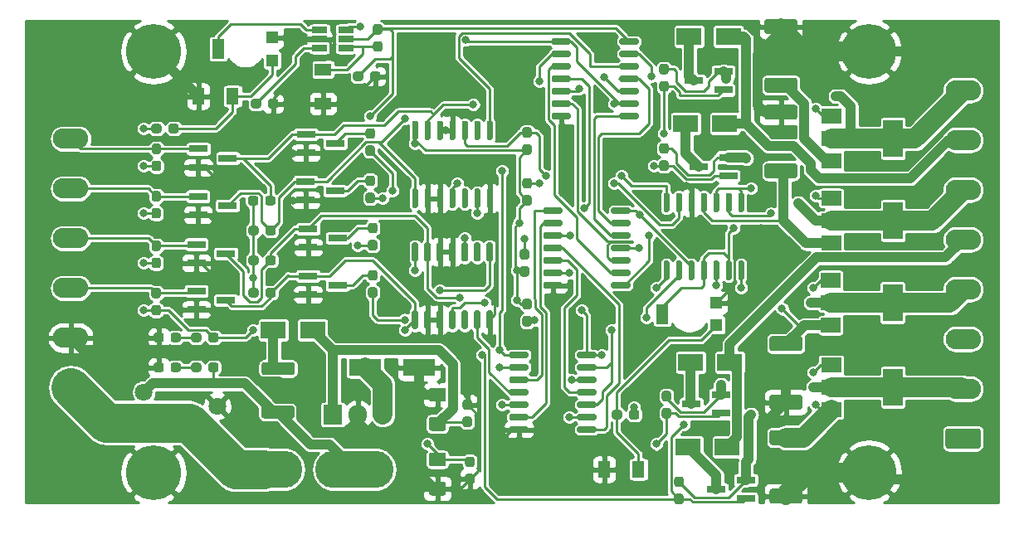
<source format=gbr>
G04 #@! TF.GenerationSoftware,KiCad,Pcbnew,5.1.6-c6e7f7d~86~ubuntu18.04.1*
G04 #@! TF.CreationDate,2020-07-04T00:52:20+02:00*
G04 #@! TF.ProjectId,PeakHoldPWMDriver,5065616b-486f-46c6-9450-574d44726976,rev?*
G04 #@! TF.SameCoordinates,Original*
G04 #@! TF.FileFunction,Copper,L1,Top*
G04 #@! TF.FilePolarity,Positive*
%FSLAX46Y46*%
G04 Gerber Fmt 4.6, Leading zero omitted, Abs format (unit mm)*
G04 Created by KiCad (PCBNEW 5.1.6-c6e7f7d~86~ubuntu18.04.1) date 2020-07-04 00:52:20*
%MOMM*%
%LPD*%
G01*
G04 APERTURE LIST*
G04 #@! TA.AperFunction,SMDPad,CuDef*
%ADD10R,1.300000X1.700000*%
G04 #@! TD*
G04 #@! TA.AperFunction,SMDPad,CuDef*
%ADD11R,2.500000X1.800000*%
G04 #@! TD*
G04 #@! TA.AperFunction,ComponentPad*
%ADD12C,5.600000*%
G04 #@! TD*
G04 #@! TA.AperFunction,SMDPad,CuDef*
%ADD13R,3.300000X1.700000*%
G04 #@! TD*
G04 #@! TA.AperFunction,SMDPad,CuDef*
%ADD14R,2.000000X1.500000*%
G04 #@! TD*
G04 #@! TA.AperFunction,SMDPad,CuDef*
%ADD15R,2.000000X3.800000*%
G04 #@! TD*
G04 #@! TA.AperFunction,SMDPad,CuDef*
%ADD16R,1.900000X0.800000*%
G04 #@! TD*
G04 #@! TA.AperFunction,ComponentPad*
%ADD17O,3.600000X2.080000*%
G04 #@! TD*
G04 #@! TA.AperFunction,ComponentPad*
%ADD18O,8.000000X3.800000*%
G04 #@! TD*
G04 #@! TA.AperFunction,SMDPad,CuDef*
%ADD19R,1.700000X1.300000*%
G04 #@! TD*
G04 #@! TA.AperFunction,SMDPad,CuDef*
%ADD20R,1.560000X0.650000*%
G04 #@! TD*
G04 #@! TA.AperFunction,SMDPad,CuDef*
%ADD21R,1.300000X1.300000*%
G04 #@! TD*
G04 #@! TA.AperFunction,SMDPad,CuDef*
%ADD22R,1.300000X2.000000*%
G04 #@! TD*
G04 #@! TA.AperFunction,ComponentPad*
%ADD23O,1.905000X2.000000*%
G04 #@! TD*
G04 #@! TA.AperFunction,ComponentPad*
%ADD24R,1.905000X2.000000*%
G04 #@! TD*
G04 #@! TA.AperFunction,ComponentPad*
%ADD25C,1.800000*%
G04 #@! TD*
G04 #@! TA.AperFunction,ViaPad*
%ADD26C,0.800000*%
G04 #@! TD*
G04 #@! TA.AperFunction,Conductor*
%ADD27C,2.000000*%
G04 #@! TD*
G04 #@! TA.AperFunction,Conductor*
%ADD28C,0.250000*%
G04 #@! TD*
G04 #@! TA.AperFunction,Conductor*
%ADD29C,1.000000*%
G04 #@! TD*
G04 #@! TA.AperFunction,Conductor*
%ADD30C,4.000000*%
G04 #@! TD*
G04 #@! TA.AperFunction,Conductor*
%ADD31C,0.254000*%
G04 #@! TD*
G04 APERTURE END LIST*
D10*
X174696000Y-112268000D03*
X171196000Y-112268000D03*
G04 #@! TA.AperFunction,SMDPad,CuDef*
G36*
G01*
X152036000Y-91047000D02*
X151736000Y-91047000D01*
G75*
G02*
X151586000Y-90897000I0J150000D01*
G01*
X151586000Y-89222000D01*
G75*
G02*
X151736000Y-89072000I150000J0D01*
G01*
X152036000Y-89072000D01*
G75*
G02*
X152186000Y-89222000I0J-150000D01*
G01*
X152186000Y-90897000D01*
G75*
G02*
X152036000Y-91047000I-150000J0D01*
G01*
G37*
G04 #@! TD.AperFunction*
G04 #@! TA.AperFunction,SMDPad,CuDef*
G36*
G01*
X153306000Y-91047000D02*
X153006000Y-91047000D01*
G75*
G02*
X152856000Y-90897000I0J150000D01*
G01*
X152856000Y-89222000D01*
G75*
G02*
X153006000Y-89072000I150000J0D01*
G01*
X153306000Y-89072000D01*
G75*
G02*
X153456000Y-89222000I0J-150000D01*
G01*
X153456000Y-90897000D01*
G75*
G02*
X153306000Y-91047000I-150000J0D01*
G01*
G37*
G04 #@! TD.AperFunction*
G04 #@! TA.AperFunction,SMDPad,CuDef*
G36*
G01*
X154576000Y-91047000D02*
X154276000Y-91047000D01*
G75*
G02*
X154126000Y-90897000I0J150000D01*
G01*
X154126000Y-89222000D01*
G75*
G02*
X154276000Y-89072000I150000J0D01*
G01*
X154576000Y-89072000D01*
G75*
G02*
X154726000Y-89222000I0J-150000D01*
G01*
X154726000Y-90897000D01*
G75*
G02*
X154576000Y-91047000I-150000J0D01*
G01*
G37*
G04 #@! TD.AperFunction*
G04 #@! TA.AperFunction,SMDPad,CuDef*
G36*
G01*
X155846000Y-91047000D02*
X155546000Y-91047000D01*
G75*
G02*
X155396000Y-90897000I0J150000D01*
G01*
X155396000Y-89222000D01*
G75*
G02*
X155546000Y-89072000I150000J0D01*
G01*
X155846000Y-89072000D01*
G75*
G02*
X155996000Y-89222000I0J-150000D01*
G01*
X155996000Y-90897000D01*
G75*
G02*
X155846000Y-91047000I-150000J0D01*
G01*
G37*
G04 #@! TD.AperFunction*
G04 #@! TA.AperFunction,SMDPad,CuDef*
G36*
G01*
X157116000Y-91047000D02*
X156816000Y-91047000D01*
G75*
G02*
X156666000Y-90897000I0J150000D01*
G01*
X156666000Y-89222000D01*
G75*
G02*
X156816000Y-89072000I150000J0D01*
G01*
X157116000Y-89072000D01*
G75*
G02*
X157266000Y-89222000I0J-150000D01*
G01*
X157266000Y-90897000D01*
G75*
G02*
X157116000Y-91047000I-150000J0D01*
G01*
G37*
G04 #@! TD.AperFunction*
G04 #@! TA.AperFunction,SMDPad,CuDef*
G36*
G01*
X158386000Y-91047000D02*
X158086000Y-91047000D01*
G75*
G02*
X157936000Y-90897000I0J150000D01*
G01*
X157936000Y-89222000D01*
G75*
G02*
X158086000Y-89072000I150000J0D01*
G01*
X158386000Y-89072000D01*
G75*
G02*
X158536000Y-89222000I0J-150000D01*
G01*
X158536000Y-90897000D01*
G75*
G02*
X158386000Y-91047000I-150000J0D01*
G01*
G37*
G04 #@! TD.AperFunction*
G04 #@! TA.AperFunction,SMDPad,CuDef*
G36*
G01*
X159656000Y-91047000D02*
X159356000Y-91047000D01*
G75*
G02*
X159206000Y-90897000I0J150000D01*
G01*
X159206000Y-89222000D01*
G75*
G02*
X159356000Y-89072000I150000J0D01*
G01*
X159656000Y-89072000D01*
G75*
G02*
X159806000Y-89222000I0J-150000D01*
G01*
X159806000Y-90897000D01*
G75*
G02*
X159656000Y-91047000I-150000J0D01*
G01*
G37*
G04 #@! TD.AperFunction*
G04 #@! TA.AperFunction,SMDPad,CuDef*
G36*
G01*
X159656000Y-97972000D02*
X159356000Y-97972000D01*
G75*
G02*
X159206000Y-97822000I0J150000D01*
G01*
X159206000Y-96147000D01*
G75*
G02*
X159356000Y-95997000I150000J0D01*
G01*
X159656000Y-95997000D01*
G75*
G02*
X159806000Y-96147000I0J-150000D01*
G01*
X159806000Y-97822000D01*
G75*
G02*
X159656000Y-97972000I-150000J0D01*
G01*
G37*
G04 #@! TD.AperFunction*
G04 #@! TA.AperFunction,SMDPad,CuDef*
G36*
G01*
X158386000Y-97972000D02*
X158086000Y-97972000D01*
G75*
G02*
X157936000Y-97822000I0J150000D01*
G01*
X157936000Y-96147000D01*
G75*
G02*
X158086000Y-95997000I150000J0D01*
G01*
X158386000Y-95997000D01*
G75*
G02*
X158536000Y-96147000I0J-150000D01*
G01*
X158536000Y-97822000D01*
G75*
G02*
X158386000Y-97972000I-150000J0D01*
G01*
G37*
G04 #@! TD.AperFunction*
G04 #@! TA.AperFunction,SMDPad,CuDef*
G36*
G01*
X157116000Y-97972000D02*
X156816000Y-97972000D01*
G75*
G02*
X156666000Y-97822000I0J150000D01*
G01*
X156666000Y-96147000D01*
G75*
G02*
X156816000Y-95997000I150000J0D01*
G01*
X157116000Y-95997000D01*
G75*
G02*
X157266000Y-96147000I0J-150000D01*
G01*
X157266000Y-97822000D01*
G75*
G02*
X157116000Y-97972000I-150000J0D01*
G01*
G37*
G04 #@! TD.AperFunction*
G04 #@! TA.AperFunction,SMDPad,CuDef*
G36*
G01*
X155846000Y-97972000D02*
X155546000Y-97972000D01*
G75*
G02*
X155396000Y-97822000I0J150000D01*
G01*
X155396000Y-96147000D01*
G75*
G02*
X155546000Y-95997000I150000J0D01*
G01*
X155846000Y-95997000D01*
G75*
G02*
X155996000Y-96147000I0J-150000D01*
G01*
X155996000Y-97822000D01*
G75*
G02*
X155846000Y-97972000I-150000J0D01*
G01*
G37*
G04 #@! TD.AperFunction*
G04 #@! TA.AperFunction,SMDPad,CuDef*
G36*
G01*
X154576000Y-97972000D02*
X154276000Y-97972000D01*
G75*
G02*
X154126000Y-97822000I0J150000D01*
G01*
X154126000Y-96147000D01*
G75*
G02*
X154276000Y-95997000I150000J0D01*
G01*
X154576000Y-95997000D01*
G75*
G02*
X154726000Y-96147000I0J-150000D01*
G01*
X154726000Y-97822000D01*
G75*
G02*
X154576000Y-97972000I-150000J0D01*
G01*
G37*
G04 #@! TD.AperFunction*
G04 #@! TA.AperFunction,SMDPad,CuDef*
G36*
G01*
X153306000Y-97972000D02*
X153006000Y-97972000D01*
G75*
G02*
X152856000Y-97822000I0J150000D01*
G01*
X152856000Y-96147000D01*
G75*
G02*
X153006000Y-95997000I150000J0D01*
G01*
X153306000Y-95997000D01*
G75*
G02*
X153456000Y-96147000I0J-150000D01*
G01*
X153456000Y-97822000D01*
G75*
G02*
X153306000Y-97972000I-150000J0D01*
G01*
G37*
G04 #@! TD.AperFunction*
G04 #@! TA.AperFunction,SMDPad,CuDef*
G36*
G01*
X152036000Y-97972000D02*
X151736000Y-97972000D01*
G75*
G02*
X151586000Y-97822000I0J150000D01*
G01*
X151586000Y-96147000D01*
G75*
G02*
X151736000Y-95997000I150000J0D01*
G01*
X152036000Y-95997000D01*
G75*
G02*
X152186000Y-96147000I0J-150000D01*
G01*
X152186000Y-97822000D01*
G75*
G02*
X152036000Y-97972000I-150000J0D01*
G01*
G37*
G04 #@! TD.AperFunction*
G04 #@! TA.AperFunction,SMDPad,CuDef*
G36*
G01*
X172748500Y-68730000D02*
X172748500Y-68430000D01*
G75*
G02*
X172898500Y-68280000I150000J0D01*
G01*
X174573500Y-68280000D01*
G75*
G02*
X174723500Y-68430000I0J-150000D01*
G01*
X174723500Y-68730000D01*
G75*
G02*
X174573500Y-68880000I-150000J0D01*
G01*
X172898500Y-68880000D01*
G75*
G02*
X172748500Y-68730000I0J150000D01*
G01*
G37*
G04 #@! TD.AperFunction*
G04 #@! TA.AperFunction,SMDPad,CuDef*
G36*
G01*
X172748500Y-70000000D02*
X172748500Y-69700000D01*
G75*
G02*
X172898500Y-69550000I150000J0D01*
G01*
X174573500Y-69550000D01*
G75*
G02*
X174723500Y-69700000I0J-150000D01*
G01*
X174723500Y-70000000D01*
G75*
G02*
X174573500Y-70150000I-150000J0D01*
G01*
X172898500Y-70150000D01*
G75*
G02*
X172748500Y-70000000I0J150000D01*
G01*
G37*
G04 #@! TD.AperFunction*
G04 #@! TA.AperFunction,SMDPad,CuDef*
G36*
G01*
X172748500Y-71270000D02*
X172748500Y-70970000D01*
G75*
G02*
X172898500Y-70820000I150000J0D01*
G01*
X174573500Y-70820000D01*
G75*
G02*
X174723500Y-70970000I0J-150000D01*
G01*
X174723500Y-71270000D01*
G75*
G02*
X174573500Y-71420000I-150000J0D01*
G01*
X172898500Y-71420000D01*
G75*
G02*
X172748500Y-71270000I0J150000D01*
G01*
G37*
G04 #@! TD.AperFunction*
G04 #@! TA.AperFunction,SMDPad,CuDef*
G36*
G01*
X172748500Y-72540000D02*
X172748500Y-72240000D01*
G75*
G02*
X172898500Y-72090000I150000J0D01*
G01*
X174573500Y-72090000D01*
G75*
G02*
X174723500Y-72240000I0J-150000D01*
G01*
X174723500Y-72540000D01*
G75*
G02*
X174573500Y-72690000I-150000J0D01*
G01*
X172898500Y-72690000D01*
G75*
G02*
X172748500Y-72540000I0J150000D01*
G01*
G37*
G04 #@! TD.AperFunction*
G04 #@! TA.AperFunction,SMDPad,CuDef*
G36*
G01*
X172748500Y-73810000D02*
X172748500Y-73510000D01*
G75*
G02*
X172898500Y-73360000I150000J0D01*
G01*
X174573500Y-73360000D01*
G75*
G02*
X174723500Y-73510000I0J-150000D01*
G01*
X174723500Y-73810000D01*
G75*
G02*
X174573500Y-73960000I-150000J0D01*
G01*
X172898500Y-73960000D01*
G75*
G02*
X172748500Y-73810000I0J150000D01*
G01*
G37*
G04 #@! TD.AperFunction*
G04 #@! TA.AperFunction,SMDPad,CuDef*
G36*
G01*
X172748500Y-75080000D02*
X172748500Y-74780000D01*
G75*
G02*
X172898500Y-74630000I150000J0D01*
G01*
X174573500Y-74630000D01*
G75*
G02*
X174723500Y-74780000I0J-150000D01*
G01*
X174723500Y-75080000D01*
G75*
G02*
X174573500Y-75230000I-150000J0D01*
G01*
X172898500Y-75230000D01*
G75*
G02*
X172748500Y-75080000I0J150000D01*
G01*
G37*
G04 #@! TD.AperFunction*
G04 #@! TA.AperFunction,SMDPad,CuDef*
G36*
G01*
X172748500Y-76350000D02*
X172748500Y-76050000D01*
G75*
G02*
X172898500Y-75900000I150000J0D01*
G01*
X174573500Y-75900000D01*
G75*
G02*
X174723500Y-76050000I0J-150000D01*
G01*
X174723500Y-76350000D01*
G75*
G02*
X174573500Y-76500000I-150000J0D01*
G01*
X172898500Y-76500000D01*
G75*
G02*
X172748500Y-76350000I0J150000D01*
G01*
G37*
G04 #@! TD.AperFunction*
G04 #@! TA.AperFunction,SMDPad,CuDef*
G36*
G01*
X165823500Y-76350000D02*
X165823500Y-76050000D01*
G75*
G02*
X165973500Y-75900000I150000J0D01*
G01*
X167648500Y-75900000D01*
G75*
G02*
X167798500Y-76050000I0J-150000D01*
G01*
X167798500Y-76350000D01*
G75*
G02*
X167648500Y-76500000I-150000J0D01*
G01*
X165973500Y-76500000D01*
G75*
G02*
X165823500Y-76350000I0J150000D01*
G01*
G37*
G04 #@! TD.AperFunction*
G04 #@! TA.AperFunction,SMDPad,CuDef*
G36*
G01*
X165823500Y-75080000D02*
X165823500Y-74780000D01*
G75*
G02*
X165973500Y-74630000I150000J0D01*
G01*
X167648500Y-74630000D01*
G75*
G02*
X167798500Y-74780000I0J-150000D01*
G01*
X167798500Y-75080000D01*
G75*
G02*
X167648500Y-75230000I-150000J0D01*
G01*
X165973500Y-75230000D01*
G75*
G02*
X165823500Y-75080000I0J150000D01*
G01*
G37*
G04 #@! TD.AperFunction*
G04 #@! TA.AperFunction,SMDPad,CuDef*
G36*
G01*
X165823500Y-73810000D02*
X165823500Y-73510000D01*
G75*
G02*
X165973500Y-73360000I150000J0D01*
G01*
X167648500Y-73360000D01*
G75*
G02*
X167798500Y-73510000I0J-150000D01*
G01*
X167798500Y-73810000D01*
G75*
G02*
X167648500Y-73960000I-150000J0D01*
G01*
X165973500Y-73960000D01*
G75*
G02*
X165823500Y-73810000I0J150000D01*
G01*
G37*
G04 #@! TD.AperFunction*
G04 #@! TA.AperFunction,SMDPad,CuDef*
G36*
G01*
X165823500Y-72540000D02*
X165823500Y-72240000D01*
G75*
G02*
X165973500Y-72090000I150000J0D01*
G01*
X167648500Y-72090000D01*
G75*
G02*
X167798500Y-72240000I0J-150000D01*
G01*
X167798500Y-72540000D01*
G75*
G02*
X167648500Y-72690000I-150000J0D01*
G01*
X165973500Y-72690000D01*
G75*
G02*
X165823500Y-72540000I0J150000D01*
G01*
G37*
G04 #@! TD.AperFunction*
G04 #@! TA.AperFunction,SMDPad,CuDef*
G36*
G01*
X165823500Y-71270000D02*
X165823500Y-70970000D01*
G75*
G02*
X165973500Y-70820000I150000J0D01*
G01*
X167648500Y-70820000D01*
G75*
G02*
X167798500Y-70970000I0J-150000D01*
G01*
X167798500Y-71270000D01*
G75*
G02*
X167648500Y-71420000I-150000J0D01*
G01*
X165973500Y-71420000D01*
G75*
G02*
X165823500Y-71270000I0J150000D01*
G01*
G37*
G04 #@! TD.AperFunction*
G04 #@! TA.AperFunction,SMDPad,CuDef*
G36*
G01*
X165823500Y-70000000D02*
X165823500Y-69700000D01*
G75*
G02*
X165973500Y-69550000I150000J0D01*
G01*
X167648500Y-69550000D01*
G75*
G02*
X167798500Y-69700000I0J-150000D01*
G01*
X167798500Y-70000000D01*
G75*
G02*
X167648500Y-70150000I-150000J0D01*
G01*
X165973500Y-70150000D01*
G75*
G02*
X165823500Y-70000000I0J150000D01*
G01*
G37*
G04 #@! TD.AperFunction*
G04 #@! TA.AperFunction,SMDPad,CuDef*
G36*
G01*
X165823500Y-68730000D02*
X165823500Y-68430000D01*
G75*
G02*
X165973500Y-68280000I150000J0D01*
G01*
X167648500Y-68280000D01*
G75*
G02*
X167798500Y-68430000I0J-150000D01*
G01*
X167798500Y-68730000D01*
G75*
G02*
X167648500Y-68880000I-150000J0D01*
G01*
X165973500Y-68880000D01*
G75*
G02*
X165823500Y-68730000I0J150000D01*
G01*
G37*
G04 #@! TD.AperFunction*
G04 #@! TA.AperFunction,SMDPad,CuDef*
G36*
G01*
X168430500Y-100734000D02*
X168430500Y-100434000D01*
G75*
G02*
X168580500Y-100284000I150000J0D01*
G01*
X170255500Y-100284000D01*
G75*
G02*
X170405500Y-100434000I0J-150000D01*
G01*
X170405500Y-100734000D01*
G75*
G02*
X170255500Y-100884000I-150000J0D01*
G01*
X168580500Y-100884000D01*
G75*
G02*
X168430500Y-100734000I0J150000D01*
G01*
G37*
G04 #@! TD.AperFunction*
G04 #@! TA.AperFunction,SMDPad,CuDef*
G36*
G01*
X168430500Y-102004000D02*
X168430500Y-101704000D01*
G75*
G02*
X168580500Y-101554000I150000J0D01*
G01*
X170255500Y-101554000D01*
G75*
G02*
X170405500Y-101704000I0J-150000D01*
G01*
X170405500Y-102004000D01*
G75*
G02*
X170255500Y-102154000I-150000J0D01*
G01*
X168580500Y-102154000D01*
G75*
G02*
X168430500Y-102004000I0J150000D01*
G01*
G37*
G04 #@! TD.AperFunction*
G04 #@! TA.AperFunction,SMDPad,CuDef*
G36*
G01*
X168430500Y-103274000D02*
X168430500Y-102974000D01*
G75*
G02*
X168580500Y-102824000I150000J0D01*
G01*
X170255500Y-102824000D01*
G75*
G02*
X170405500Y-102974000I0J-150000D01*
G01*
X170405500Y-103274000D01*
G75*
G02*
X170255500Y-103424000I-150000J0D01*
G01*
X168580500Y-103424000D01*
G75*
G02*
X168430500Y-103274000I0J150000D01*
G01*
G37*
G04 #@! TD.AperFunction*
G04 #@! TA.AperFunction,SMDPad,CuDef*
G36*
G01*
X168430500Y-104544000D02*
X168430500Y-104244000D01*
G75*
G02*
X168580500Y-104094000I150000J0D01*
G01*
X170255500Y-104094000D01*
G75*
G02*
X170405500Y-104244000I0J-150000D01*
G01*
X170405500Y-104544000D01*
G75*
G02*
X170255500Y-104694000I-150000J0D01*
G01*
X168580500Y-104694000D01*
G75*
G02*
X168430500Y-104544000I0J150000D01*
G01*
G37*
G04 #@! TD.AperFunction*
G04 #@! TA.AperFunction,SMDPad,CuDef*
G36*
G01*
X168430500Y-105814000D02*
X168430500Y-105514000D01*
G75*
G02*
X168580500Y-105364000I150000J0D01*
G01*
X170255500Y-105364000D01*
G75*
G02*
X170405500Y-105514000I0J-150000D01*
G01*
X170405500Y-105814000D01*
G75*
G02*
X170255500Y-105964000I-150000J0D01*
G01*
X168580500Y-105964000D01*
G75*
G02*
X168430500Y-105814000I0J150000D01*
G01*
G37*
G04 #@! TD.AperFunction*
G04 #@! TA.AperFunction,SMDPad,CuDef*
G36*
G01*
X168430500Y-107084000D02*
X168430500Y-106784000D01*
G75*
G02*
X168580500Y-106634000I150000J0D01*
G01*
X170255500Y-106634000D01*
G75*
G02*
X170405500Y-106784000I0J-150000D01*
G01*
X170405500Y-107084000D01*
G75*
G02*
X170255500Y-107234000I-150000J0D01*
G01*
X168580500Y-107234000D01*
G75*
G02*
X168430500Y-107084000I0J150000D01*
G01*
G37*
G04 #@! TD.AperFunction*
G04 #@! TA.AperFunction,SMDPad,CuDef*
G36*
G01*
X168430500Y-108354000D02*
X168430500Y-108054000D01*
G75*
G02*
X168580500Y-107904000I150000J0D01*
G01*
X170255500Y-107904000D01*
G75*
G02*
X170405500Y-108054000I0J-150000D01*
G01*
X170405500Y-108354000D01*
G75*
G02*
X170255500Y-108504000I-150000J0D01*
G01*
X168580500Y-108504000D01*
G75*
G02*
X168430500Y-108354000I0J150000D01*
G01*
G37*
G04 #@! TD.AperFunction*
G04 #@! TA.AperFunction,SMDPad,CuDef*
G36*
G01*
X161505500Y-108354000D02*
X161505500Y-108054000D01*
G75*
G02*
X161655500Y-107904000I150000J0D01*
G01*
X163330500Y-107904000D01*
G75*
G02*
X163480500Y-108054000I0J-150000D01*
G01*
X163480500Y-108354000D01*
G75*
G02*
X163330500Y-108504000I-150000J0D01*
G01*
X161655500Y-108504000D01*
G75*
G02*
X161505500Y-108354000I0J150000D01*
G01*
G37*
G04 #@! TD.AperFunction*
G04 #@! TA.AperFunction,SMDPad,CuDef*
G36*
G01*
X161505500Y-107084000D02*
X161505500Y-106784000D01*
G75*
G02*
X161655500Y-106634000I150000J0D01*
G01*
X163330500Y-106634000D01*
G75*
G02*
X163480500Y-106784000I0J-150000D01*
G01*
X163480500Y-107084000D01*
G75*
G02*
X163330500Y-107234000I-150000J0D01*
G01*
X161655500Y-107234000D01*
G75*
G02*
X161505500Y-107084000I0J150000D01*
G01*
G37*
G04 #@! TD.AperFunction*
G04 #@! TA.AperFunction,SMDPad,CuDef*
G36*
G01*
X161505500Y-105814000D02*
X161505500Y-105514000D01*
G75*
G02*
X161655500Y-105364000I150000J0D01*
G01*
X163330500Y-105364000D01*
G75*
G02*
X163480500Y-105514000I0J-150000D01*
G01*
X163480500Y-105814000D01*
G75*
G02*
X163330500Y-105964000I-150000J0D01*
G01*
X161655500Y-105964000D01*
G75*
G02*
X161505500Y-105814000I0J150000D01*
G01*
G37*
G04 #@! TD.AperFunction*
G04 #@! TA.AperFunction,SMDPad,CuDef*
G36*
G01*
X161505500Y-104544000D02*
X161505500Y-104244000D01*
G75*
G02*
X161655500Y-104094000I150000J0D01*
G01*
X163330500Y-104094000D01*
G75*
G02*
X163480500Y-104244000I0J-150000D01*
G01*
X163480500Y-104544000D01*
G75*
G02*
X163330500Y-104694000I-150000J0D01*
G01*
X161655500Y-104694000D01*
G75*
G02*
X161505500Y-104544000I0J150000D01*
G01*
G37*
G04 #@! TD.AperFunction*
G04 #@! TA.AperFunction,SMDPad,CuDef*
G36*
G01*
X161505500Y-103274000D02*
X161505500Y-102974000D01*
G75*
G02*
X161655500Y-102824000I150000J0D01*
G01*
X163330500Y-102824000D01*
G75*
G02*
X163480500Y-102974000I0J-150000D01*
G01*
X163480500Y-103274000D01*
G75*
G02*
X163330500Y-103424000I-150000J0D01*
G01*
X161655500Y-103424000D01*
G75*
G02*
X161505500Y-103274000I0J150000D01*
G01*
G37*
G04 #@! TD.AperFunction*
G04 #@! TA.AperFunction,SMDPad,CuDef*
G36*
G01*
X161505500Y-102004000D02*
X161505500Y-101704000D01*
G75*
G02*
X161655500Y-101554000I150000J0D01*
G01*
X163330500Y-101554000D01*
G75*
G02*
X163480500Y-101704000I0J-150000D01*
G01*
X163480500Y-102004000D01*
G75*
G02*
X163330500Y-102154000I-150000J0D01*
G01*
X161655500Y-102154000D01*
G75*
G02*
X161505500Y-102004000I0J150000D01*
G01*
G37*
G04 #@! TD.AperFunction*
G04 #@! TA.AperFunction,SMDPad,CuDef*
G36*
G01*
X161505500Y-100734000D02*
X161505500Y-100434000D01*
G75*
G02*
X161655500Y-100284000I150000J0D01*
G01*
X163330500Y-100284000D01*
G75*
G02*
X163480500Y-100434000I0J-150000D01*
G01*
X163480500Y-100734000D01*
G75*
G02*
X163330500Y-100884000I-150000J0D01*
G01*
X161655500Y-100884000D01*
G75*
G02*
X161505500Y-100734000I0J150000D01*
G01*
G37*
G04 #@! TD.AperFunction*
G04 #@! TA.AperFunction,SMDPad,CuDef*
G36*
G01*
X171893000Y-86002000D02*
X171893000Y-85702000D01*
G75*
G02*
X172043000Y-85552000I150000J0D01*
G01*
X173718000Y-85552000D01*
G75*
G02*
X173868000Y-85702000I0J-150000D01*
G01*
X173868000Y-86002000D01*
G75*
G02*
X173718000Y-86152000I-150000J0D01*
G01*
X172043000Y-86152000D01*
G75*
G02*
X171893000Y-86002000I0J150000D01*
G01*
G37*
G04 #@! TD.AperFunction*
G04 #@! TA.AperFunction,SMDPad,CuDef*
G36*
G01*
X171893000Y-87272000D02*
X171893000Y-86972000D01*
G75*
G02*
X172043000Y-86822000I150000J0D01*
G01*
X173718000Y-86822000D01*
G75*
G02*
X173868000Y-86972000I0J-150000D01*
G01*
X173868000Y-87272000D01*
G75*
G02*
X173718000Y-87422000I-150000J0D01*
G01*
X172043000Y-87422000D01*
G75*
G02*
X171893000Y-87272000I0J150000D01*
G01*
G37*
G04 #@! TD.AperFunction*
G04 #@! TA.AperFunction,SMDPad,CuDef*
G36*
G01*
X171893000Y-88542000D02*
X171893000Y-88242000D01*
G75*
G02*
X172043000Y-88092000I150000J0D01*
G01*
X173718000Y-88092000D01*
G75*
G02*
X173868000Y-88242000I0J-150000D01*
G01*
X173868000Y-88542000D01*
G75*
G02*
X173718000Y-88692000I-150000J0D01*
G01*
X172043000Y-88692000D01*
G75*
G02*
X171893000Y-88542000I0J150000D01*
G01*
G37*
G04 #@! TD.AperFunction*
G04 #@! TA.AperFunction,SMDPad,CuDef*
G36*
G01*
X171893000Y-89812000D02*
X171893000Y-89512000D01*
G75*
G02*
X172043000Y-89362000I150000J0D01*
G01*
X173718000Y-89362000D01*
G75*
G02*
X173868000Y-89512000I0J-150000D01*
G01*
X173868000Y-89812000D01*
G75*
G02*
X173718000Y-89962000I-150000J0D01*
G01*
X172043000Y-89962000D01*
G75*
G02*
X171893000Y-89812000I0J150000D01*
G01*
G37*
G04 #@! TD.AperFunction*
G04 #@! TA.AperFunction,SMDPad,CuDef*
G36*
G01*
X171893000Y-91082000D02*
X171893000Y-90782000D01*
G75*
G02*
X172043000Y-90632000I150000J0D01*
G01*
X173718000Y-90632000D01*
G75*
G02*
X173868000Y-90782000I0J-150000D01*
G01*
X173868000Y-91082000D01*
G75*
G02*
X173718000Y-91232000I-150000J0D01*
G01*
X172043000Y-91232000D01*
G75*
G02*
X171893000Y-91082000I0J150000D01*
G01*
G37*
G04 #@! TD.AperFunction*
G04 #@! TA.AperFunction,SMDPad,CuDef*
G36*
G01*
X171893000Y-92352000D02*
X171893000Y-92052000D01*
G75*
G02*
X172043000Y-91902000I150000J0D01*
G01*
X173718000Y-91902000D01*
G75*
G02*
X173868000Y-92052000I0J-150000D01*
G01*
X173868000Y-92352000D01*
G75*
G02*
X173718000Y-92502000I-150000J0D01*
G01*
X172043000Y-92502000D01*
G75*
G02*
X171893000Y-92352000I0J150000D01*
G01*
G37*
G04 #@! TD.AperFunction*
G04 #@! TA.AperFunction,SMDPad,CuDef*
G36*
G01*
X171893000Y-93622000D02*
X171893000Y-93322000D01*
G75*
G02*
X172043000Y-93172000I150000J0D01*
G01*
X173718000Y-93172000D01*
G75*
G02*
X173868000Y-93322000I0J-150000D01*
G01*
X173868000Y-93622000D01*
G75*
G02*
X173718000Y-93772000I-150000J0D01*
G01*
X172043000Y-93772000D01*
G75*
G02*
X171893000Y-93622000I0J150000D01*
G01*
G37*
G04 #@! TD.AperFunction*
G04 #@! TA.AperFunction,SMDPad,CuDef*
G36*
G01*
X164968000Y-93622000D02*
X164968000Y-93322000D01*
G75*
G02*
X165118000Y-93172000I150000J0D01*
G01*
X166793000Y-93172000D01*
G75*
G02*
X166943000Y-93322000I0J-150000D01*
G01*
X166943000Y-93622000D01*
G75*
G02*
X166793000Y-93772000I-150000J0D01*
G01*
X165118000Y-93772000D01*
G75*
G02*
X164968000Y-93622000I0J150000D01*
G01*
G37*
G04 #@! TD.AperFunction*
G04 #@! TA.AperFunction,SMDPad,CuDef*
G36*
G01*
X164968000Y-92352000D02*
X164968000Y-92052000D01*
G75*
G02*
X165118000Y-91902000I150000J0D01*
G01*
X166793000Y-91902000D01*
G75*
G02*
X166943000Y-92052000I0J-150000D01*
G01*
X166943000Y-92352000D01*
G75*
G02*
X166793000Y-92502000I-150000J0D01*
G01*
X165118000Y-92502000D01*
G75*
G02*
X164968000Y-92352000I0J150000D01*
G01*
G37*
G04 #@! TD.AperFunction*
G04 #@! TA.AperFunction,SMDPad,CuDef*
G36*
G01*
X164968000Y-91082000D02*
X164968000Y-90782000D01*
G75*
G02*
X165118000Y-90632000I150000J0D01*
G01*
X166793000Y-90632000D01*
G75*
G02*
X166943000Y-90782000I0J-150000D01*
G01*
X166943000Y-91082000D01*
G75*
G02*
X166793000Y-91232000I-150000J0D01*
G01*
X165118000Y-91232000D01*
G75*
G02*
X164968000Y-91082000I0J150000D01*
G01*
G37*
G04 #@! TD.AperFunction*
G04 #@! TA.AperFunction,SMDPad,CuDef*
G36*
G01*
X164968000Y-89812000D02*
X164968000Y-89512000D01*
G75*
G02*
X165118000Y-89362000I150000J0D01*
G01*
X166793000Y-89362000D01*
G75*
G02*
X166943000Y-89512000I0J-150000D01*
G01*
X166943000Y-89812000D01*
G75*
G02*
X166793000Y-89962000I-150000J0D01*
G01*
X165118000Y-89962000D01*
G75*
G02*
X164968000Y-89812000I0J150000D01*
G01*
G37*
G04 #@! TD.AperFunction*
G04 #@! TA.AperFunction,SMDPad,CuDef*
G36*
G01*
X164968000Y-88542000D02*
X164968000Y-88242000D01*
G75*
G02*
X165118000Y-88092000I150000J0D01*
G01*
X166793000Y-88092000D01*
G75*
G02*
X166943000Y-88242000I0J-150000D01*
G01*
X166943000Y-88542000D01*
G75*
G02*
X166793000Y-88692000I-150000J0D01*
G01*
X165118000Y-88692000D01*
G75*
G02*
X164968000Y-88542000I0J150000D01*
G01*
G37*
G04 #@! TD.AperFunction*
G04 #@! TA.AperFunction,SMDPad,CuDef*
G36*
G01*
X164968000Y-87272000D02*
X164968000Y-86972000D01*
G75*
G02*
X165118000Y-86822000I150000J0D01*
G01*
X166793000Y-86822000D01*
G75*
G02*
X166943000Y-86972000I0J-150000D01*
G01*
X166943000Y-87272000D01*
G75*
G02*
X166793000Y-87422000I-150000J0D01*
G01*
X165118000Y-87422000D01*
G75*
G02*
X164968000Y-87272000I0J150000D01*
G01*
G37*
G04 #@! TD.AperFunction*
G04 #@! TA.AperFunction,SMDPad,CuDef*
G36*
G01*
X164968000Y-86002000D02*
X164968000Y-85702000D01*
G75*
G02*
X165118000Y-85552000I150000J0D01*
G01*
X166793000Y-85552000D01*
G75*
G02*
X166943000Y-85702000I0J-150000D01*
G01*
X166943000Y-86002000D01*
G75*
G02*
X166793000Y-86152000I-150000J0D01*
G01*
X165118000Y-86152000D01*
G75*
G02*
X164968000Y-86002000I0J150000D01*
G01*
G37*
G04 #@! TD.AperFunction*
D11*
X179864000Y-68072000D03*
X183864000Y-68072000D03*
X180012000Y-101346000D03*
X184012000Y-101346000D03*
X179504000Y-76962000D03*
X183504000Y-76962000D03*
X179758000Y-109982000D03*
X183758000Y-109982000D03*
X141446000Y-98044000D03*
X137446000Y-98044000D03*
D12*
X125222000Y-69596000D03*
X198222000Y-112596000D03*
X125222000Y-112596000D03*
X198222000Y-69596000D03*
G04 #@! TA.AperFunction,SMDPad,CuDef*
G36*
G01*
X190655001Y-76575500D02*
X187804999Y-76575500D01*
G75*
G02*
X187555000Y-76325501I0J249999D01*
G01*
X187555000Y-75300499D01*
G75*
G02*
X187804999Y-75050500I249999J0D01*
G01*
X190655001Y-75050500D01*
G75*
G02*
X190905000Y-75300499I0J-249999D01*
G01*
X190905000Y-76325501D01*
G75*
G02*
X190655001Y-76575500I-249999J0D01*
G01*
G37*
G04 #@! TD.AperFunction*
G04 #@! TA.AperFunction,SMDPad,CuDef*
G36*
G01*
X190655001Y-82550500D02*
X187804999Y-82550500D01*
G75*
G02*
X187555000Y-82300501I0J249999D01*
G01*
X187555000Y-81275499D01*
G75*
G02*
X187804999Y-81025500I249999J0D01*
G01*
X190655001Y-81025500D01*
G75*
G02*
X190905000Y-81275499I0J-249999D01*
G01*
X190905000Y-82300501D01*
G75*
G02*
X190655001Y-82550500I-249999J0D01*
G01*
G37*
G04 #@! TD.AperFunction*
G04 #@! TA.AperFunction,SMDPad,CuDef*
G36*
G01*
X188312999Y-114239000D02*
X191163001Y-114239000D01*
G75*
G02*
X191413000Y-114488999I0J-249999D01*
G01*
X191413000Y-115514001D01*
G75*
G02*
X191163001Y-115764000I-249999J0D01*
G01*
X188312999Y-115764000D01*
G75*
G02*
X188063000Y-115514001I0J249999D01*
G01*
X188063000Y-114488999D01*
G75*
G02*
X188312999Y-114239000I249999J0D01*
G01*
G37*
G04 #@! TD.AperFunction*
G04 #@! TA.AperFunction,SMDPad,CuDef*
G36*
G01*
X188312999Y-108264000D02*
X191163001Y-108264000D01*
G75*
G02*
X191413000Y-108513999I0J-249999D01*
G01*
X191413000Y-109539001D01*
G75*
G02*
X191163001Y-109789000I-249999J0D01*
G01*
X188312999Y-109789000D01*
G75*
G02*
X188063000Y-109539001I0J249999D01*
G01*
X188063000Y-108513999D01*
G75*
G02*
X188312999Y-108264000I249999J0D01*
G01*
G37*
G04 #@! TD.AperFunction*
D13*
X152312000Y-101854000D03*
X146812000Y-101854000D03*
G04 #@! TA.AperFunction,SMDPad,CuDef*
G36*
G01*
X126955000Y-102091500D02*
X126955000Y-101616500D01*
G75*
G02*
X127192500Y-101379000I237500J0D01*
G01*
X127767500Y-101379000D01*
G75*
G02*
X128005000Y-101616500I0J-237500D01*
G01*
X128005000Y-102091500D01*
G75*
G02*
X127767500Y-102329000I-237500J0D01*
G01*
X127192500Y-102329000D01*
G75*
G02*
X126955000Y-102091500I0J237500D01*
G01*
G37*
G04 #@! TD.AperFunction*
G04 #@! TA.AperFunction,SMDPad,CuDef*
G36*
G01*
X125205000Y-102091500D02*
X125205000Y-101616500D01*
G75*
G02*
X125442500Y-101379000I237500J0D01*
G01*
X126017500Y-101379000D01*
G75*
G02*
X126255000Y-101616500I0J-237500D01*
G01*
X126255000Y-102091500D01*
G75*
G02*
X126017500Y-102329000I-237500J0D01*
G01*
X125442500Y-102329000D01*
G75*
G02*
X125205000Y-102091500I0J237500D01*
G01*
G37*
G04 #@! TD.AperFunction*
G04 #@! TA.AperFunction,SMDPad,CuDef*
G36*
G01*
X126955000Y-99043500D02*
X126955000Y-98568500D01*
G75*
G02*
X127192500Y-98331000I237500J0D01*
G01*
X127767500Y-98331000D01*
G75*
G02*
X128005000Y-98568500I0J-237500D01*
G01*
X128005000Y-99043500D01*
G75*
G02*
X127767500Y-99281000I-237500J0D01*
G01*
X127192500Y-99281000D01*
G75*
G02*
X126955000Y-99043500I0J237500D01*
G01*
G37*
G04 #@! TD.AperFunction*
G04 #@! TA.AperFunction,SMDPad,CuDef*
G36*
G01*
X125205000Y-99043500D02*
X125205000Y-98568500D01*
G75*
G02*
X125442500Y-98331000I237500J0D01*
G01*
X126017500Y-98331000D01*
G75*
G02*
X126255000Y-98568500I0J-237500D01*
G01*
X126255000Y-99043500D01*
G75*
G02*
X126017500Y-99281000I-237500J0D01*
G01*
X125442500Y-99281000D01*
G75*
G02*
X125205000Y-99043500I0J237500D01*
G01*
G37*
G04 #@! TD.AperFunction*
D14*
X194360000Y-76186000D03*
X194360000Y-80786000D03*
X194360000Y-78486000D03*
D15*
X200660000Y-78486000D03*
D14*
X194310000Y-92950000D03*
X194310000Y-97550000D03*
X194310000Y-95250000D03*
D15*
X200610000Y-95250000D03*
D14*
X194360000Y-84568000D03*
X194360000Y-89168000D03*
X194360000Y-86868000D03*
D15*
X200660000Y-86868000D03*
D14*
X194360000Y-101572000D03*
X194360000Y-106172000D03*
X194360000Y-103872000D03*
D15*
X200660000Y-103872000D03*
G04 #@! TA.AperFunction,SMDPad,CuDef*
G36*
G01*
X152042000Y-78644500D02*
X151742000Y-78644500D01*
G75*
G02*
X151592000Y-78494500I0J150000D01*
G01*
X151592000Y-76819500D01*
G75*
G02*
X151742000Y-76669500I150000J0D01*
G01*
X152042000Y-76669500D01*
G75*
G02*
X152192000Y-76819500I0J-150000D01*
G01*
X152192000Y-78494500D01*
G75*
G02*
X152042000Y-78644500I-150000J0D01*
G01*
G37*
G04 #@! TD.AperFunction*
G04 #@! TA.AperFunction,SMDPad,CuDef*
G36*
G01*
X153312000Y-78644500D02*
X153012000Y-78644500D01*
G75*
G02*
X152862000Y-78494500I0J150000D01*
G01*
X152862000Y-76819500D01*
G75*
G02*
X153012000Y-76669500I150000J0D01*
G01*
X153312000Y-76669500D01*
G75*
G02*
X153462000Y-76819500I0J-150000D01*
G01*
X153462000Y-78494500D01*
G75*
G02*
X153312000Y-78644500I-150000J0D01*
G01*
G37*
G04 #@! TD.AperFunction*
G04 #@! TA.AperFunction,SMDPad,CuDef*
G36*
G01*
X154582000Y-78644500D02*
X154282000Y-78644500D01*
G75*
G02*
X154132000Y-78494500I0J150000D01*
G01*
X154132000Y-76819500D01*
G75*
G02*
X154282000Y-76669500I150000J0D01*
G01*
X154582000Y-76669500D01*
G75*
G02*
X154732000Y-76819500I0J-150000D01*
G01*
X154732000Y-78494500D01*
G75*
G02*
X154582000Y-78644500I-150000J0D01*
G01*
G37*
G04 #@! TD.AperFunction*
G04 #@! TA.AperFunction,SMDPad,CuDef*
G36*
G01*
X155852000Y-78644500D02*
X155552000Y-78644500D01*
G75*
G02*
X155402000Y-78494500I0J150000D01*
G01*
X155402000Y-76819500D01*
G75*
G02*
X155552000Y-76669500I150000J0D01*
G01*
X155852000Y-76669500D01*
G75*
G02*
X156002000Y-76819500I0J-150000D01*
G01*
X156002000Y-78494500D01*
G75*
G02*
X155852000Y-78644500I-150000J0D01*
G01*
G37*
G04 #@! TD.AperFunction*
G04 #@! TA.AperFunction,SMDPad,CuDef*
G36*
G01*
X157122000Y-78644500D02*
X156822000Y-78644500D01*
G75*
G02*
X156672000Y-78494500I0J150000D01*
G01*
X156672000Y-76819500D01*
G75*
G02*
X156822000Y-76669500I150000J0D01*
G01*
X157122000Y-76669500D01*
G75*
G02*
X157272000Y-76819500I0J-150000D01*
G01*
X157272000Y-78494500D01*
G75*
G02*
X157122000Y-78644500I-150000J0D01*
G01*
G37*
G04 #@! TD.AperFunction*
G04 #@! TA.AperFunction,SMDPad,CuDef*
G36*
G01*
X158392000Y-78644500D02*
X158092000Y-78644500D01*
G75*
G02*
X157942000Y-78494500I0J150000D01*
G01*
X157942000Y-76819500D01*
G75*
G02*
X158092000Y-76669500I150000J0D01*
G01*
X158392000Y-76669500D01*
G75*
G02*
X158542000Y-76819500I0J-150000D01*
G01*
X158542000Y-78494500D01*
G75*
G02*
X158392000Y-78644500I-150000J0D01*
G01*
G37*
G04 #@! TD.AperFunction*
G04 #@! TA.AperFunction,SMDPad,CuDef*
G36*
G01*
X159662000Y-78644500D02*
X159362000Y-78644500D01*
G75*
G02*
X159212000Y-78494500I0J150000D01*
G01*
X159212000Y-76819500D01*
G75*
G02*
X159362000Y-76669500I150000J0D01*
G01*
X159662000Y-76669500D01*
G75*
G02*
X159812000Y-76819500I0J-150000D01*
G01*
X159812000Y-78494500D01*
G75*
G02*
X159662000Y-78644500I-150000J0D01*
G01*
G37*
G04 #@! TD.AperFunction*
G04 #@! TA.AperFunction,SMDPad,CuDef*
G36*
G01*
X159662000Y-85569500D02*
X159362000Y-85569500D01*
G75*
G02*
X159212000Y-85419500I0J150000D01*
G01*
X159212000Y-83744500D01*
G75*
G02*
X159362000Y-83594500I150000J0D01*
G01*
X159662000Y-83594500D01*
G75*
G02*
X159812000Y-83744500I0J-150000D01*
G01*
X159812000Y-85419500D01*
G75*
G02*
X159662000Y-85569500I-150000J0D01*
G01*
G37*
G04 #@! TD.AperFunction*
G04 #@! TA.AperFunction,SMDPad,CuDef*
G36*
G01*
X158392000Y-85569500D02*
X158092000Y-85569500D01*
G75*
G02*
X157942000Y-85419500I0J150000D01*
G01*
X157942000Y-83744500D01*
G75*
G02*
X158092000Y-83594500I150000J0D01*
G01*
X158392000Y-83594500D01*
G75*
G02*
X158542000Y-83744500I0J-150000D01*
G01*
X158542000Y-85419500D01*
G75*
G02*
X158392000Y-85569500I-150000J0D01*
G01*
G37*
G04 #@! TD.AperFunction*
G04 #@! TA.AperFunction,SMDPad,CuDef*
G36*
G01*
X157122000Y-85569500D02*
X156822000Y-85569500D01*
G75*
G02*
X156672000Y-85419500I0J150000D01*
G01*
X156672000Y-83744500D01*
G75*
G02*
X156822000Y-83594500I150000J0D01*
G01*
X157122000Y-83594500D01*
G75*
G02*
X157272000Y-83744500I0J-150000D01*
G01*
X157272000Y-85419500D01*
G75*
G02*
X157122000Y-85569500I-150000J0D01*
G01*
G37*
G04 #@! TD.AperFunction*
G04 #@! TA.AperFunction,SMDPad,CuDef*
G36*
G01*
X155852000Y-85569500D02*
X155552000Y-85569500D01*
G75*
G02*
X155402000Y-85419500I0J150000D01*
G01*
X155402000Y-83744500D01*
G75*
G02*
X155552000Y-83594500I150000J0D01*
G01*
X155852000Y-83594500D01*
G75*
G02*
X156002000Y-83744500I0J-150000D01*
G01*
X156002000Y-85419500D01*
G75*
G02*
X155852000Y-85569500I-150000J0D01*
G01*
G37*
G04 #@! TD.AperFunction*
G04 #@! TA.AperFunction,SMDPad,CuDef*
G36*
G01*
X154582000Y-85569500D02*
X154282000Y-85569500D01*
G75*
G02*
X154132000Y-85419500I0J150000D01*
G01*
X154132000Y-83744500D01*
G75*
G02*
X154282000Y-83594500I150000J0D01*
G01*
X154582000Y-83594500D01*
G75*
G02*
X154732000Y-83744500I0J-150000D01*
G01*
X154732000Y-85419500D01*
G75*
G02*
X154582000Y-85569500I-150000J0D01*
G01*
G37*
G04 #@! TD.AperFunction*
G04 #@! TA.AperFunction,SMDPad,CuDef*
G36*
G01*
X153312000Y-85569500D02*
X153012000Y-85569500D01*
G75*
G02*
X152862000Y-85419500I0J150000D01*
G01*
X152862000Y-83744500D01*
G75*
G02*
X153012000Y-83594500I150000J0D01*
G01*
X153312000Y-83594500D01*
G75*
G02*
X153462000Y-83744500I0J-150000D01*
G01*
X153462000Y-85419500D01*
G75*
G02*
X153312000Y-85569500I-150000J0D01*
G01*
G37*
G04 #@! TD.AperFunction*
G04 #@! TA.AperFunction,SMDPad,CuDef*
G36*
G01*
X152042000Y-85569500D02*
X151742000Y-85569500D01*
G75*
G02*
X151592000Y-85419500I0J150000D01*
G01*
X151592000Y-83744500D01*
G75*
G02*
X151742000Y-83594500I150000J0D01*
G01*
X152042000Y-83594500D01*
G75*
G02*
X152192000Y-83744500I0J-150000D01*
G01*
X152192000Y-85419500D01*
G75*
G02*
X152042000Y-85569500I-150000J0D01*
G01*
G37*
G04 #@! TD.AperFunction*
G04 #@! TA.AperFunction,SMDPad,CuDef*
G36*
G01*
X136607000Y-85073500D02*
X136607000Y-84598500D01*
G75*
G02*
X136844500Y-84361000I237500J0D01*
G01*
X137419500Y-84361000D01*
G75*
G02*
X137657000Y-84598500I0J-237500D01*
G01*
X137657000Y-85073500D01*
G75*
G02*
X137419500Y-85311000I-237500J0D01*
G01*
X136844500Y-85311000D01*
G75*
G02*
X136607000Y-85073500I0J237500D01*
G01*
G37*
G04 #@! TD.AperFunction*
G04 #@! TA.AperFunction,SMDPad,CuDef*
G36*
G01*
X134857000Y-85073500D02*
X134857000Y-84598500D01*
G75*
G02*
X135094500Y-84361000I237500J0D01*
G01*
X135669500Y-84361000D01*
G75*
G02*
X135907000Y-84598500I0J-237500D01*
G01*
X135907000Y-85073500D01*
G75*
G02*
X135669500Y-85311000I-237500J0D01*
G01*
X135094500Y-85311000D01*
G75*
G02*
X134857000Y-85073500I0J237500D01*
G01*
G37*
G04 #@! TD.AperFunction*
G04 #@! TA.AperFunction,SMDPad,CuDef*
G36*
G01*
X136635000Y-91169500D02*
X136635000Y-90694500D01*
G75*
G02*
X136872500Y-90457000I237500J0D01*
G01*
X137447500Y-90457000D01*
G75*
G02*
X137685000Y-90694500I0J-237500D01*
G01*
X137685000Y-91169500D01*
G75*
G02*
X137447500Y-91407000I-237500J0D01*
G01*
X136872500Y-91407000D01*
G75*
G02*
X136635000Y-91169500I0J237500D01*
G01*
G37*
G04 #@! TD.AperFunction*
G04 #@! TA.AperFunction,SMDPad,CuDef*
G36*
G01*
X134885000Y-91169500D02*
X134885000Y-90694500D01*
G75*
G02*
X135122500Y-90457000I237500J0D01*
G01*
X135697500Y-90457000D01*
G75*
G02*
X135935000Y-90694500I0J-237500D01*
G01*
X135935000Y-91169500D01*
G75*
G02*
X135697500Y-91407000I-237500J0D01*
G01*
X135122500Y-91407000D01*
G75*
G02*
X134885000Y-91169500I0J237500D01*
G01*
G37*
G04 #@! TD.AperFunction*
G04 #@! TA.AperFunction,SMDPad,CuDef*
G36*
G01*
X177529500Y-80027000D02*
X177054500Y-80027000D01*
G75*
G02*
X176817000Y-79789500I0J237500D01*
G01*
X176817000Y-79214500D01*
G75*
G02*
X177054500Y-78977000I237500J0D01*
G01*
X177529500Y-78977000D01*
G75*
G02*
X177767000Y-79214500I0J-237500D01*
G01*
X177767000Y-79789500D01*
G75*
G02*
X177529500Y-80027000I-237500J0D01*
G01*
G37*
G04 #@! TD.AperFunction*
G04 #@! TA.AperFunction,SMDPad,CuDef*
G36*
G01*
X177529500Y-81777000D02*
X177054500Y-81777000D01*
G75*
G02*
X176817000Y-81539500I0J237500D01*
G01*
X176817000Y-80964500D01*
G75*
G02*
X177054500Y-80727000I237500J0D01*
G01*
X177529500Y-80727000D01*
G75*
G02*
X177767000Y-80964500I0J-237500D01*
G01*
X177767000Y-81539500D01*
G75*
G02*
X177529500Y-81777000I-237500J0D01*
G01*
G37*
G04 #@! TD.AperFunction*
G04 #@! TA.AperFunction,SMDPad,CuDef*
G36*
G01*
X179053500Y-114063000D02*
X178578500Y-114063000D01*
G75*
G02*
X178341000Y-113825500I0J237500D01*
G01*
X178341000Y-113250500D01*
G75*
G02*
X178578500Y-113013000I237500J0D01*
G01*
X179053500Y-113013000D01*
G75*
G02*
X179291000Y-113250500I0J-237500D01*
G01*
X179291000Y-113825500D01*
G75*
G02*
X179053500Y-114063000I-237500J0D01*
G01*
G37*
G04 #@! TD.AperFunction*
G04 #@! TA.AperFunction,SMDPad,CuDef*
G36*
G01*
X179053500Y-115813000D02*
X178578500Y-115813000D01*
G75*
G02*
X178341000Y-115575500I0J237500D01*
G01*
X178341000Y-115000500D01*
G75*
G02*
X178578500Y-114763000I237500J0D01*
G01*
X179053500Y-114763000D01*
G75*
G02*
X179291000Y-115000500I0J-237500D01*
G01*
X179291000Y-115575500D01*
G75*
G02*
X179053500Y-115813000I-237500J0D01*
G01*
G37*
G04 #@! TD.AperFunction*
G04 #@! TA.AperFunction,SMDPad,CuDef*
G36*
G01*
X147557500Y-83329000D02*
X147082500Y-83329000D01*
G75*
G02*
X146845000Y-83091500I0J237500D01*
G01*
X146845000Y-82516500D01*
G75*
G02*
X147082500Y-82279000I237500J0D01*
G01*
X147557500Y-82279000D01*
G75*
G02*
X147795000Y-82516500I0J-237500D01*
G01*
X147795000Y-83091500D01*
G75*
G02*
X147557500Y-83329000I-237500J0D01*
G01*
G37*
G04 #@! TD.AperFunction*
G04 #@! TA.AperFunction,SMDPad,CuDef*
G36*
G01*
X147557500Y-85079000D02*
X147082500Y-85079000D01*
G75*
G02*
X146845000Y-84841500I0J237500D01*
G01*
X146845000Y-84266500D01*
G75*
G02*
X147082500Y-84029000I237500J0D01*
G01*
X147557500Y-84029000D01*
G75*
G02*
X147795000Y-84266500I0J-237500D01*
G01*
X147795000Y-84841500D01*
G75*
G02*
X147557500Y-85079000I-237500J0D01*
G01*
G37*
G04 #@! TD.AperFunction*
G04 #@! TA.AperFunction,SMDPad,CuDef*
G36*
G01*
X147811500Y-92981000D02*
X147336500Y-92981000D01*
G75*
G02*
X147099000Y-92743500I0J237500D01*
G01*
X147099000Y-92168500D01*
G75*
G02*
X147336500Y-91931000I237500J0D01*
G01*
X147811500Y-91931000D01*
G75*
G02*
X148049000Y-92168500I0J-237500D01*
G01*
X148049000Y-92743500D01*
G75*
G02*
X147811500Y-92981000I-237500J0D01*
G01*
G37*
G04 #@! TD.AperFunction*
G04 #@! TA.AperFunction,SMDPad,CuDef*
G36*
G01*
X147811500Y-94731000D02*
X147336500Y-94731000D01*
G75*
G02*
X147099000Y-94493500I0J237500D01*
G01*
X147099000Y-93918500D01*
G75*
G02*
X147336500Y-93681000I237500J0D01*
G01*
X147811500Y-93681000D01*
G75*
G02*
X148049000Y-93918500I0J-237500D01*
G01*
X148049000Y-94493500D01*
G75*
G02*
X147811500Y-94731000I-237500J0D01*
G01*
G37*
G04 #@! TD.AperFunction*
G04 #@! TA.AperFunction,SMDPad,CuDef*
G36*
G01*
X136635000Y-88121500D02*
X136635000Y-87646500D01*
G75*
G02*
X136872500Y-87409000I237500J0D01*
G01*
X137447500Y-87409000D01*
G75*
G02*
X137685000Y-87646500I0J-237500D01*
G01*
X137685000Y-88121500D01*
G75*
G02*
X137447500Y-88359000I-237500J0D01*
G01*
X136872500Y-88359000D01*
G75*
G02*
X136635000Y-88121500I0J237500D01*
G01*
G37*
G04 #@! TD.AperFunction*
G04 #@! TA.AperFunction,SMDPad,CuDef*
G36*
G01*
X134885000Y-88121500D02*
X134885000Y-87646500D01*
G75*
G02*
X135122500Y-87409000I237500J0D01*
G01*
X135697500Y-87409000D01*
G75*
G02*
X135935000Y-87646500I0J-237500D01*
G01*
X135935000Y-88121500D01*
G75*
G02*
X135697500Y-88359000I-237500J0D01*
G01*
X135122500Y-88359000D01*
G75*
G02*
X134885000Y-88121500I0J237500D01*
G01*
G37*
G04 #@! TD.AperFunction*
G04 #@! TA.AperFunction,SMDPad,CuDef*
G36*
G01*
X136635000Y-94471500D02*
X136635000Y-93996500D01*
G75*
G02*
X136872500Y-93759000I237500J0D01*
G01*
X137447500Y-93759000D01*
G75*
G02*
X137685000Y-93996500I0J-237500D01*
G01*
X137685000Y-94471500D01*
G75*
G02*
X137447500Y-94709000I-237500J0D01*
G01*
X136872500Y-94709000D01*
G75*
G02*
X136635000Y-94471500I0J237500D01*
G01*
G37*
G04 #@! TD.AperFunction*
G04 #@! TA.AperFunction,SMDPad,CuDef*
G36*
G01*
X134885000Y-94471500D02*
X134885000Y-93996500D01*
G75*
G02*
X135122500Y-93759000I237500J0D01*
G01*
X135697500Y-93759000D01*
G75*
G02*
X135935000Y-93996500I0J-237500D01*
G01*
X135935000Y-94471500D01*
G75*
G02*
X135697500Y-94709000I-237500J0D01*
G01*
X135122500Y-94709000D01*
G75*
G02*
X134885000Y-94471500I0J237500D01*
G01*
G37*
G04 #@! TD.AperFunction*
G04 #@! TA.AperFunction,SMDPad,CuDef*
G36*
G01*
X125747500Y-80067000D02*
X125272500Y-80067000D01*
G75*
G02*
X125035000Y-79829500I0J237500D01*
G01*
X125035000Y-79254500D01*
G75*
G02*
X125272500Y-79017000I237500J0D01*
G01*
X125747500Y-79017000D01*
G75*
G02*
X125985000Y-79254500I0J-237500D01*
G01*
X125985000Y-79829500D01*
G75*
G02*
X125747500Y-80067000I-237500J0D01*
G01*
G37*
G04 #@! TD.AperFunction*
G04 #@! TA.AperFunction,SMDPad,CuDef*
G36*
G01*
X125747500Y-81817000D02*
X125272500Y-81817000D01*
G75*
G02*
X125035000Y-81579500I0J237500D01*
G01*
X125035000Y-81004500D01*
G75*
G02*
X125272500Y-80767000I237500J0D01*
G01*
X125747500Y-80767000D01*
G75*
G02*
X125985000Y-81004500I0J-237500D01*
G01*
X125985000Y-81579500D01*
G75*
G02*
X125747500Y-81817000I-237500J0D01*
G01*
G37*
G04 #@! TD.AperFunction*
G04 #@! TA.AperFunction,SMDPad,CuDef*
G36*
G01*
X125717500Y-89963000D02*
X125242500Y-89963000D01*
G75*
G02*
X125005000Y-89725500I0J237500D01*
G01*
X125005000Y-89150500D01*
G75*
G02*
X125242500Y-88913000I237500J0D01*
G01*
X125717500Y-88913000D01*
G75*
G02*
X125955000Y-89150500I0J-237500D01*
G01*
X125955000Y-89725500D01*
G75*
G02*
X125717500Y-89963000I-237500J0D01*
G01*
G37*
G04 #@! TD.AperFunction*
G04 #@! TA.AperFunction,SMDPad,CuDef*
G36*
G01*
X125717500Y-91713000D02*
X125242500Y-91713000D01*
G75*
G02*
X125005000Y-91475500I0J237500D01*
G01*
X125005000Y-90900500D01*
G75*
G02*
X125242500Y-90663000I237500J0D01*
G01*
X125717500Y-90663000D01*
G75*
G02*
X125955000Y-90900500I0J-237500D01*
G01*
X125955000Y-91475500D01*
G75*
G02*
X125717500Y-91713000I-237500J0D01*
G01*
G37*
G04 #@! TD.AperFunction*
G04 #@! TA.AperFunction,SMDPad,CuDef*
G36*
G01*
X125717500Y-84903000D02*
X125242500Y-84903000D01*
G75*
G02*
X125005000Y-84665500I0J237500D01*
G01*
X125005000Y-84090500D01*
G75*
G02*
X125242500Y-83853000I237500J0D01*
G01*
X125717500Y-83853000D01*
G75*
G02*
X125955000Y-84090500I0J-237500D01*
G01*
X125955000Y-84665500D01*
G75*
G02*
X125717500Y-84903000I-237500J0D01*
G01*
G37*
G04 #@! TD.AperFunction*
G04 #@! TA.AperFunction,SMDPad,CuDef*
G36*
G01*
X125717500Y-86653000D02*
X125242500Y-86653000D01*
G75*
G02*
X125005000Y-86415500I0J237500D01*
G01*
X125005000Y-85840500D01*
G75*
G02*
X125242500Y-85603000I237500J0D01*
G01*
X125717500Y-85603000D01*
G75*
G02*
X125955000Y-85840500I0J-237500D01*
G01*
X125955000Y-86415500D01*
G75*
G02*
X125717500Y-86653000I-237500J0D01*
G01*
G37*
G04 #@! TD.AperFunction*
G04 #@! TA.AperFunction,SMDPad,CuDef*
G36*
G01*
X125713500Y-94787000D02*
X125238500Y-94787000D01*
G75*
G02*
X125001000Y-94549500I0J237500D01*
G01*
X125001000Y-93974500D01*
G75*
G02*
X125238500Y-93737000I237500J0D01*
G01*
X125713500Y-93737000D01*
G75*
G02*
X125951000Y-93974500I0J-237500D01*
G01*
X125951000Y-94549500D01*
G75*
G02*
X125713500Y-94787000I-237500J0D01*
G01*
G37*
G04 #@! TD.AperFunction*
G04 #@! TA.AperFunction,SMDPad,CuDef*
G36*
G01*
X125713500Y-96537000D02*
X125238500Y-96537000D01*
G75*
G02*
X125001000Y-96299500I0J237500D01*
G01*
X125001000Y-95724500D01*
G75*
G02*
X125238500Y-95487000I237500J0D01*
G01*
X125713500Y-95487000D01*
G75*
G02*
X125951000Y-95724500I0J-237500D01*
G01*
X125951000Y-96299500D01*
G75*
G02*
X125713500Y-96537000I-237500J0D01*
G01*
G37*
G04 #@! TD.AperFunction*
D16*
X180340000Y-72578000D03*
X183340000Y-71628000D03*
X183340000Y-73528000D03*
X180848000Y-81346000D03*
X183848000Y-80396000D03*
X183848000Y-82296000D03*
X182650000Y-114300000D03*
X185650000Y-113350000D03*
X185650000Y-115250000D03*
X143970000Y-93472000D03*
X140970000Y-94422000D03*
X140970000Y-92522000D03*
X132780000Y-80492000D03*
X129780000Y-81442000D03*
X129780000Y-79542000D03*
X132588000Y-90236000D03*
X129588000Y-91186000D03*
X129588000Y-89286000D03*
X132760000Y-85338000D03*
X129760000Y-86288000D03*
X129760000Y-84388000D03*
X132588000Y-94996000D03*
X129588000Y-95946000D03*
X129588000Y-94046000D03*
D17*
X207818000Y-73558000D03*
X207818000Y-78638000D03*
X207818000Y-83718000D03*
X207818000Y-88798000D03*
X207818000Y-93878000D03*
X207818000Y-98958000D03*
X207818000Y-104038000D03*
G04 #@! TA.AperFunction,ComponentPad*
G36*
G01*
X209368001Y-110158000D02*
X206267999Y-110158000D01*
G75*
G02*
X206018000Y-109908001I0J249999D01*
G01*
X206018000Y-108327999D01*
G75*
G02*
X206267999Y-108078000I249999J0D01*
G01*
X209368001Y-108078000D01*
G75*
G02*
X209618000Y-108327999I0J-249999D01*
G01*
X209618000Y-109908001D01*
G75*
G02*
X209368001Y-110158000I-249999J0D01*
G01*
G37*
G04 #@! TD.AperFunction*
X116770000Y-78516000D03*
X116770000Y-83596000D03*
X116770000Y-88676000D03*
X116770000Y-93756000D03*
X116770000Y-98836000D03*
G04 #@! TA.AperFunction,ComponentPad*
G36*
G01*
X118320001Y-104956000D02*
X115219999Y-104956000D01*
G75*
G02*
X114970000Y-104706001I0J249999D01*
G01*
X114970000Y-103125999D01*
G75*
G02*
X115219999Y-102876000I249999J0D01*
G01*
X118320001Y-102876000D01*
G75*
G02*
X118570000Y-103125999I0J-249999D01*
G01*
X118570000Y-104706001D01*
G75*
G02*
X118320001Y-104956000I-249999J0D01*
G01*
G37*
G04 #@! TD.AperFunction*
D18*
X145698000Y-112268000D03*
X136398000Y-112268000D03*
G04 #@! TA.AperFunction,SMDPad,CuDef*
G36*
G01*
X139372000Y-102626000D02*
X136472000Y-102626000D01*
G75*
G02*
X136222000Y-102376000I0J250000D01*
G01*
X136222000Y-101576000D01*
G75*
G02*
X136472000Y-101326000I250000J0D01*
G01*
X139372000Y-101326000D01*
G75*
G02*
X139622000Y-101576000I0J-250000D01*
G01*
X139622000Y-102376000D01*
G75*
G02*
X139372000Y-102626000I-250000J0D01*
G01*
G37*
G04 #@! TD.AperFunction*
G04 #@! TA.AperFunction,SMDPad,CuDef*
G36*
G01*
X139372000Y-107076000D02*
X136472000Y-107076000D01*
G75*
G02*
X136222000Y-106826000I0J250000D01*
G01*
X136222000Y-106026000D01*
G75*
G02*
X136472000Y-105776000I250000J0D01*
G01*
X139372000Y-105776000D01*
G75*
G02*
X139622000Y-106026000I0J-250000D01*
G01*
X139622000Y-106826000D01*
G75*
G02*
X139372000Y-107076000I-250000J0D01*
G01*
G37*
G04 #@! TD.AperFunction*
D19*
X142494000Y-71430000D03*
X142494000Y-74930000D03*
D10*
X133294000Y-74168000D03*
X129794000Y-74168000D03*
G04 #@! TA.AperFunction,SMDPad,CuDef*
G36*
G01*
X154803000Y-111964500D02*
X153553000Y-111964500D01*
G75*
G02*
X153303000Y-111714500I0J250000D01*
G01*
X153303000Y-110789500D01*
G75*
G02*
X153553000Y-110539500I250000J0D01*
G01*
X154803000Y-110539500D01*
G75*
G02*
X155053000Y-110789500I0J-250000D01*
G01*
X155053000Y-111714500D01*
G75*
G02*
X154803000Y-111964500I-250000J0D01*
G01*
G37*
G04 #@! TD.AperFunction*
G04 #@! TA.AperFunction,SMDPad,CuDef*
G36*
G01*
X154803000Y-114939500D02*
X153553000Y-114939500D01*
G75*
G02*
X153303000Y-114689500I0J250000D01*
G01*
X153303000Y-113764500D01*
G75*
G02*
X153553000Y-113514500I250000J0D01*
G01*
X154803000Y-113514500D01*
G75*
G02*
X155053000Y-113764500I0J-250000D01*
G01*
X155053000Y-114689500D01*
G75*
G02*
X154803000Y-114939500I-250000J0D01*
G01*
G37*
G04 #@! TD.AperFunction*
G04 #@! TA.AperFunction,SMDPad,CuDef*
G36*
G01*
X153553000Y-106910500D02*
X154803000Y-106910500D01*
G75*
G02*
X155053000Y-107160500I0J-250000D01*
G01*
X155053000Y-108085500D01*
G75*
G02*
X154803000Y-108335500I-250000J0D01*
G01*
X153553000Y-108335500D01*
G75*
G02*
X153303000Y-108085500I0J250000D01*
G01*
X153303000Y-107160500D01*
G75*
G02*
X153553000Y-106910500I250000J0D01*
G01*
G37*
G04 #@! TD.AperFunction*
G04 #@! TA.AperFunction,SMDPad,CuDef*
G36*
G01*
X153553000Y-103935500D02*
X154803000Y-103935500D01*
G75*
G02*
X155053000Y-104185500I0J-250000D01*
G01*
X155053000Y-105110500D01*
G75*
G02*
X154803000Y-105360500I-250000J0D01*
G01*
X153553000Y-105360500D01*
G75*
G02*
X153303000Y-105110500I0J250000D01*
G01*
X153303000Y-104185500D01*
G75*
G02*
X153553000Y-103935500I250000J0D01*
G01*
G37*
G04 #@! TD.AperFunction*
D20*
X144860000Y-68326000D03*
X144860000Y-67376000D03*
X144860000Y-69276000D03*
X142160000Y-69276000D03*
X142160000Y-68326000D03*
X142160000Y-67376000D03*
G04 #@! TA.AperFunction,SMDPad,CuDef*
G36*
G01*
X177696000Y-86010500D02*
X177396000Y-86010500D01*
G75*
G02*
X177246000Y-85860500I0J150000D01*
G01*
X177246000Y-84185500D01*
G75*
G02*
X177396000Y-84035500I150000J0D01*
G01*
X177696000Y-84035500D01*
G75*
G02*
X177846000Y-84185500I0J-150000D01*
G01*
X177846000Y-85860500D01*
G75*
G02*
X177696000Y-86010500I-150000J0D01*
G01*
G37*
G04 #@! TD.AperFunction*
G04 #@! TA.AperFunction,SMDPad,CuDef*
G36*
G01*
X178966000Y-86010500D02*
X178666000Y-86010500D01*
G75*
G02*
X178516000Y-85860500I0J150000D01*
G01*
X178516000Y-84185500D01*
G75*
G02*
X178666000Y-84035500I150000J0D01*
G01*
X178966000Y-84035500D01*
G75*
G02*
X179116000Y-84185500I0J-150000D01*
G01*
X179116000Y-85860500D01*
G75*
G02*
X178966000Y-86010500I-150000J0D01*
G01*
G37*
G04 #@! TD.AperFunction*
G04 #@! TA.AperFunction,SMDPad,CuDef*
G36*
G01*
X180236000Y-86010500D02*
X179936000Y-86010500D01*
G75*
G02*
X179786000Y-85860500I0J150000D01*
G01*
X179786000Y-84185500D01*
G75*
G02*
X179936000Y-84035500I150000J0D01*
G01*
X180236000Y-84035500D01*
G75*
G02*
X180386000Y-84185500I0J-150000D01*
G01*
X180386000Y-85860500D01*
G75*
G02*
X180236000Y-86010500I-150000J0D01*
G01*
G37*
G04 #@! TD.AperFunction*
G04 #@! TA.AperFunction,SMDPad,CuDef*
G36*
G01*
X181506000Y-86010500D02*
X181206000Y-86010500D01*
G75*
G02*
X181056000Y-85860500I0J150000D01*
G01*
X181056000Y-84185500D01*
G75*
G02*
X181206000Y-84035500I150000J0D01*
G01*
X181506000Y-84035500D01*
G75*
G02*
X181656000Y-84185500I0J-150000D01*
G01*
X181656000Y-85860500D01*
G75*
G02*
X181506000Y-86010500I-150000J0D01*
G01*
G37*
G04 #@! TD.AperFunction*
G04 #@! TA.AperFunction,SMDPad,CuDef*
G36*
G01*
X182776000Y-86010500D02*
X182476000Y-86010500D01*
G75*
G02*
X182326000Y-85860500I0J150000D01*
G01*
X182326000Y-84185500D01*
G75*
G02*
X182476000Y-84035500I150000J0D01*
G01*
X182776000Y-84035500D01*
G75*
G02*
X182926000Y-84185500I0J-150000D01*
G01*
X182926000Y-85860500D01*
G75*
G02*
X182776000Y-86010500I-150000J0D01*
G01*
G37*
G04 #@! TD.AperFunction*
G04 #@! TA.AperFunction,SMDPad,CuDef*
G36*
G01*
X184046000Y-86010500D02*
X183746000Y-86010500D01*
G75*
G02*
X183596000Y-85860500I0J150000D01*
G01*
X183596000Y-84185500D01*
G75*
G02*
X183746000Y-84035500I150000J0D01*
G01*
X184046000Y-84035500D01*
G75*
G02*
X184196000Y-84185500I0J-150000D01*
G01*
X184196000Y-85860500D01*
G75*
G02*
X184046000Y-86010500I-150000J0D01*
G01*
G37*
G04 #@! TD.AperFunction*
G04 #@! TA.AperFunction,SMDPad,CuDef*
G36*
G01*
X185316000Y-86010500D02*
X185016000Y-86010500D01*
G75*
G02*
X184866000Y-85860500I0J150000D01*
G01*
X184866000Y-84185500D01*
G75*
G02*
X185016000Y-84035500I150000J0D01*
G01*
X185316000Y-84035500D01*
G75*
G02*
X185466000Y-84185500I0J-150000D01*
G01*
X185466000Y-85860500D01*
G75*
G02*
X185316000Y-86010500I-150000J0D01*
G01*
G37*
G04 #@! TD.AperFunction*
G04 #@! TA.AperFunction,SMDPad,CuDef*
G36*
G01*
X185316000Y-92935500D02*
X185016000Y-92935500D01*
G75*
G02*
X184866000Y-92785500I0J150000D01*
G01*
X184866000Y-91110500D01*
G75*
G02*
X185016000Y-90960500I150000J0D01*
G01*
X185316000Y-90960500D01*
G75*
G02*
X185466000Y-91110500I0J-150000D01*
G01*
X185466000Y-92785500D01*
G75*
G02*
X185316000Y-92935500I-150000J0D01*
G01*
G37*
G04 #@! TD.AperFunction*
G04 #@! TA.AperFunction,SMDPad,CuDef*
G36*
G01*
X184046000Y-92935500D02*
X183746000Y-92935500D01*
G75*
G02*
X183596000Y-92785500I0J150000D01*
G01*
X183596000Y-91110500D01*
G75*
G02*
X183746000Y-90960500I150000J0D01*
G01*
X184046000Y-90960500D01*
G75*
G02*
X184196000Y-91110500I0J-150000D01*
G01*
X184196000Y-92785500D01*
G75*
G02*
X184046000Y-92935500I-150000J0D01*
G01*
G37*
G04 #@! TD.AperFunction*
G04 #@! TA.AperFunction,SMDPad,CuDef*
G36*
G01*
X182776000Y-92935500D02*
X182476000Y-92935500D01*
G75*
G02*
X182326000Y-92785500I0J150000D01*
G01*
X182326000Y-91110500D01*
G75*
G02*
X182476000Y-90960500I150000J0D01*
G01*
X182776000Y-90960500D01*
G75*
G02*
X182926000Y-91110500I0J-150000D01*
G01*
X182926000Y-92785500D01*
G75*
G02*
X182776000Y-92935500I-150000J0D01*
G01*
G37*
G04 #@! TD.AperFunction*
G04 #@! TA.AperFunction,SMDPad,CuDef*
G36*
G01*
X181506000Y-92935500D02*
X181206000Y-92935500D01*
G75*
G02*
X181056000Y-92785500I0J150000D01*
G01*
X181056000Y-91110500D01*
G75*
G02*
X181206000Y-90960500I150000J0D01*
G01*
X181506000Y-90960500D01*
G75*
G02*
X181656000Y-91110500I0J-150000D01*
G01*
X181656000Y-92785500D01*
G75*
G02*
X181506000Y-92935500I-150000J0D01*
G01*
G37*
G04 #@! TD.AperFunction*
G04 #@! TA.AperFunction,SMDPad,CuDef*
G36*
G01*
X180236000Y-92935500D02*
X179936000Y-92935500D01*
G75*
G02*
X179786000Y-92785500I0J150000D01*
G01*
X179786000Y-91110500D01*
G75*
G02*
X179936000Y-90960500I150000J0D01*
G01*
X180236000Y-90960500D01*
G75*
G02*
X180386000Y-91110500I0J-150000D01*
G01*
X180386000Y-92785500D01*
G75*
G02*
X180236000Y-92935500I-150000J0D01*
G01*
G37*
G04 #@! TD.AperFunction*
G04 #@! TA.AperFunction,SMDPad,CuDef*
G36*
G01*
X178966000Y-92935500D02*
X178666000Y-92935500D01*
G75*
G02*
X178516000Y-92785500I0J150000D01*
G01*
X178516000Y-91110500D01*
G75*
G02*
X178666000Y-90960500I150000J0D01*
G01*
X178966000Y-90960500D01*
G75*
G02*
X179116000Y-91110500I0J-150000D01*
G01*
X179116000Y-92785500D01*
G75*
G02*
X178966000Y-92935500I-150000J0D01*
G01*
G37*
G04 #@! TD.AperFunction*
G04 #@! TA.AperFunction,SMDPad,CuDef*
G36*
G01*
X177696000Y-92935500D02*
X177396000Y-92935500D01*
G75*
G02*
X177246000Y-92785500I0J150000D01*
G01*
X177246000Y-91110500D01*
G75*
G02*
X177396000Y-90960500I150000J0D01*
G01*
X177696000Y-90960500D01*
G75*
G02*
X177846000Y-91110500I0J-150000D01*
G01*
X177846000Y-92785500D01*
G75*
G02*
X177696000Y-92935500I-150000J0D01*
G01*
G37*
G04 #@! TD.AperFunction*
D21*
X137326000Y-68192000D03*
D22*
X131826000Y-69342000D03*
D21*
X137326000Y-70492000D03*
X182626000Y-95250000D03*
D22*
X177126000Y-96400000D03*
D21*
X182626000Y-97550000D03*
G04 #@! TA.AperFunction,SMDPad,CuDef*
G36*
G01*
X163559500Y-78390000D02*
X163084500Y-78390000D01*
G75*
G02*
X162847000Y-78152500I0J237500D01*
G01*
X162847000Y-77577500D01*
G75*
G02*
X163084500Y-77340000I237500J0D01*
G01*
X163559500Y-77340000D01*
G75*
G02*
X163797000Y-77577500I0J-237500D01*
G01*
X163797000Y-78152500D01*
G75*
G02*
X163559500Y-78390000I-237500J0D01*
G01*
G37*
G04 #@! TD.AperFunction*
G04 #@! TA.AperFunction,SMDPad,CuDef*
G36*
G01*
X163559500Y-80140000D02*
X163084500Y-80140000D01*
G75*
G02*
X162847000Y-79902500I0J237500D01*
G01*
X162847000Y-79327500D01*
G75*
G02*
X163084500Y-79090000I237500J0D01*
G01*
X163559500Y-79090000D01*
G75*
G02*
X163797000Y-79327500I0J-237500D01*
G01*
X163797000Y-79902500D01*
G75*
G02*
X163559500Y-80140000I-237500J0D01*
G01*
G37*
G04 #@! TD.AperFunction*
G04 #@! TA.AperFunction,SMDPad,CuDef*
G36*
G01*
X163305500Y-90836000D02*
X162830500Y-90836000D01*
G75*
G02*
X162593000Y-90598500I0J237500D01*
G01*
X162593000Y-90023500D01*
G75*
G02*
X162830500Y-89786000I237500J0D01*
G01*
X163305500Y-89786000D01*
G75*
G02*
X163543000Y-90023500I0J-237500D01*
G01*
X163543000Y-90598500D01*
G75*
G02*
X163305500Y-90836000I-237500J0D01*
G01*
G37*
G04 #@! TD.AperFunction*
G04 #@! TA.AperFunction,SMDPad,CuDef*
G36*
G01*
X163305500Y-92586000D02*
X162830500Y-92586000D01*
G75*
G02*
X162593000Y-92348500I0J237500D01*
G01*
X162593000Y-91773500D01*
G75*
G02*
X162830500Y-91536000I237500J0D01*
G01*
X163305500Y-91536000D01*
G75*
G02*
X163543000Y-91773500I0J-237500D01*
G01*
X163543000Y-92348500D01*
G75*
G02*
X163305500Y-92586000I-237500J0D01*
G01*
G37*
G04 #@! TD.AperFunction*
G04 #@! TA.AperFunction,SMDPad,CuDef*
G36*
G01*
X163559500Y-83583000D02*
X163084500Y-83583000D01*
G75*
G02*
X162847000Y-83345500I0J237500D01*
G01*
X162847000Y-82770500D01*
G75*
G02*
X163084500Y-82533000I237500J0D01*
G01*
X163559500Y-82533000D01*
G75*
G02*
X163797000Y-82770500I0J-237500D01*
G01*
X163797000Y-83345500D01*
G75*
G02*
X163559500Y-83583000I-237500J0D01*
G01*
G37*
G04 #@! TD.AperFunction*
G04 #@! TA.AperFunction,SMDPad,CuDef*
G36*
G01*
X163559500Y-85333000D02*
X163084500Y-85333000D01*
G75*
G02*
X162847000Y-85095500I0J237500D01*
G01*
X162847000Y-84520500D01*
G75*
G02*
X163084500Y-84283000I237500J0D01*
G01*
X163559500Y-84283000D01*
G75*
G02*
X163797000Y-84520500I0J-237500D01*
G01*
X163797000Y-85095500D01*
G75*
G02*
X163559500Y-85333000I-237500J0D01*
G01*
G37*
G04 #@! TD.AperFunction*
G04 #@! TA.AperFunction,SMDPad,CuDef*
G36*
G01*
X163084500Y-96616000D02*
X163559500Y-96616000D01*
G75*
G02*
X163797000Y-96853500I0J-237500D01*
G01*
X163797000Y-97428500D01*
G75*
G02*
X163559500Y-97666000I-237500J0D01*
G01*
X163084500Y-97666000D01*
G75*
G02*
X162847000Y-97428500I0J237500D01*
G01*
X162847000Y-96853500D01*
G75*
G02*
X163084500Y-96616000I237500J0D01*
G01*
G37*
G04 #@! TD.AperFunction*
G04 #@! TA.AperFunction,SMDPad,CuDef*
G36*
G01*
X163084500Y-94866000D02*
X163559500Y-94866000D01*
G75*
G02*
X163797000Y-95103500I0J-237500D01*
G01*
X163797000Y-95678500D01*
G75*
G02*
X163559500Y-95916000I-237500J0D01*
G01*
X163084500Y-95916000D01*
G75*
G02*
X162847000Y-95678500I0J237500D01*
G01*
X162847000Y-95103500D01*
G75*
G02*
X163084500Y-94866000I237500J0D01*
G01*
G37*
G04 #@! TD.AperFunction*
G04 #@! TA.AperFunction,SMDPad,CuDef*
G36*
G01*
X147844500Y-68563000D02*
X148319500Y-68563000D01*
G75*
G02*
X148557000Y-68800500I0J-237500D01*
G01*
X148557000Y-69375500D01*
G75*
G02*
X148319500Y-69613000I-237500J0D01*
G01*
X147844500Y-69613000D01*
G75*
G02*
X147607000Y-69375500I0J237500D01*
G01*
X147607000Y-68800500D01*
G75*
G02*
X147844500Y-68563000I237500J0D01*
G01*
G37*
G04 #@! TD.AperFunction*
G04 #@! TA.AperFunction,SMDPad,CuDef*
G36*
G01*
X147844500Y-66813000D02*
X148319500Y-66813000D01*
G75*
G02*
X148557000Y-67050500I0J-237500D01*
G01*
X148557000Y-67625500D01*
G75*
G02*
X148319500Y-67863000I-237500J0D01*
G01*
X147844500Y-67863000D01*
G75*
G02*
X147607000Y-67625500I0J237500D01*
G01*
X147607000Y-67050500D01*
G75*
G02*
X147844500Y-66813000I237500J0D01*
G01*
G37*
G04 #@! TD.AperFunction*
G04 #@! TA.AperFunction,SMDPad,CuDef*
G36*
G01*
X136889000Y-75167500D02*
X136889000Y-74692500D01*
G75*
G02*
X137126500Y-74455000I237500J0D01*
G01*
X137701500Y-74455000D01*
G75*
G02*
X137939000Y-74692500I0J-237500D01*
G01*
X137939000Y-75167500D01*
G75*
G02*
X137701500Y-75405000I-237500J0D01*
G01*
X137126500Y-75405000D01*
G75*
G02*
X136889000Y-75167500I0J237500D01*
G01*
G37*
G04 #@! TD.AperFunction*
G04 #@! TA.AperFunction,SMDPad,CuDef*
G36*
G01*
X135139000Y-75167500D02*
X135139000Y-74692500D01*
G75*
G02*
X135376500Y-74455000I237500J0D01*
G01*
X135951500Y-74455000D01*
G75*
G02*
X136189000Y-74692500I0J-237500D01*
G01*
X136189000Y-75167500D01*
G75*
G02*
X135951500Y-75405000I-237500J0D01*
G01*
X135376500Y-75405000D01*
G75*
G02*
X135139000Y-75167500I0J237500D01*
G01*
G37*
G04 #@! TD.AperFunction*
G04 #@! TA.AperFunction,SMDPad,CuDef*
G36*
G01*
X126729000Y-77707500D02*
X126729000Y-77232500D01*
G75*
G02*
X126966500Y-76995000I237500J0D01*
G01*
X127541500Y-76995000D01*
G75*
G02*
X127779000Y-77232500I0J-237500D01*
G01*
X127779000Y-77707500D01*
G75*
G02*
X127541500Y-77945000I-237500J0D01*
G01*
X126966500Y-77945000D01*
G75*
G02*
X126729000Y-77707500I0J237500D01*
G01*
G37*
G04 #@! TD.AperFunction*
G04 #@! TA.AperFunction,SMDPad,CuDef*
G36*
G01*
X124979000Y-77707500D02*
X124979000Y-77232500D01*
G75*
G02*
X125216500Y-76995000I237500J0D01*
G01*
X125791500Y-76995000D01*
G75*
G02*
X126029000Y-77232500I0J-237500D01*
G01*
X126029000Y-77707500D01*
G75*
G02*
X125791500Y-77945000I-237500J0D01*
G01*
X125216500Y-77945000D01*
G75*
G02*
X124979000Y-77707500I0J237500D01*
G01*
G37*
G04 #@! TD.AperFunction*
G04 #@! TA.AperFunction,SMDPad,CuDef*
G36*
G01*
X173019000Y-106442500D02*
X173019000Y-106917500D01*
G75*
G02*
X172781500Y-107155000I-237500J0D01*
G01*
X172206500Y-107155000D01*
G75*
G02*
X171969000Y-106917500I0J237500D01*
G01*
X171969000Y-106442500D01*
G75*
G02*
X172206500Y-106205000I237500J0D01*
G01*
X172781500Y-106205000D01*
G75*
G02*
X173019000Y-106442500I0J-237500D01*
G01*
G37*
G04 #@! TD.AperFunction*
G04 #@! TA.AperFunction,SMDPad,CuDef*
G36*
G01*
X174769000Y-106442500D02*
X174769000Y-106917500D01*
G75*
G02*
X174531500Y-107155000I-237500J0D01*
G01*
X173956500Y-107155000D01*
G75*
G02*
X173719000Y-106917500I0J237500D01*
G01*
X173719000Y-106442500D01*
G75*
G02*
X173956500Y-106205000I237500J0D01*
G01*
X174531500Y-106205000D01*
G75*
G02*
X174769000Y-106442500I0J-237500D01*
G01*
G37*
G04 #@! TD.AperFunction*
G04 #@! TA.AperFunction,SMDPad,CuDef*
G36*
G01*
X190655001Y-67818500D02*
X187804999Y-67818500D01*
G75*
G02*
X187555000Y-67568501I0J249999D01*
G01*
X187555000Y-66543499D01*
G75*
G02*
X187804999Y-66293500I249999J0D01*
G01*
X190655001Y-66293500D01*
G75*
G02*
X190905000Y-66543499I0J-249999D01*
G01*
X190905000Y-67568501D01*
G75*
G02*
X190655001Y-67818500I-249999J0D01*
G01*
G37*
G04 #@! TD.AperFunction*
G04 #@! TA.AperFunction,SMDPad,CuDef*
G36*
G01*
X190655001Y-73793500D02*
X187804999Y-73793500D01*
G75*
G02*
X187555000Y-73543501I0J249999D01*
G01*
X187555000Y-72518499D01*
G75*
G02*
X187804999Y-72268500I249999J0D01*
G01*
X190655001Y-72268500D01*
G75*
G02*
X190905000Y-72518499I0J-249999D01*
G01*
X190905000Y-73543501D01*
G75*
G02*
X190655001Y-73793500I-249999J0D01*
G01*
G37*
G04 #@! TD.AperFunction*
G04 #@! TA.AperFunction,SMDPad,CuDef*
G36*
G01*
X188312999Y-104647500D02*
X191163001Y-104647500D01*
G75*
G02*
X191413000Y-104897499I0J-249999D01*
G01*
X191413000Y-105922501D01*
G75*
G02*
X191163001Y-106172500I-249999J0D01*
G01*
X188312999Y-106172500D01*
G75*
G02*
X188063000Y-105922501I0J249999D01*
G01*
X188063000Y-104897499D01*
G75*
G02*
X188312999Y-104647500I249999J0D01*
G01*
G37*
G04 #@! TD.AperFunction*
G04 #@! TA.AperFunction,SMDPad,CuDef*
G36*
G01*
X188312999Y-98672500D02*
X191163001Y-98672500D01*
G75*
G02*
X191413000Y-98922499I0J-249999D01*
G01*
X191413000Y-99947501D01*
G75*
G02*
X191163001Y-100197500I-249999J0D01*
G01*
X188312999Y-100197500D01*
G75*
G02*
X188063000Y-99947501I0J249999D01*
G01*
X188063000Y-98922499D01*
G75*
G02*
X188312999Y-98672500I249999J0D01*
G01*
G37*
G04 #@! TD.AperFunction*
G04 #@! TA.AperFunction,SMDPad,CuDef*
G36*
G01*
X147303000Y-72373500D02*
X147303000Y-71898500D01*
G75*
G02*
X147540500Y-71661000I237500J0D01*
G01*
X148115500Y-71661000D01*
G75*
G02*
X148353000Y-71898500I0J-237500D01*
G01*
X148353000Y-72373500D01*
G75*
G02*
X148115500Y-72611000I-237500J0D01*
G01*
X147540500Y-72611000D01*
G75*
G02*
X147303000Y-72373500I0J237500D01*
G01*
G37*
G04 #@! TD.AperFunction*
G04 #@! TA.AperFunction,SMDPad,CuDef*
G36*
G01*
X145553000Y-72373500D02*
X145553000Y-71898500D01*
G75*
G02*
X145790500Y-71661000I237500J0D01*
G01*
X146365500Y-71661000D01*
G75*
G02*
X146603000Y-71898500I0J-237500D01*
G01*
X146603000Y-72373500D01*
G75*
G02*
X146365500Y-72611000I-237500J0D01*
G01*
X145790500Y-72611000D01*
G75*
G02*
X145553000Y-72373500I0J237500D01*
G01*
G37*
G04 #@! TD.AperFunction*
D23*
X148590000Y-106680000D03*
X146050000Y-106680000D03*
D24*
X143510000Y-106680000D03*
G04 #@! TA.AperFunction,SMDPad,CuDef*
G36*
G01*
X147557500Y-78503000D02*
X147082500Y-78503000D01*
G75*
G02*
X146845000Y-78265500I0J237500D01*
G01*
X146845000Y-77690500D01*
G75*
G02*
X147082500Y-77453000I237500J0D01*
G01*
X147557500Y-77453000D01*
G75*
G02*
X147795000Y-77690500I0J-237500D01*
G01*
X147795000Y-78265500D01*
G75*
G02*
X147557500Y-78503000I-237500J0D01*
G01*
G37*
G04 #@! TD.AperFunction*
G04 #@! TA.AperFunction,SMDPad,CuDef*
G36*
G01*
X147557500Y-80253000D02*
X147082500Y-80253000D01*
G75*
G02*
X146845000Y-80015500I0J237500D01*
G01*
X146845000Y-79440500D01*
G75*
G02*
X147082500Y-79203000I237500J0D01*
G01*
X147557500Y-79203000D01*
G75*
G02*
X147795000Y-79440500I0J-237500D01*
G01*
X147795000Y-80015500D01*
G75*
G02*
X147557500Y-80253000I-237500J0D01*
G01*
G37*
G04 #@! TD.AperFunction*
G04 #@! TA.AperFunction,SMDPad,CuDef*
G36*
G01*
X177529500Y-71927000D02*
X177054500Y-71927000D01*
G75*
G02*
X176817000Y-71689500I0J237500D01*
G01*
X176817000Y-71114500D01*
G75*
G02*
X177054500Y-70877000I237500J0D01*
G01*
X177529500Y-70877000D01*
G75*
G02*
X177767000Y-71114500I0J-237500D01*
G01*
X177767000Y-71689500D01*
G75*
G02*
X177529500Y-71927000I-237500J0D01*
G01*
G37*
G04 #@! TD.AperFunction*
G04 #@! TA.AperFunction,SMDPad,CuDef*
G36*
G01*
X177529500Y-73677000D02*
X177054500Y-73677000D01*
G75*
G02*
X176817000Y-73439500I0J237500D01*
G01*
X176817000Y-72864500D01*
G75*
G02*
X177054500Y-72627000I237500J0D01*
G01*
X177529500Y-72627000D01*
G75*
G02*
X177767000Y-72864500I0J-237500D01*
G01*
X177767000Y-73439500D01*
G75*
G02*
X177529500Y-73677000I-237500J0D01*
G01*
G37*
G04 #@! TD.AperFunction*
G04 #@! TA.AperFunction,SMDPad,CuDef*
G36*
G01*
X147811500Y-88155000D02*
X147336500Y-88155000D01*
G75*
G02*
X147099000Y-87917500I0J237500D01*
G01*
X147099000Y-87342500D01*
G75*
G02*
X147336500Y-87105000I237500J0D01*
G01*
X147811500Y-87105000D01*
G75*
G02*
X148049000Y-87342500I0J-237500D01*
G01*
X148049000Y-87917500D01*
G75*
G02*
X147811500Y-88155000I-237500J0D01*
G01*
G37*
G04 #@! TD.AperFunction*
G04 #@! TA.AperFunction,SMDPad,CuDef*
G36*
G01*
X147811500Y-89905000D02*
X147336500Y-89905000D01*
G75*
G02*
X147099000Y-89667500I0J237500D01*
G01*
X147099000Y-89092500D01*
G75*
G02*
X147336500Y-88855000I237500J0D01*
G01*
X147811500Y-88855000D01*
G75*
G02*
X148049000Y-89092500I0J-237500D01*
G01*
X148049000Y-89667500D01*
G75*
G02*
X147811500Y-89905000I-237500J0D01*
G01*
G37*
G04 #@! TD.AperFunction*
G04 #@! TA.AperFunction,SMDPad,CuDef*
G36*
G01*
X177783500Y-105314000D02*
X177308500Y-105314000D01*
G75*
G02*
X177071000Y-105076500I0J237500D01*
G01*
X177071000Y-104501500D01*
G75*
G02*
X177308500Y-104264000I237500J0D01*
G01*
X177783500Y-104264000D01*
G75*
G02*
X178021000Y-104501500I0J-237500D01*
G01*
X178021000Y-105076500D01*
G75*
G02*
X177783500Y-105314000I-237500J0D01*
G01*
G37*
G04 #@! TD.AperFunction*
G04 #@! TA.AperFunction,SMDPad,CuDef*
G36*
G01*
X177783500Y-107064000D02*
X177308500Y-107064000D01*
G75*
G02*
X177071000Y-106826500I0J237500D01*
G01*
X177071000Y-106251500D01*
G75*
G02*
X177308500Y-106014000I237500J0D01*
G01*
X177783500Y-106014000D01*
G75*
G02*
X178021000Y-106251500I0J-237500D01*
G01*
X178021000Y-106826500D01*
G75*
G02*
X177783500Y-107064000I-237500J0D01*
G01*
G37*
G04 #@! TD.AperFunction*
G04 #@! TA.AperFunction,SMDPad,CuDef*
G36*
G01*
X130793000Y-102091500D02*
X130793000Y-101616500D01*
G75*
G02*
X131030500Y-101379000I237500J0D01*
G01*
X131605500Y-101379000D01*
G75*
G02*
X131843000Y-101616500I0J-237500D01*
G01*
X131843000Y-102091500D01*
G75*
G02*
X131605500Y-102329000I-237500J0D01*
G01*
X131030500Y-102329000D01*
G75*
G02*
X130793000Y-102091500I0J237500D01*
G01*
G37*
G04 #@! TD.AperFunction*
G04 #@! TA.AperFunction,SMDPad,CuDef*
G36*
G01*
X129043000Y-102091500D02*
X129043000Y-101616500D01*
G75*
G02*
X129280500Y-101379000I237500J0D01*
G01*
X129855500Y-101379000D01*
G75*
G02*
X130093000Y-101616500I0J-237500D01*
G01*
X130093000Y-102091500D01*
G75*
G02*
X129855500Y-102329000I-237500J0D01*
G01*
X129280500Y-102329000D01*
G75*
G02*
X129043000Y-102091500I0J237500D01*
G01*
G37*
G04 #@! TD.AperFunction*
G04 #@! TA.AperFunction,SMDPad,CuDef*
G36*
G01*
X130793000Y-99043500D02*
X130793000Y-98568500D01*
G75*
G02*
X131030500Y-98331000I237500J0D01*
G01*
X131605500Y-98331000D01*
G75*
G02*
X131843000Y-98568500I0J-237500D01*
G01*
X131843000Y-99043500D01*
G75*
G02*
X131605500Y-99281000I-237500J0D01*
G01*
X131030500Y-99281000D01*
G75*
G02*
X130793000Y-99043500I0J237500D01*
G01*
G37*
G04 #@! TD.AperFunction*
G04 #@! TA.AperFunction,SMDPad,CuDef*
G36*
G01*
X129043000Y-99043500D02*
X129043000Y-98568500D01*
G75*
G02*
X129280500Y-98331000I237500J0D01*
G01*
X129855500Y-98331000D01*
G75*
G02*
X130093000Y-98568500I0J-237500D01*
G01*
X130093000Y-99043500D01*
G75*
G02*
X129855500Y-99281000I-237500J0D01*
G01*
X129280500Y-99281000D01*
G75*
G02*
X129043000Y-99043500I0J237500D01*
G01*
G37*
G04 #@! TD.AperFunction*
D25*
X124206000Y-104394000D03*
X131706000Y-105794000D03*
D16*
X180086000Y-105598000D03*
X183086000Y-104648000D03*
X183086000Y-106548000D03*
X143764000Y-78994000D03*
X140764000Y-79944000D03*
X140764000Y-78044000D03*
X143994000Y-88646000D03*
X140994000Y-89596000D03*
X140994000Y-87696000D03*
X143716000Y-83820000D03*
X140716000Y-84770000D03*
X140716000Y-82870000D03*
G04 #@! TA.AperFunction,SMDPad,CuDef*
G36*
G01*
X157717500Y-112031000D02*
X157242500Y-112031000D01*
G75*
G02*
X157005000Y-111793500I0J237500D01*
G01*
X157005000Y-111218500D01*
G75*
G02*
X157242500Y-110981000I237500J0D01*
G01*
X157717500Y-110981000D01*
G75*
G02*
X157955000Y-111218500I0J-237500D01*
G01*
X157955000Y-111793500D01*
G75*
G02*
X157717500Y-112031000I-237500J0D01*
G01*
G37*
G04 #@! TD.AperFunction*
G04 #@! TA.AperFunction,SMDPad,CuDef*
G36*
G01*
X157717500Y-113781000D02*
X157242500Y-113781000D01*
G75*
G02*
X157005000Y-113543500I0J237500D01*
G01*
X157005000Y-112968500D01*
G75*
G02*
X157242500Y-112731000I237500J0D01*
G01*
X157717500Y-112731000D01*
G75*
G02*
X157955000Y-112968500I0J-237500D01*
G01*
X157955000Y-113543500D01*
G75*
G02*
X157717500Y-113781000I-237500J0D01*
G01*
G37*
G04 #@! TD.AperFunction*
G04 #@! TA.AperFunction,SMDPad,CuDef*
G36*
G01*
X156988500Y-106889000D02*
X157463500Y-106889000D01*
G75*
G02*
X157701000Y-107126500I0J-237500D01*
G01*
X157701000Y-107701500D01*
G75*
G02*
X157463500Y-107939000I-237500J0D01*
G01*
X156988500Y-107939000D01*
G75*
G02*
X156751000Y-107701500I0J237500D01*
G01*
X156751000Y-107126500D01*
G75*
G02*
X156988500Y-106889000I237500J0D01*
G01*
G37*
G04 #@! TD.AperFunction*
G04 #@! TA.AperFunction,SMDPad,CuDef*
G36*
G01*
X156988500Y-105139000D02*
X157463500Y-105139000D01*
G75*
G02*
X157701000Y-105376500I0J-237500D01*
G01*
X157701000Y-105951500D01*
G75*
G02*
X157463500Y-106189000I-237500J0D01*
G01*
X156988500Y-106189000D01*
G75*
G02*
X156751000Y-105951500I0J237500D01*
G01*
X156751000Y-105376500D01*
G75*
G02*
X156988500Y-105139000I237500J0D01*
G01*
G37*
G04 #@! TD.AperFunction*
D26*
X153162000Y-109668000D03*
X124206000Y-96012000D03*
X124206000Y-77470000D03*
X124206000Y-81280000D03*
X124206000Y-86106000D03*
X124206000Y-91186000D03*
X135382000Y-98044000D03*
X135410000Y-92682000D03*
X174810142Y-86301858D03*
X162521990Y-87083990D03*
X151892000Y-91948000D03*
X162306000Y-91948000D03*
X174244000Y-105918000D03*
X170942000Y-100584000D03*
X168910000Y-96012000D03*
X162306000Y-94996000D03*
X151892000Y-78994000D03*
X147320000Y-76200000D03*
X186182000Y-106680000D03*
X192532000Y-103886000D03*
X188214000Y-86143000D03*
X192451476Y-79328524D03*
X185674000Y-80518000D03*
X191008000Y-85090000D03*
X183134000Y-103632000D03*
X192278000Y-95250000D03*
X194818000Y-74168000D03*
X183642000Y-72390000D03*
X184404000Y-87630000D03*
X186182000Y-83566000D03*
X146304000Y-67056000D03*
X160528000Y-100076000D03*
X160782000Y-81788000D03*
X172212000Y-74930000D03*
X167640000Y-106934000D03*
X157078523Y-68432523D03*
X158242000Y-86106000D03*
X169164000Y-85598000D03*
X198222000Y-100432000D03*
X187198000Y-87630000D03*
X179578000Y-83346019D03*
X131572000Y-82550000D03*
X131572000Y-87122000D03*
X131572000Y-92710000D03*
X131572000Y-96774000D03*
X139446000Y-94488000D03*
X139446000Y-80010000D03*
X139446000Y-89662000D03*
X139446000Y-84836000D03*
X167132000Y-77470000D03*
X161036000Y-108943000D03*
X157226000Y-104648000D03*
X152908000Y-94996000D03*
X138176000Y-81534000D03*
X135636000Y-77978000D03*
X137414000Y-76962000D03*
X119380000Y-68834000D03*
X115824000Y-72644000D03*
X120142000Y-74676000D03*
X114046000Y-110998000D03*
X117348000Y-113538000D03*
X116586000Y-110490000D03*
X204978000Y-113284000D03*
X209042000Y-113284000D03*
X203454000Y-71628000D03*
X191560990Y-69596000D03*
X152908000Y-70612000D03*
X152400000Y-73406000D03*
X155007000Y-77657000D03*
X162306000Y-75438000D03*
X161036000Y-76708000D03*
X149606000Y-87630000D03*
X151130000Y-87630000D03*
X154432000Y-86868000D03*
X155702000Y-86868000D03*
X171256001Y-69535999D03*
X177352001Y-69535999D03*
X181102000Y-74930000D03*
X181356000Y-78994000D03*
X174498000Y-100330000D03*
X176022000Y-98806000D03*
X181610000Y-108204000D03*
X198222000Y-89052000D03*
X198222000Y-80670000D03*
X160020000Y-94234000D03*
X170688000Y-99314000D03*
X168148000Y-99314000D03*
X170942000Y-95758000D03*
X175768000Y-84836000D03*
X170688000Y-75184000D03*
X146812000Y-81280000D03*
X168910000Y-74676000D03*
X149098000Y-95250000D03*
X150368000Y-95250000D03*
X160528000Y-101854000D03*
X150876000Y-98044000D03*
X160782000Y-105664000D03*
X164574334Y-72646010D03*
X150876000Y-76454000D03*
X168656000Y-73406000D03*
X192532000Y-93726000D03*
X167640000Y-92202000D03*
X189341182Y-95869182D03*
X185166000Y-93726000D03*
X171958000Y-98044000D03*
X156464000Y-94705000D03*
X176022000Y-72136000D03*
X171156990Y-72196000D03*
X157834479Y-75030479D03*
X179324000Y-107696000D03*
X158729010Y-100584000D03*
X150846597Y-96998597D03*
X148590000Y-84582000D03*
X176276000Y-81280000D03*
X192532000Y-102362000D03*
X167692997Y-88392000D03*
X192786000Y-105664000D03*
X182626000Y-93472000D03*
X175768000Y-88392000D03*
X192786000Y-84328000D03*
X176530000Y-109668000D03*
X146050000Y-89408000D03*
X149606000Y-83820000D03*
X177292000Y-77978000D03*
X192786000Y-75438000D03*
X174752000Y-89662000D03*
X164084000Y-97028000D03*
X175514000Y-96774000D03*
X159004000Y-95250000D03*
X164592000Y-83058000D03*
X172212000Y-83058000D03*
X156210000Y-83058000D03*
X176530000Y-93726000D03*
X156972000Y-88646000D03*
X163068000Y-88703002D03*
X165299108Y-82333000D03*
X172974000Y-82296000D03*
X167894000Y-103124000D03*
X154432000Y-93980000D03*
D27*
X148590000Y-103632000D02*
X146812000Y-101854000D01*
X148590000Y-106680000D02*
X148590000Y-103632000D01*
D28*
X174379268Y-85852000D02*
X172880500Y-85852000D01*
X180086000Y-91558732D02*
X174379268Y-85852000D01*
X180086000Y-91948000D02*
X180086000Y-91558732D01*
X157226000Y-111252000D02*
X157480000Y-111506000D01*
X154178000Y-111252000D02*
X157226000Y-111252000D01*
X154178000Y-111252000D02*
X154178000Y-110684000D01*
X154178000Y-110684000D02*
X153162000Y-109668000D01*
X135410000Y-84864000D02*
X135382000Y-84836000D01*
X147094000Y-68326000D02*
X144860000Y-68326000D01*
X148082000Y-67338000D02*
X147094000Y-68326000D01*
X130517990Y-98005990D02*
X128739990Y-98005990D01*
X131318000Y-98806000D02*
X130517990Y-98005990D01*
X126746000Y-96012000D02*
X125476000Y-96012000D01*
X128739990Y-98005990D02*
X126746000Y-96012000D01*
X125476000Y-96012000D02*
X124206000Y-96012000D01*
X124206000Y-77470000D02*
X125504000Y-77470000D01*
X124218000Y-81292000D02*
X124206000Y-81280000D01*
X125510000Y-81292000D02*
X124218000Y-81292000D01*
X124228000Y-86128000D02*
X124206000Y-86106000D01*
X125480000Y-86128000D02*
X124228000Y-86128000D01*
X124208000Y-91188000D02*
X124206000Y-91186000D01*
X125480000Y-91188000D02*
X124208000Y-91188000D01*
X131318000Y-98806000D02*
X134620000Y-98806000D01*
X134620000Y-98806000D02*
X135382000Y-98044000D01*
X135410000Y-94234000D02*
X135410000Y-92682000D01*
X135410000Y-92682000D02*
X135410000Y-84864000D01*
X147856000Y-70358000D02*
X146078000Y-72136000D01*
X149352000Y-70358000D02*
X147856000Y-70358000D01*
X148082000Y-67338000D02*
X149380000Y-67338000D01*
X149606000Y-70104000D02*
X149352000Y-70358000D01*
X149606000Y-67564000D02*
X149606000Y-70104000D01*
X149380000Y-67338000D02*
X149606000Y-67564000D01*
X148162488Y-67257512D02*
X148082000Y-67338000D01*
X172413512Y-67257512D02*
X148162488Y-67257512D01*
X173736000Y-68580000D02*
X172413512Y-67257512D01*
X151886000Y-90059500D02*
X151886000Y-91237002D01*
X163322000Y-84808000D02*
X162521990Y-85608010D01*
X162521990Y-84007990D02*
X163322000Y-84808000D01*
X162521990Y-80415010D02*
X162521990Y-84007990D01*
X163322000Y-79615000D02*
X162521990Y-80415010D01*
X152945510Y-79698010D02*
X163238990Y-79698010D01*
X163238990Y-79698010D02*
X163322000Y-79615000D01*
X151892000Y-78644500D02*
X152945510Y-79698010D01*
X151892000Y-77657000D02*
X151892000Y-78644500D01*
X172880500Y-85852000D02*
X174360284Y-85852000D01*
X174360284Y-85852000D02*
X174810142Y-86301858D01*
X162521990Y-85608010D02*
X162521990Y-87083990D01*
X151886000Y-91237002D02*
X151886000Y-91942000D01*
X151886000Y-91942000D02*
X151892000Y-91948000D01*
X162419000Y-92061000D02*
X162306000Y-91948000D01*
X162121991Y-91763991D02*
X162306000Y-91948000D01*
X162121991Y-87483989D02*
X162121991Y-91763991D01*
X162521990Y-87083990D02*
X162121991Y-87483989D01*
X162955000Y-91948000D02*
X163068000Y-92061000D01*
X162306000Y-91948000D02*
X162955000Y-91948000D01*
X163322000Y-95391000D02*
X162701000Y-95391000D01*
X162306000Y-94996000D02*
X162306000Y-91948000D01*
X162701000Y-95391000D02*
X162306000Y-94996000D01*
X174244000Y-106680000D02*
X174244000Y-105918000D01*
X170942000Y-100584000D02*
X169418000Y-100584000D01*
X169418000Y-100584000D02*
X169418000Y-96520000D01*
X169418000Y-96520000D02*
X168910000Y-96012000D01*
X151892000Y-77657000D02*
X151892000Y-78994000D01*
X149606000Y-73914000D02*
X149606000Y-70104000D01*
X147320000Y-76200000D02*
X149606000Y-73914000D01*
D29*
X137922000Y-106426000D02*
X141224000Y-109728000D01*
X143158000Y-109728000D02*
X145698000Y-112268000D01*
X141224000Y-109728000D02*
X143158000Y-109728000D01*
X183504000Y-76962000D02*
X185674000Y-76962000D01*
X185654980Y-75610050D02*
X185654980Y-68345020D01*
X185674000Y-76962000D02*
X185674000Y-75629070D01*
X185674000Y-75629070D02*
X185654980Y-75610050D01*
X185381960Y-68072000D02*
X183864000Y-68072000D01*
X185654980Y-68345020D02*
X185381960Y-68072000D01*
X206350000Y-78638000D02*
X207818000Y-78638000D01*
X187960000Y-79248000D02*
X190500000Y-79248000D01*
X190500000Y-79248000D02*
X192278000Y-81026000D01*
X202438000Y-82550000D02*
X206350000Y-78638000D01*
X185674000Y-76962000D02*
X187960000Y-79248000D01*
X192278000Y-81026000D02*
X192278000Y-81714002D01*
X192278000Y-81714002D02*
X193113998Y-82550000D01*
X193113998Y-82550000D02*
X202438000Y-82550000D01*
X184736001Y-109003999D02*
X184736001Y-102070001D01*
X184736001Y-102070001D02*
X184012000Y-101346000D01*
X183758000Y-109982000D02*
X184736001Y-109003999D01*
X184012000Y-101346000D02*
X184012000Y-100237998D01*
X205997999Y-90618001D02*
X207818000Y-88798000D01*
X184012000Y-99446000D02*
X192839999Y-90618001D01*
X192839999Y-90618001D02*
X205997999Y-90618001D01*
X184012000Y-101346000D02*
X184012000Y-99446000D01*
X124206000Y-104394000D02*
X125105999Y-103494001D01*
X137481410Y-106426000D02*
X137922000Y-106426000D01*
X134549411Y-103494001D02*
X137481410Y-106426000D01*
D28*
X131318000Y-103378000D02*
X131201999Y-103494001D01*
D29*
X125105999Y-103494001D02*
X131201999Y-103494001D01*
D28*
X131318000Y-101854000D02*
X131318000Y-103378000D01*
D29*
X131201999Y-103494001D02*
X134549411Y-103494001D01*
D27*
X207652000Y-103872000D02*
X207818000Y-104038000D01*
X200660000Y-103872000D02*
X207652000Y-103872000D01*
X194360000Y-103872000D02*
X200660000Y-103872000D01*
D29*
X185650000Y-111500002D02*
X185936011Y-111213991D01*
X185650000Y-113350000D02*
X185650000Y-111500002D01*
X185936011Y-111213991D02*
X185936011Y-109501059D01*
X185936011Y-109501059D02*
X185936011Y-106925989D01*
X185936011Y-106925989D02*
X186182000Y-106680000D01*
X194346000Y-103886000D02*
X194360000Y-103872000D01*
X192532000Y-103886000D02*
X194346000Y-103886000D01*
D28*
X183874990Y-115125010D02*
X185650000Y-113350000D01*
X180403010Y-115125010D02*
X183874990Y-115125010D01*
X178816000Y-113538000D02*
X180403010Y-115125010D01*
D29*
X189729020Y-73031000D02*
X189230000Y-73031000D01*
X191605010Y-74906990D02*
X189729020Y-73031000D01*
X191605010Y-78482058D02*
X191605010Y-74906990D01*
X194360000Y-80786000D02*
X193908952Y-80786000D01*
X193908952Y-80786000D02*
X192451476Y-79328524D01*
X192451476Y-79328524D02*
X191605010Y-78482058D01*
D28*
X188021490Y-86335510D02*
X188214000Y-86143000D01*
X184221010Y-86335510D02*
X188021490Y-86335510D01*
X183896000Y-85023000D02*
X183896000Y-86010500D01*
X183896000Y-86010500D02*
X184221010Y-86335510D01*
D27*
X204668000Y-86868000D02*
X207818000Y-83718000D01*
X200660000Y-86868000D02*
X204668000Y-86868000D01*
X194360000Y-86868000D02*
X200660000Y-86868000D01*
D29*
X183848000Y-80396000D02*
X185552000Y-80396000D01*
X185552000Y-80396000D02*
X185674000Y-80518000D01*
D28*
X182748000Y-80396000D02*
X182372000Y-80772000D01*
X183848000Y-80396000D02*
X182748000Y-80396000D01*
D29*
X192786000Y-86868000D02*
X194360000Y-86868000D01*
X191008000Y-85090000D02*
X192786000Y-86868000D01*
D28*
X179738007Y-82171009D02*
X178562000Y-80995002D01*
X181957993Y-82171009D02*
X179738007Y-82171009D01*
X182372000Y-80772000D02*
X182372000Y-81757002D01*
X182372000Y-81757002D02*
X181957993Y-82171009D01*
X178562000Y-80995002D02*
X178562000Y-80010000D01*
X178054000Y-79502000D02*
X177292000Y-79502000D01*
X178562000Y-80010000D02*
X178054000Y-79502000D01*
D27*
X206446000Y-95250000D02*
X207818000Y-93878000D01*
X200610000Y-95250000D02*
X206446000Y-95250000D01*
X194310000Y-95250000D02*
X200610000Y-95250000D01*
D29*
X183086000Y-104648000D02*
X183086000Y-103680000D01*
X183086000Y-103680000D02*
X183134000Y-103632000D01*
X192278000Y-95250000D02*
X194310000Y-95250000D01*
D28*
X181310991Y-106423009D02*
X183086000Y-104648000D01*
X178976007Y-106423009D02*
X181310991Y-106423009D01*
X177546000Y-104993002D02*
X178976007Y-106423009D01*
X177546000Y-104789000D02*
X177546000Y-104993002D01*
D27*
X202890000Y-78486000D02*
X207818000Y-73558000D01*
X200660000Y-78486000D02*
X202890000Y-78486000D01*
D29*
X195352002Y-74168000D02*
X194818000Y-74168000D01*
X196342000Y-75157998D02*
X195352002Y-74168000D01*
X196342000Y-78486000D02*
X196342000Y-75157998D01*
D27*
X196342000Y-78486000D02*
X200660000Y-78486000D01*
X194360000Y-78486000D02*
X196342000Y-78486000D01*
D28*
X182880000Y-71628000D02*
X181864000Y-72644000D01*
X183340000Y-71628000D02*
X182880000Y-71628000D01*
X181864000Y-72644000D02*
X181864000Y-73152000D01*
X181864000Y-73152000D02*
X181356000Y-73660000D01*
X181356000Y-73660000D02*
X179486998Y-73660000D01*
D29*
X183642000Y-71930000D02*
X183340000Y-71628000D01*
X183642000Y-72390000D02*
X183642000Y-71930000D01*
D28*
X179486998Y-73660000D02*
X178562000Y-72735002D01*
X178562000Y-72735002D02*
X178562000Y-71628000D01*
X178336000Y-71402000D02*
X177292000Y-71402000D01*
X178562000Y-71628000D02*
X178336000Y-71402000D01*
X143970000Y-93472000D02*
X145542000Y-93472000D01*
X146558000Y-92456000D02*
X147574000Y-92456000D01*
X145542000Y-93472000D02*
X146558000Y-92456000D01*
X143716000Y-83820000D02*
X145034000Y-83820000D01*
X146050000Y-82804000D02*
X147320000Y-82804000D01*
X145034000Y-83820000D02*
X146050000Y-82804000D01*
X133294000Y-74168000D02*
X135128000Y-74168000D01*
X137326000Y-71970000D02*
X137326000Y-70492000D01*
X135128000Y-74168000D02*
X137326000Y-71970000D01*
X127254000Y-77470000D02*
X131572000Y-77470000D01*
X133294000Y-75748000D02*
X133294000Y-74168000D01*
X131572000Y-77470000D02*
X133294000Y-75748000D01*
X142494000Y-71430000D02*
X144978000Y-71430000D01*
X144978000Y-71430000D02*
X146558000Y-69850000D01*
X146558000Y-69850000D02*
X146558000Y-69088000D01*
X145048000Y-69088000D02*
X144860000Y-69276000D01*
X146558000Y-69088000D02*
X145048000Y-69088000D01*
X146558000Y-69088000D02*
X148082000Y-69088000D01*
X127480000Y-101854000D02*
X129568000Y-101854000D01*
X185166000Y-83820000D02*
X185166000Y-85023000D01*
X184912000Y-83566000D02*
X185166000Y-83820000D01*
X182626000Y-85023000D02*
X182626000Y-83820000D01*
X182626000Y-83820000D02*
X182880000Y-83566000D01*
X181356000Y-91948000D02*
X181356000Y-90678000D01*
X181356000Y-90678000D02*
X181864000Y-90170000D01*
X181864000Y-90170000D02*
X183388000Y-90170000D01*
X183896000Y-90678000D02*
X183896000Y-91948000D01*
X183388000Y-90170000D02*
X183896000Y-90678000D01*
X177126000Y-96400000D02*
X177126000Y-95670000D01*
X177126000Y-95670000D02*
X179070000Y-93726000D01*
X179070000Y-93726000D02*
X181102000Y-93726000D01*
X181356000Y-93472000D02*
X181356000Y-91948000D01*
X181102000Y-93726000D02*
X181356000Y-93472000D01*
X183896000Y-91948000D02*
X183896000Y-88138000D01*
X183896000Y-88138000D02*
X184404000Y-87630000D01*
X182880000Y-83566000D02*
X184912000Y-83566000D01*
X186182000Y-83566000D02*
X184912000Y-83566000D01*
X172748500Y-74930000D02*
X168402000Y-70583500D01*
X173736000Y-74930000D02*
X172748500Y-74930000D01*
X167798500Y-68580000D02*
X166811000Y-68580000D01*
X168402000Y-69183500D02*
X167798500Y-68580000D01*
X168402000Y-70583500D02*
X168402000Y-69183500D01*
X145180000Y-67056000D02*
X144860000Y-67376000D01*
X146304000Y-67056000D02*
X145180000Y-67056000D01*
X166811000Y-68580000D02*
X157226000Y-68580000D01*
X157226000Y-68580000D02*
X157078523Y-68432523D01*
X162493000Y-100584000D02*
X161036000Y-100584000D01*
X161036000Y-100584000D02*
X160528000Y-100076000D01*
X160782000Y-95921510D02*
X160782000Y-81788000D01*
X172212000Y-74930000D02*
X173736000Y-74930000D01*
X160528000Y-100076000D02*
X160528000Y-96266000D01*
X160782000Y-96012000D02*
X160782000Y-95921510D01*
X160528000Y-96266000D02*
X160782000Y-96012000D01*
X167640000Y-106934000D02*
X169418000Y-106934000D01*
X173736000Y-71120000D02*
X172720000Y-71120000D01*
X173736000Y-71120000D02*
X169740268Y-71120000D01*
X159512000Y-73406000D02*
X159512000Y-77657000D01*
X156353522Y-70247522D02*
X159512000Y-73406000D01*
X156353522Y-68084522D02*
X156353522Y-70247522D01*
X156730522Y-67707522D02*
X156353522Y-68084522D01*
X167597790Y-67707522D02*
X156730522Y-67707522D01*
X169740268Y-69850000D02*
X167597790Y-67707522D01*
X169740268Y-71120000D02*
X169740268Y-69850000D01*
X158242000Y-84582000D02*
X158242000Y-86106000D01*
X169164000Y-85598000D02*
X169672000Y-85090000D01*
X169672000Y-85090000D02*
X169672000Y-73152000D01*
X168910000Y-72390000D02*
X166811000Y-72390000D01*
X169672000Y-73152000D02*
X168910000Y-72390000D01*
X125700000Y-98836000D02*
X125730000Y-98806000D01*
X116770000Y-98836000D02*
X125700000Y-98836000D01*
D27*
X191560990Y-69596000D02*
X191560990Y-69596000D01*
X198222000Y-69596000D02*
X191560990Y-69596000D01*
X198222000Y-112596000D02*
X191994990Y-112596000D01*
D29*
X189230000Y-67545966D02*
X189230000Y-67056000D01*
X186854990Y-69920976D02*
X189230000Y-67545966D01*
X186854990Y-75112990D02*
X186854990Y-69920976D01*
X187555000Y-75813000D02*
X186854990Y-75112990D01*
X189230000Y-75813000D02*
X187555000Y-75813000D01*
X146050000Y-106680000D02*
X146050000Y-107442000D01*
X146050000Y-107442000D02*
X147828000Y-109220000D01*
X147828000Y-109220000D02*
X150114000Y-109220000D01*
X150114000Y-109220000D02*
X151384000Y-107950000D01*
X151384000Y-107950000D02*
X151384000Y-104394000D01*
X152312000Y-103466000D02*
X152312000Y-101854000D01*
X151384000Y-104394000D02*
X152312000Y-103466000D01*
X152312000Y-101854000D02*
X152312000Y-104052000D01*
X152908000Y-104648000D02*
X154178000Y-104648000D01*
X152312000Y-104052000D02*
X152908000Y-104648000D01*
X154178000Y-114227000D02*
X153851000Y-114227000D01*
X150114000Y-110490000D02*
X150114000Y-109220000D01*
X153851000Y-114227000D02*
X150114000Y-110490000D01*
X207076745Y-69596000D02*
X210566000Y-73085255D01*
X198222000Y-69596000D02*
X207076745Y-69596000D01*
X210566000Y-110053520D02*
X207335520Y-113284000D01*
X210566000Y-73085255D02*
X210566000Y-110053520D01*
X198910000Y-113284000D02*
X198222000Y-112596000D01*
X207335520Y-113284000D02*
X204978000Y-113284000D01*
X192799999Y-100121999D02*
X197911999Y-100121999D01*
X197911999Y-100121999D02*
X198222000Y-100432000D01*
X189738000Y-105410000D02*
X189738000Y-103183998D01*
X189738000Y-103183998D02*
X192799999Y-100121999D01*
X187362990Y-107785010D02*
X187362990Y-110400990D01*
X187362990Y-110400990D02*
X190776495Y-113814495D01*
X189738000Y-105410000D02*
X187362990Y-107785010D01*
D27*
X191994990Y-112596000D02*
X190776495Y-113814495D01*
X190776495Y-113814495D02*
X189738000Y-114852990D01*
D28*
X182626000Y-95250000D02*
X184521010Y-93354990D01*
X184521010Y-90306990D02*
X187198000Y-87630000D01*
X184521010Y-93354990D02*
X184521010Y-90306990D01*
X155702000Y-77657000D02*
X155007000Y-77657000D01*
X145034000Y-74930000D02*
X147828000Y-72136000D01*
X142494000Y-74930000D02*
X145034000Y-74930000D01*
X154432000Y-84582000D02*
X153162000Y-84582000D01*
X155696000Y-90059500D02*
X154796500Y-90059500D01*
X154796500Y-90059500D02*
X154426000Y-90059500D01*
X153156000Y-96984500D02*
X154426000Y-96984500D01*
X156509000Y-114227000D02*
X157480000Y-113256000D01*
X154178000Y-114227000D02*
X156509000Y-114227000D01*
X142026000Y-68192000D02*
X142160000Y-68326000D01*
X137326000Y-68192000D02*
X142026000Y-68192000D01*
D29*
X129794000Y-74168000D02*
X125222000Y-69596000D01*
D28*
X137414000Y-74930000D02*
X142494000Y-74930000D01*
X137414000Y-74424998D02*
X137414000Y-74930000D01*
X141383999Y-70454999D02*
X137414000Y-74424998D01*
X142671003Y-70454999D02*
X141383999Y-70454999D01*
X143265001Y-69861001D02*
X142671003Y-70454999D01*
X143265001Y-68690999D02*
X143265001Y-69861001D01*
X142900002Y-68326000D02*
X143265001Y-68690999D01*
X142160000Y-68326000D02*
X142900002Y-68326000D01*
X125730000Y-98806000D02*
X125730000Y-101854000D01*
X130464000Y-81442000D02*
X131572000Y-82550000D01*
X129780000Y-81442000D02*
X130464000Y-81442000D01*
X130738000Y-86288000D02*
X131572000Y-87122000D01*
X129760000Y-86288000D02*
X130738000Y-86288000D01*
X130048000Y-91186000D02*
X131572000Y-92710000D01*
X129588000Y-91186000D02*
X130048000Y-91186000D01*
X130744000Y-95946000D02*
X131572000Y-96774000D01*
X129588000Y-95946000D02*
X130744000Y-95946000D01*
X140970000Y-94422000D02*
X139512000Y-94422000D01*
X139512000Y-94422000D02*
X139446000Y-94488000D01*
X140698000Y-80010000D02*
X140764000Y-79944000D01*
X139446000Y-80010000D02*
X140698000Y-80010000D01*
X139512000Y-89596000D02*
X139446000Y-89662000D01*
X140994000Y-89596000D02*
X139512000Y-89596000D01*
X140716000Y-84770000D02*
X139512000Y-84770000D01*
X139512000Y-84770000D02*
X139446000Y-84836000D01*
X166811000Y-76200000D02*
X166811000Y-77149000D01*
X166811000Y-77149000D02*
X167132000Y-77470000D01*
X180086000Y-83854019D02*
X179578000Y-83346019D01*
X180086000Y-85023000D02*
X180086000Y-83854019D01*
X171196000Y-112268000D02*
X169418000Y-112268000D01*
X165354000Y-108204000D02*
X162493000Y-108204000D01*
X169418000Y-112268000D02*
X165354000Y-108204000D01*
X162493000Y-108204000D02*
X161775000Y-108204000D01*
X161775000Y-108204000D02*
X161036000Y-108943000D01*
X157226000Y-104648000D02*
X157226000Y-105664000D01*
X158280010Y-112455990D02*
X157480000Y-113256000D01*
X158280010Y-106718010D02*
X158280010Y-112455990D01*
X157226000Y-105664000D02*
X158280010Y-106718010D01*
D29*
X118010000Y-100076000D02*
X116770000Y-98836000D01*
X132828480Y-100076000D02*
X118010000Y-100076000D01*
X138015530Y-103326010D02*
X136078490Y-103326010D01*
X146050000Y-106680000D02*
X146050000Y-107352502D01*
X141801990Y-108527990D02*
X140322010Y-107048010D01*
X140322010Y-107048010D02*
X140322010Y-105632490D01*
X136078490Y-103326010D02*
X132828480Y-100076000D01*
X146050000Y-107352502D02*
X144874512Y-108527990D01*
X144874512Y-108527990D02*
X141801990Y-108527990D01*
X140322010Y-105632490D02*
X138015530Y-103326010D01*
D28*
X158553002Y-86868000D02*
X155702000Y-86868000D01*
X159512000Y-85909002D02*
X158553002Y-86868000D01*
X159512000Y-84582000D02*
X159512000Y-85909002D01*
X154432000Y-84582000D02*
X154432000Y-86868000D01*
X153156000Y-96984500D02*
X153156000Y-95244000D01*
X153156000Y-95244000D02*
X152908000Y-94996000D01*
X154426000Y-86874000D02*
X154432000Y-86868000D01*
X154426000Y-90059500D02*
X154426000Y-86874000D01*
D29*
X204978000Y-113284000D02*
X198910000Y-113284000D01*
D27*
X191560990Y-69596000D02*
X189230000Y-67265010D01*
D28*
X155007000Y-77657000D02*
X154432000Y-77657000D01*
X154432000Y-86868000D02*
X154432000Y-86868000D01*
X155702000Y-86868000D02*
X154432000Y-86868000D01*
X160020000Y-96470500D02*
X160020000Y-94234000D01*
X159506000Y-96984500D02*
X160020000Y-96470500D01*
D30*
X133591998Y-112268000D02*
X136398000Y-112268000D01*
X128817999Y-107494001D02*
X133591998Y-112268000D01*
X120348001Y-107494001D02*
X128817999Y-107494001D01*
X116770000Y-103916000D02*
X120348001Y-107494001D01*
D28*
X117796000Y-79542000D02*
X125510000Y-79542000D01*
X116770000Y-78516000D02*
X117796000Y-79542000D01*
X125510000Y-79542000D02*
X129780000Y-79542000D01*
X124698000Y-83596000D02*
X125480000Y-84378000D01*
X116770000Y-83596000D02*
X124698000Y-83596000D01*
X129750000Y-84378000D02*
X129760000Y-84388000D01*
X125480000Y-84378000D02*
X129750000Y-84378000D01*
X124718000Y-88676000D02*
X125480000Y-89438000D01*
X116770000Y-88676000D02*
X124718000Y-88676000D01*
X129436000Y-89438000D02*
X129588000Y-89286000D01*
X125480000Y-89438000D02*
X129436000Y-89438000D01*
X124970000Y-93756000D02*
X125476000Y-94262000D01*
X116770000Y-93756000D02*
X124970000Y-93756000D01*
X129372000Y-94262000D02*
X129588000Y-94046000D01*
X125476000Y-94262000D02*
X129372000Y-94262000D01*
X132842000Y-95250000D02*
X132588000Y-94996000D01*
X137160000Y-94234000D02*
X138938000Y-92456000D01*
X139004000Y-92522000D02*
X140970000Y-92522000D01*
X138938000Y-92456000D02*
X139004000Y-92522000D01*
X137160000Y-94709000D02*
X137160000Y-94234000D01*
X136254981Y-95614019D02*
X137160000Y-94709000D01*
X133206020Y-95614020D02*
X136254981Y-95614019D01*
X132588000Y-94996000D02*
X133206020Y-95614020D01*
X140970000Y-92522000D02*
X143190000Y-92522000D01*
X143190000Y-92522000D02*
X144780000Y-90932000D01*
X144780000Y-90932000D02*
X147574000Y-90932000D01*
X151886000Y-95244000D02*
X151886000Y-96984500D01*
X151384000Y-94742000D02*
X151886000Y-95244000D01*
X147574000Y-90932000D02*
X151384000Y-94742000D01*
X162493000Y-101854000D02*
X160528000Y-101854000D01*
X150876000Y-97994500D02*
X151886000Y-96984500D01*
X150876000Y-98044000D02*
X150876000Y-97994500D01*
X162493000Y-105664000D02*
X160782000Y-105664000D01*
X136232010Y-86956010D02*
X137160000Y-87884000D01*
X136232010Y-84365500D02*
X136232010Y-86956010D01*
X135902500Y-84035990D02*
X136232010Y-84365500D01*
X134062010Y-84035990D02*
X135902500Y-84035990D01*
X132760000Y-85338000D02*
X134062010Y-84035990D01*
X137982010Y-87061990D02*
X137982010Y-84521990D01*
X137160000Y-87884000D02*
X137982010Y-87061990D01*
X139634000Y-82870000D02*
X140716000Y-82870000D01*
X137982010Y-84521990D02*
X139634000Y-82870000D01*
X140716000Y-82870000D02*
X142878010Y-82870000D01*
X142878010Y-82870000D02*
X142878010Y-82849480D01*
X142878010Y-82849480D02*
X146899480Y-78828010D01*
X151892000Y-82550000D02*
X151892000Y-84582000D01*
X148170010Y-78828010D02*
X151892000Y-82550000D01*
X166811000Y-69850000D02*
X165862000Y-69850000D01*
X164574334Y-71137666D02*
X164574334Y-72646010D01*
X165862000Y-69850000D02*
X164574334Y-71137666D01*
X166811000Y-73660000D02*
X168402000Y-73660000D01*
X168402000Y-73660000D02*
X168656000Y-73406000D01*
X146899480Y-78828010D02*
X148170010Y-78828010D01*
X150876000Y-76454000D02*
X148452010Y-78877990D01*
X148501990Y-78828010D02*
X150876000Y-76454000D01*
X148170010Y-78828010D02*
X148501990Y-78828010D01*
D29*
X194360000Y-89168000D02*
X191784000Y-89168000D01*
X189484000Y-82042000D02*
X189230000Y-81788000D01*
X189484000Y-86868000D02*
X189484000Y-82042000D01*
X191784000Y-89168000D02*
X190627000Y-88011000D01*
X190627000Y-88011000D02*
X189484000Y-86868000D01*
D28*
X182213500Y-86868000D02*
X189484000Y-86868000D01*
X181356000Y-86010500D02*
X182213500Y-86868000D01*
X181356000Y-85023000D02*
X181356000Y-86010500D01*
X144780000Y-77978000D02*
X147320000Y-77978000D01*
X143764000Y-78994000D02*
X144780000Y-77978000D01*
X194310000Y-92950000D02*
X193308000Y-92950000D01*
X193308000Y-92950000D02*
X192532000Y-93726000D01*
X167640000Y-92202000D02*
X165955500Y-92202000D01*
D29*
X191623000Y-97550000D02*
X194310000Y-97550000D01*
X189738000Y-99435000D02*
X191322500Y-97850500D01*
X191322500Y-97850500D02*
X191623000Y-97550000D01*
D28*
X191322500Y-97850500D02*
X189341182Y-95869182D01*
X185166000Y-93726000D02*
X185166000Y-91948000D01*
X137160000Y-90932000D02*
X137160000Y-90170000D01*
X139634000Y-87696000D02*
X140994000Y-87696000D01*
X137160000Y-90170000D02*
X139634000Y-87696000D01*
X135019500Y-95164010D02*
X134366000Y-94510510D01*
X135800500Y-95164010D02*
X135019500Y-95164010D01*
X137160000Y-90932000D02*
X136260010Y-91831990D01*
X136260010Y-94704500D02*
X135800500Y-95164010D01*
X136260010Y-91831990D02*
X136260010Y-94704500D01*
X134366000Y-92014000D02*
X132588000Y-90236000D01*
X134366000Y-94510510D02*
X134366000Y-92014000D01*
X140994000Y-87696000D02*
X142330000Y-86360000D01*
X142330000Y-86360000D02*
X151892000Y-86360000D01*
X153156000Y-87624000D02*
X153156000Y-90059500D01*
X151892000Y-86360000D02*
X153156000Y-87624000D01*
X153156000Y-90059500D02*
X153156000Y-91047000D01*
X171958000Y-98044000D02*
X171958000Y-101346000D01*
X171450000Y-101854000D02*
X169418000Y-101854000D01*
X171958000Y-101346000D02*
X171450000Y-101854000D01*
X170999990Y-105069510D02*
X170999990Y-104336010D01*
X169418000Y-105664000D02*
X170405500Y-105664000D01*
X170405500Y-105664000D02*
X170999990Y-105069510D01*
X171958000Y-103378000D02*
X171958000Y-101346000D01*
X170999990Y-104336010D02*
X171958000Y-103378000D01*
X153156000Y-93777002D02*
X153156000Y-90059500D01*
X154083998Y-94705000D02*
X153156000Y-93777002D01*
X156464000Y-94705000D02*
X154083998Y-94705000D01*
X140782000Y-67376000D02*
X142160000Y-67376000D01*
X140208000Y-66802000D02*
X140782000Y-67376000D01*
X133116000Y-66802000D02*
X140208000Y-66802000D01*
X131826000Y-69342000D02*
X131826000Y-68092000D01*
X131826000Y-68092000D02*
X133116000Y-66802000D01*
X132780000Y-80492000D02*
X134340000Y-80492000D01*
X137132000Y-83284000D02*
X137132000Y-84836000D01*
X134340000Y-80492000D02*
X137132000Y-83284000D01*
X132780000Y-80492000D02*
X136932000Y-80492000D01*
X139380000Y-78044000D02*
X140764000Y-78044000D01*
X136932000Y-80492000D02*
X139380000Y-78044000D01*
X154801021Y-75030479D02*
X157834479Y-75030479D01*
X153162000Y-77657000D02*
X153162000Y-76669500D01*
X176022000Y-71148500D02*
X176022000Y-72136000D01*
X174723500Y-69850000D02*
X176022000Y-71148500D01*
X173736000Y-69850000D02*
X174723500Y-69850000D01*
X173736000Y-73660000D02*
X172620990Y-73660000D01*
X172620990Y-73660000D02*
X171156990Y-72196000D01*
X140764000Y-78044000D02*
X143698000Y-78044000D01*
X144614010Y-77127990D02*
X148755990Y-77127990D01*
X143698000Y-78044000D02*
X144614010Y-77127990D01*
X153452999Y-75728999D02*
X153777750Y-76053750D01*
X150154981Y-75728999D02*
X153452999Y-75728999D01*
X148755990Y-77127990D02*
X150154981Y-75728999D01*
X153162000Y-76669500D02*
X153777750Y-76053750D01*
X153777750Y-76053750D02*
X154801021Y-75030479D01*
D29*
X143510000Y-100108000D02*
X141446000Y-98044000D01*
X143510000Y-106680000D02*
X143510000Y-100108000D01*
X154326002Y-100108000D02*
X143510000Y-100108000D01*
X155753010Y-101535008D02*
X154326002Y-100108000D01*
X155753010Y-106047990D02*
X155753010Y-101535008D01*
X154178000Y-107623000D02*
X155753010Y-106047990D01*
D28*
X154387000Y-107414000D02*
X154178000Y-107623000D01*
X157226000Y-107414000D02*
X154387000Y-107414000D01*
D29*
X137446000Y-101500000D02*
X137922000Y-101976000D01*
X137446000Y-98044000D02*
X137446000Y-101500000D01*
D28*
X174696000Y-112268000D02*
X174696000Y-110688000D01*
X172494000Y-108486000D02*
X172494000Y-106680000D01*
X174696000Y-110688000D02*
X172494000Y-108486000D01*
X172494000Y-106680000D02*
X172494000Y-104366000D01*
X172494000Y-104366000D02*
X177800000Y-99060000D01*
X181116000Y-99060000D02*
X182626000Y-97550000D01*
X177800000Y-99060000D02*
X181116000Y-99060000D01*
X127480000Y-98806000D02*
X129568000Y-98806000D01*
D29*
X182650000Y-112874000D02*
X179758000Y-109982000D01*
X182650000Y-114300000D02*
X182650000Y-112874000D01*
X179504000Y-80002000D02*
X180848000Y-81346000D01*
X179504000Y-76962000D02*
X179504000Y-80002000D01*
X180012000Y-105524000D02*
X180086000Y-105598000D01*
X180012000Y-101346000D02*
X180012000Y-105524000D01*
X179864000Y-72102000D02*
X180340000Y-72578000D01*
X179864000Y-68072000D02*
X179864000Y-72102000D01*
D28*
X185324980Y-115575020D02*
X185650000Y-115250000D01*
X180216610Y-115575020D02*
X185324980Y-115575020D01*
X179929590Y-115288000D02*
X180216610Y-115575020D01*
X178816000Y-115288000D02*
X179929590Y-115288000D01*
X178015990Y-109004010D02*
X179324000Y-107696000D01*
X178816000Y-115288000D02*
X178015990Y-114487990D01*
X178015990Y-114487990D02*
X178015990Y-109004010D01*
X160246000Y-115288000D02*
X159004000Y-114046000D01*
X159004000Y-114046000D02*
X159004000Y-100584000D01*
X147574000Y-96520000D02*
X147574000Y-94206000D01*
X178816000Y-115288000D02*
X160246000Y-115288000D01*
X159004000Y-100584000D02*
X158729010Y-100584000D01*
X150846597Y-96998597D02*
X148052597Y-96998597D01*
X148052597Y-96998597D02*
X147574000Y-96520000D01*
X147348000Y-84582000D02*
X147320000Y-84554000D01*
X148590000Y-84582000D02*
X147348000Y-84582000D01*
X182144393Y-82621019D02*
X179551606Y-82621018D01*
X183848000Y-82296000D02*
X182469412Y-82296000D01*
X182469412Y-82296000D02*
X182144393Y-82621019D01*
X178182588Y-81252000D02*
X177292000Y-81252000D01*
X179551606Y-82621018D02*
X178182588Y-81252000D01*
X177264000Y-81280000D02*
X177292000Y-81252000D01*
X176276000Y-81280000D02*
X177264000Y-81280000D01*
X194360000Y-101572000D02*
X193322000Y-101572000D01*
X193322000Y-101572000D02*
X192532000Y-102362000D01*
X167692997Y-88392000D02*
X165955500Y-88392000D01*
D27*
X191505500Y-109026500D02*
X194360000Y-106172000D01*
X189738000Y-109026500D02*
X191505500Y-109026500D01*
D28*
X194360000Y-106172000D02*
X193294000Y-106172000D01*
X193294000Y-106172000D02*
X192786000Y-105664000D01*
X182626000Y-93472000D02*
X182626000Y-91948000D01*
X172212000Y-93472000D02*
X172880500Y-93472000D01*
X175768000Y-90973768D02*
X175768000Y-88392000D01*
X172880500Y-93472000D02*
X173269768Y-93472000D01*
X173269768Y-93472000D02*
X175768000Y-90973768D01*
X194360000Y-84568000D02*
X193026000Y-84568000D01*
X193026000Y-84568000D02*
X192786000Y-84328000D01*
X143994000Y-88646000D02*
X145034000Y-88646000D01*
X146050000Y-87630000D02*
X147574000Y-87630000D01*
X145034000Y-88646000D02*
X146050000Y-87630000D01*
X178789607Y-106873019D02*
X182760981Y-106873019D01*
X182760981Y-106873019D02*
X183086000Y-106548000D01*
X178455588Y-106539000D02*
X178789607Y-106873019D01*
X177546000Y-106539000D02*
X178455588Y-106539000D01*
X177546000Y-106539000D02*
X177546000Y-108652000D01*
X177546000Y-108652000D02*
X176530000Y-109668000D01*
X147546000Y-89408000D02*
X147574000Y-89380000D01*
X146050000Y-89408000D02*
X147546000Y-89408000D01*
X182757990Y-74110010D02*
X183340000Y-73528000D01*
X178899010Y-74110010D02*
X182757990Y-74110010D01*
X178899010Y-74110010D02*
X178899010Y-73743010D01*
X178308000Y-73152000D02*
X177292000Y-73152000D01*
X178899010Y-73743010D02*
X178308000Y-73152000D01*
X147320000Y-79728000D02*
X149606000Y-82014000D01*
X149606000Y-82014000D02*
X149606000Y-83820000D01*
X177292000Y-77978000D02*
X177292000Y-73152000D01*
X172408315Y-89662000D02*
X172880500Y-89662000D01*
X194360000Y-76186000D02*
X193534000Y-76186000D01*
X193534000Y-76186000D02*
X192786000Y-75438000D01*
X174752000Y-89662000D02*
X172880500Y-89662000D01*
X135664000Y-74930000D02*
X139700000Y-70894000D01*
X139700000Y-70894000D02*
X139700000Y-70104000D01*
X140528000Y-69276000D02*
X142160000Y-69276000D01*
X139700000Y-70104000D02*
X140528000Y-69276000D01*
X163435000Y-97028000D02*
X163322000Y-97141000D01*
X163322000Y-97141000D02*
X163971000Y-97141000D01*
X163971000Y-97141000D02*
X164084000Y-97028000D01*
X175514000Y-96774000D02*
X175514000Y-95776998D01*
X178816000Y-92474998D02*
X178816000Y-91948000D01*
X175514000Y-95776998D02*
X178816000Y-92474998D01*
X155696000Y-96984500D02*
X155696000Y-95764000D01*
X156992002Y-95250000D02*
X159004000Y-95250000D01*
X155696000Y-95764000D02*
X156478002Y-95764000D01*
X156478002Y-95764000D02*
X156992002Y-95250000D01*
X178816000Y-86614000D02*
X178816000Y-85023000D01*
X178111990Y-87318010D02*
X178816000Y-86614000D01*
X176851600Y-87318010D02*
X178111990Y-87318010D01*
X163322000Y-83058000D02*
X164592000Y-83058000D01*
X172591590Y-83058000D02*
X176851600Y-87318010D01*
X172212000Y-83058000D02*
X172591590Y-83058000D01*
X155702000Y-84582000D02*
X155702000Y-83566000D01*
X155702000Y-83566000D02*
X156210000Y-83058000D01*
X177546000Y-91948000D02*
X177546000Y-92710000D01*
X177546000Y-92710000D02*
X176530000Y-93726000D01*
X156972000Y-90053500D02*
X156966000Y-90059500D01*
X156972000Y-88646000D02*
X156972000Y-90053500D01*
X163068000Y-90311000D02*
X163068000Y-88703002D01*
X177546000Y-85023000D02*
X177546000Y-83312000D01*
X163463000Y-77724000D02*
X163322000Y-77865000D01*
X164592000Y-78232000D02*
X164592000Y-81280000D01*
X163322000Y-77865000D02*
X164225000Y-77865000D01*
X164225000Y-77865000D02*
X164592000Y-78232000D01*
X156972000Y-77657000D02*
X156972000Y-78994000D01*
X156972000Y-78994000D02*
X157226000Y-79248000D01*
X157226000Y-79248000D02*
X161290000Y-79248000D01*
X162673000Y-77865000D02*
X163322000Y-77865000D01*
X161290000Y-79248000D02*
X162673000Y-77865000D01*
X164592000Y-81280000D02*
X164592000Y-81625892D01*
X164592000Y-81625892D02*
X165299108Y-82333000D01*
X173990000Y-83312000D02*
X177546000Y-83312000D01*
X172974000Y-82296000D02*
X173990000Y-83312000D01*
X173736000Y-72390000D02*
X172748500Y-72390000D01*
X170630010Y-85859010D02*
X171893000Y-87122000D01*
X170630010Y-78289990D02*
X170630010Y-85859010D01*
X171893000Y-87122000D02*
X172880500Y-87122000D01*
X173736000Y-72390000D02*
X174752000Y-72390000D01*
X174752000Y-72390000D02*
X175768000Y-73406000D01*
X175768000Y-73406000D02*
X175768000Y-76962000D01*
X175768000Y-76962000D02*
X174752000Y-77978000D01*
X174752000Y-77978000D02*
X170942000Y-77978000D01*
X170942000Y-77978000D02*
X170630010Y-78289990D01*
X170180000Y-86679000D02*
X170180000Y-76454000D01*
X171893000Y-88392000D02*
X170180000Y-86679000D01*
X172880500Y-88392000D02*
X171893000Y-88392000D01*
X170434000Y-76200000D02*
X170180000Y-76454000D01*
X173736000Y-76200000D02*
X170434000Y-76200000D01*
X168438999Y-85946001D02*
X168438999Y-75474999D01*
X171510008Y-89017010D02*
X168438999Y-85946001D01*
X174069988Y-89017010D02*
X171510008Y-89017010D01*
X172880500Y-90932000D02*
X171893000Y-90932000D01*
X171893000Y-90932000D02*
X171567990Y-90606990D01*
X171567990Y-89315242D02*
X171846242Y-89036990D01*
X171567990Y-90606990D02*
X171567990Y-89315242D01*
X171846242Y-89036990D02*
X174050008Y-89036990D01*
X174050008Y-89036990D02*
X174069988Y-89017010D01*
X167894000Y-74930000D02*
X166811000Y-74930000D01*
X168438999Y-75474999D02*
X167894000Y-74930000D01*
X165498490Y-76546758D02*
X165498490Y-71445010D01*
X166116000Y-84259412D02*
X166116000Y-77164268D01*
X168417998Y-86561410D02*
X166116000Y-84259412D01*
X165823500Y-71120000D02*
X166811000Y-71120000D01*
X166116000Y-77164268D02*
X165498490Y-76546758D01*
X168417998Y-88726998D02*
X168417998Y-86561410D01*
X171893000Y-92202000D02*
X168417998Y-88726998D01*
X165498490Y-71445010D02*
X165823500Y-71120000D01*
X172880500Y-92202000D02*
X171893000Y-92202000D01*
X168365001Y-91853999D02*
X168365001Y-94524999D01*
X165955500Y-90932000D02*
X167443002Y-90932000D01*
X167443002Y-90932000D02*
X168365001Y-91853999D01*
X168365001Y-94524999D02*
X167132000Y-95758000D01*
X167132000Y-95758000D02*
X167132000Y-103886000D01*
X167640000Y-104394000D02*
X169418000Y-104394000D01*
X167132000Y-103886000D02*
X167640000Y-104394000D01*
X166943000Y-89662000D02*
X172720000Y-95439000D01*
X165955500Y-89662000D02*
X166943000Y-89662000D01*
X171450000Y-104773590D02*
X171450000Y-107950000D01*
X172720000Y-95439000D02*
X172720000Y-103503590D01*
X171196000Y-108204000D02*
X169418000Y-108204000D01*
X172720000Y-103503590D02*
X171450000Y-104773590D01*
X171450000Y-107950000D02*
X171196000Y-108204000D01*
X165259011Y-96258591D02*
X165259011Y-105504989D01*
X164642990Y-95642570D02*
X165259011Y-96258591D01*
X164642990Y-87447010D02*
X164642990Y-95642570D01*
X165955500Y-87122000D02*
X164968000Y-87122000D01*
X164968000Y-87122000D02*
X164642990Y-87447010D01*
X163830000Y-106934000D02*
X162493000Y-106934000D01*
X165259011Y-105504989D02*
X163830000Y-106934000D01*
X165955500Y-85852000D02*
X164084000Y-85852000D01*
X164084000Y-94832490D02*
X164122010Y-94870500D01*
X164084000Y-85852000D02*
X164084000Y-94832490D01*
X164122010Y-94870500D02*
X164122010Y-95758000D01*
X164809001Y-96444991D02*
X164809001Y-102652999D01*
X164122010Y-95758000D02*
X164809001Y-96444991D01*
X164338000Y-103124000D02*
X162493000Y-103124000D01*
X164809001Y-102652999D02*
X164338000Y-103124000D01*
X169418000Y-103124000D02*
X167894000Y-103124000D01*
X154432000Y-93980000D02*
X159004000Y-93980000D01*
X159506000Y-93478000D02*
X159506000Y-90059500D01*
X159004000Y-93980000D02*
X159506000Y-93478000D01*
X159454010Y-102342510D02*
X159454010Y-100018010D01*
X162493000Y-104394000D02*
X161505500Y-104394000D01*
X161505500Y-104394000D02*
X159454010Y-102342510D01*
X158236000Y-98800000D02*
X158236000Y-96984500D01*
X159454010Y-100018010D02*
X158236000Y-98800000D01*
D31*
G36*
X186920000Y-66770250D02*
G01*
X187078750Y-66929000D01*
X189103000Y-66929000D01*
X189103000Y-66909000D01*
X189357000Y-66909000D01*
X189357000Y-66929000D01*
X191381250Y-66929000D01*
X191540000Y-66770250D01*
X191542089Y-66446000D01*
X196829705Y-66446000D01*
X196311470Y-66721361D01*
X196297308Y-66730823D01*
X195985124Y-67179519D01*
X198222000Y-69416395D01*
X200458876Y-67179519D01*
X200146692Y-66730823D01*
X199616973Y-66446000D01*
X211430000Y-66446000D01*
X211430001Y-115672000D01*
X199753565Y-115672000D01*
X200132530Y-115470639D01*
X200146692Y-115461177D01*
X200458876Y-115012481D01*
X198222000Y-112775605D01*
X195985124Y-115012481D01*
X196297308Y-115461177D01*
X196689401Y-115672000D01*
X192050479Y-115672000D01*
X192048000Y-115287250D01*
X191889250Y-115128500D01*
X189865000Y-115128500D01*
X189865000Y-115148500D01*
X189611000Y-115148500D01*
X189611000Y-115128500D01*
X187586750Y-115128500D01*
X187428000Y-115287250D01*
X187425521Y-115672000D01*
X186980676Y-115672000D01*
X186982843Y-115650000D01*
X186982843Y-114850000D01*
X186975487Y-114775311D01*
X186953701Y-114703492D01*
X186918322Y-114637304D01*
X186870711Y-114579289D01*
X186812696Y-114531678D01*
X186746508Y-114496299D01*
X186674689Y-114474513D01*
X186600000Y-114467157D01*
X185248435Y-114467157D01*
X185476591Y-114239000D01*
X187424928Y-114239000D01*
X187428000Y-114715750D01*
X187586750Y-114874500D01*
X189611000Y-114874500D01*
X189611000Y-113762750D01*
X189865000Y-113762750D01*
X189865000Y-114874500D01*
X191889250Y-114874500D01*
X192048000Y-114715750D01*
X192051072Y-114239000D01*
X192038812Y-114114518D01*
X192002502Y-113994820D01*
X191943537Y-113884506D01*
X191864185Y-113787815D01*
X191767494Y-113708463D01*
X191657180Y-113649498D01*
X191537482Y-113613188D01*
X191413000Y-113600928D01*
X190023750Y-113604000D01*
X189865000Y-113762750D01*
X189611000Y-113762750D01*
X189452250Y-113604000D01*
X188063000Y-113600928D01*
X187938518Y-113613188D01*
X187818820Y-113649498D01*
X187708506Y-113708463D01*
X187611815Y-113787815D01*
X187532463Y-113884506D01*
X187473498Y-113994820D01*
X187437188Y-114114518D01*
X187424928Y-114239000D01*
X185476591Y-114239000D01*
X185495542Y-114220049D01*
X185650000Y-114235262D01*
X185822705Y-114218252D01*
X185988774Y-114167875D01*
X186054314Y-114132843D01*
X186600000Y-114132843D01*
X186674689Y-114125487D01*
X186746508Y-114103701D01*
X186812696Y-114068322D01*
X186870711Y-114020711D01*
X186918322Y-113962696D01*
X186953701Y-113896508D01*
X186975487Y-113824689D01*
X186982843Y-113750000D01*
X186982843Y-112950000D01*
X186975487Y-112875311D01*
X186953701Y-112803492D01*
X186918322Y-112737304D01*
X186870711Y-112679289D01*
X186812696Y-112631678D01*
X186746508Y-112596299D01*
X186717449Y-112587484D01*
X194770390Y-112587484D01*
X194835051Y-113261023D01*
X195029870Y-113909006D01*
X195347361Y-114506530D01*
X195356823Y-114520692D01*
X195805519Y-114832876D01*
X198042395Y-112596000D01*
X198401605Y-112596000D01*
X200638481Y-114832876D01*
X201087177Y-114520692D01*
X201407612Y-113924741D01*
X201605626Y-113277727D01*
X201673610Y-112604516D01*
X201608949Y-111930977D01*
X201414130Y-111282994D01*
X201096639Y-110685470D01*
X201087177Y-110671308D01*
X200638481Y-110359124D01*
X198401605Y-112596000D01*
X198042395Y-112596000D01*
X195805519Y-110359124D01*
X195356823Y-110671308D01*
X195036388Y-111267259D01*
X194838374Y-111914273D01*
X194770390Y-112587484D01*
X186717449Y-112587484D01*
X186674689Y-112574513D01*
X186600000Y-112567157D01*
X186531000Y-112567157D01*
X186531000Y-111865395D01*
X186561986Y-111839966D01*
X186672079Y-111705816D01*
X186753886Y-111552766D01*
X186804263Y-111386697D01*
X186817011Y-111257264D01*
X186817011Y-111257261D01*
X186821273Y-111213991D01*
X186817011Y-111170721D01*
X186817011Y-108513999D01*
X187680157Y-108513999D01*
X187680157Y-109539001D01*
X187692317Y-109662462D01*
X187728329Y-109781179D01*
X187786810Y-109890589D01*
X187865512Y-109986488D01*
X187961411Y-110065190D01*
X188070821Y-110123671D01*
X188189538Y-110159683D01*
X188312999Y-110171843D01*
X188956722Y-110171843D01*
X188967045Y-110180315D01*
X189206957Y-110308551D01*
X189467277Y-110387518D01*
X189670157Y-110407500D01*
X191437667Y-110407500D01*
X191505500Y-110414181D01*
X191573333Y-110407500D01*
X191573343Y-110407500D01*
X191776223Y-110387518D01*
X192036543Y-110308551D01*
X192276455Y-110180315D01*
X192277424Y-110179519D01*
X195985124Y-110179519D01*
X198222000Y-112416395D01*
X200458876Y-110179519D01*
X200146692Y-109730823D01*
X199550741Y-109410388D01*
X198903727Y-109212374D01*
X198230516Y-109144390D01*
X197556977Y-109209051D01*
X196908994Y-109403870D01*
X196311470Y-109721361D01*
X196297308Y-109730823D01*
X195985124Y-110179519D01*
X192277424Y-110179519D01*
X192486739Y-110007739D01*
X192529988Y-109955040D01*
X194157029Y-108327999D01*
X205635157Y-108327999D01*
X205635157Y-109908001D01*
X205647317Y-110031462D01*
X205683329Y-110150179D01*
X205741810Y-110259589D01*
X205820512Y-110355488D01*
X205916411Y-110434190D01*
X206025821Y-110492671D01*
X206144538Y-110528683D01*
X206267999Y-110540843D01*
X209368001Y-110540843D01*
X209491462Y-110528683D01*
X209610179Y-110492671D01*
X209719589Y-110434190D01*
X209815488Y-110355488D01*
X209894190Y-110259589D01*
X209952671Y-110150179D01*
X209988683Y-110031462D01*
X210000843Y-109908001D01*
X210000843Y-108327999D01*
X209988683Y-108204538D01*
X209952671Y-108085821D01*
X209894190Y-107976411D01*
X209815488Y-107880512D01*
X209719589Y-107801810D01*
X209610179Y-107743329D01*
X209491462Y-107707317D01*
X209368001Y-107695157D01*
X206267999Y-107695157D01*
X206144538Y-107707317D01*
X206025821Y-107743329D01*
X205916411Y-107801810D01*
X205820512Y-107880512D01*
X205741810Y-107976411D01*
X205683329Y-108085821D01*
X205647317Y-108204538D01*
X205635157Y-108327999D01*
X194157029Y-108327999D01*
X195180185Y-107304843D01*
X195360000Y-107304843D01*
X195434689Y-107297487D01*
X195506508Y-107275701D01*
X195572696Y-107240322D01*
X195630711Y-107192711D01*
X195678322Y-107134696D01*
X195713701Y-107068508D01*
X195735487Y-106996689D01*
X195742843Y-106922000D01*
X195742843Y-106221123D01*
X195747681Y-106172000D01*
X195742843Y-106122877D01*
X195742843Y-105422000D01*
X195735487Y-105347311D01*
X195713701Y-105275492D01*
X195701679Y-105253000D01*
X199277157Y-105253000D01*
X199277157Y-105772000D01*
X199284513Y-105846689D01*
X199306299Y-105918508D01*
X199341678Y-105984696D01*
X199389289Y-106042711D01*
X199447304Y-106090322D01*
X199513492Y-106125701D01*
X199585311Y-106147487D01*
X199660000Y-106154843D01*
X201660000Y-106154843D01*
X201734689Y-106147487D01*
X201806508Y-106125701D01*
X201872696Y-106090322D01*
X201930711Y-106042711D01*
X201978322Y-105984696D01*
X202013701Y-105918508D01*
X202035487Y-105846689D01*
X202042843Y-105772000D01*
X202042843Y-105253000D01*
X206316660Y-105253000D01*
X206511576Y-105357184D01*
X206779435Y-105438439D01*
X206988196Y-105459000D01*
X208647804Y-105459000D01*
X208856565Y-105438439D01*
X209124424Y-105357184D01*
X209371285Y-105225235D01*
X209587660Y-105047660D01*
X209765235Y-104831285D01*
X209897184Y-104584424D01*
X209978439Y-104316565D01*
X210005875Y-104038000D01*
X209978439Y-103759435D01*
X209897184Y-103491576D01*
X209765235Y-103244715D01*
X209587660Y-103028340D01*
X209371285Y-102850765D01*
X209124424Y-102718816D01*
X208856565Y-102637561D01*
X208647804Y-102617000D01*
X208233652Y-102617000D01*
X208183043Y-102589949D01*
X207922723Y-102510982D01*
X207719843Y-102491000D01*
X207719833Y-102491000D01*
X207652000Y-102484319D01*
X207584167Y-102491000D01*
X202042843Y-102491000D01*
X202042843Y-101972000D01*
X202035487Y-101897311D01*
X202013701Y-101825492D01*
X201978322Y-101759304D01*
X201930711Y-101701289D01*
X201872696Y-101653678D01*
X201806508Y-101618299D01*
X201734689Y-101596513D01*
X201660000Y-101589157D01*
X199660000Y-101589157D01*
X199585311Y-101596513D01*
X199513492Y-101618299D01*
X199447304Y-101653678D01*
X199389289Y-101701289D01*
X199341678Y-101759304D01*
X199306299Y-101825492D01*
X199284513Y-101897311D01*
X199277157Y-101972000D01*
X199277157Y-102491000D01*
X195701679Y-102491000D01*
X195713701Y-102468508D01*
X195735487Y-102396689D01*
X195742843Y-102322000D01*
X195742843Y-100822000D01*
X195735487Y-100747311D01*
X195713701Y-100675492D01*
X195678322Y-100609304D01*
X195630711Y-100551289D01*
X195572696Y-100503678D01*
X195506508Y-100468299D01*
X195434689Y-100446513D01*
X195360000Y-100439157D01*
X193360000Y-100439157D01*
X193285311Y-100446513D01*
X193213492Y-100468299D01*
X193147304Y-100503678D01*
X193089289Y-100551289D01*
X193041678Y-100609304D01*
X193006299Y-100675492D01*
X192984513Y-100747311D01*
X192977157Y-100822000D01*
X192977157Y-101200422D01*
X192962473Y-101212473D01*
X192946628Y-101231780D01*
X192597408Y-101581000D01*
X192455078Y-101581000D01*
X192304191Y-101611013D01*
X192162058Y-101669887D01*
X192034141Y-101755358D01*
X191925358Y-101864141D01*
X191839887Y-101992058D01*
X191781013Y-102134191D01*
X191751000Y-102285078D01*
X191751000Y-102438922D01*
X191781013Y-102589809D01*
X191839887Y-102731942D01*
X191925358Y-102859859D01*
X192034141Y-102968642D01*
X192162058Y-103054113D01*
X192194761Y-103067659D01*
X192193225Y-103068125D01*
X192040175Y-103149932D01*
X191906025Y-103260025D01*
X191795932Y-103394175D01*
X191714125Y-103547225D01*
X191663748Y-103713294D01*
X191646738Y-103886000D01*
X191663748Y-104058706D01*
X191664763Y-104062051D01*
X191657180Y-104057998D01*
X191537482Y-104021688D01*
X191413000Y-104009428D01*
X190023750Y-104012500D01*
X189865000Y-104171250D01*
X189865000Y-105283000D01*
X189885000Y-105283000D01*
X189885000Y-105537000D01*
X189865000Y-105537000D01*
X189865000Y-106648750D01*
X190023750Y-106807500D01*
X191413000Y-106810572D01*
X191537482Y-106798312D01*
X191657180Y-106762002D01*
X191767494Y-106703037D01*
X191864185Y-106623685D01*
X191943537Y-106526994D01*
X192002502Y-106416680D01*
X192038812Y-106296982D01*
X192051072Y-106172500D01*
X192049489Y-105926756D01*
X192093887Y-106033942D01*
X192179358Y-106161859D01*
X192288141Y-106270642D01*
X192300243Y-106278729D01*
X190933472Y-107645500D01*
X189670157Y-107645500D01*
X189467277Y-107665482D01*
X189206957Y-107744449D01*
X188967045Y-107872685D01*
X188956722Y-107881157D01*
X188312999Y-107881157D01*
X188189538Y-107893317D01*
X188070821Y-107929329D01*
X187961411Y-107987810D01*
X187865512Y-108066512D01*
X187786810Y-108162411D01*
X187728329Y-108271821D01*
X187692317Y-108390538D01*
X187680157Y-108513999D01*
X186817011Y-108513999D01*
X186817011Y-107290910D01*
X186835559Y-107272362D01*
X186918068Y-107171825D01*
X186999875Y-107018774D01*
X187050251Y-106852706D01*
X187067262Y-106680000D01*
X187050251Y-106507295D01*
X186999875Y-106341226D01*
X186918068Y-106188175D01*
X186905204Y-106172500D01*
X187424928Y-106172500D01*
X187437188Y-106296982D01*
X187473498Y-106416680D01*
X187532463Y-106526994D01*
X187611815Y-106623685D01*
X187708506Y-106703037D01*
X187818820Y-106762002D01*
X187938518Y-106798312D01*
X188063000Y-106810572D01*
X189452250Y-106807500D01*
X189611000Y-106648750D01*
X189611000Y-105537000D01*
X187586750Y-105537000D01*
X187428000Y-105695750D01*
X187424928Y-106172500D01*
X186905204Y-106172500D01*
X186807974Y-106054026D01*
X186673825Y-105943932D01*
X186520774Y-105862125D01*
X186354705Y-105811749D01*
X186182000Y-105794738D01*
X186009294Y-105811749D01*
X185843226Y-105862125D01*
X185690175Y-105943932D01*
X185617001Y-106003985D01*
X185617001Y-104647500D01*
X187424928Y-104647500D01*
X187428000Y-105124250D01*
X187586750Y-105283000D01*
X189611000Y-105283000D01*
X189611000Y-104171250D01*
X189452250Y-104012500D01*
X188063000Y-104009428D01*
X187938518Y-104021688D01*
X187818820Y-104057998D01*
X187708506Y-104116963D01*
X187611815Y-104196315D01*
X187532463Y-104293006D01*
X187473498Y-104403320D01*
X187437188Y-104523018D01*
X187424928Y-104647500D01*
X185617001Y-104647500D01*
X185617001Y-102388222D01*
X185637487Y-102320689D01*
X185644843Y-102246000D01*
X185644843Y-100446000D01*
X185637487Y-100371311D01*
X185615701Y-100299492D01*
X185580322Y-100233304D01*
X185532711Y-100175289D01*
X185474696Y-100127678D01*
X185408508Y-100092299D01*
X185336689Y-100070513D01*
X185262000Y-100063157D01*
X184893000Y-100063157D01*
X184893000Y-99810921D01*
X188595097Y-96108825D01*
X188649069Y-96239124D01*
X188734540Y-96367041D01*
X188843323Y-96475824D01*
X188971240Y-96561295D01*
X189113373Y-96620169D01*
X189264260Y-96650182D01*
X189406591Y-96650182D01*
X190341743Y-97585335D01*
X189637422Y-98289657D01*
X188312999Y-98289657D01*
X188189538Y-98301817D01*
X188070821Y-98337829D01*
X187961411Y-98396310D01*
X187865512Y-98475012D01*
X187786810Y-98570911D01*
X187728329Y-98680321D01*
X187692317Y-98799038D01*
X187680157Y-98922499D01*
X187680157Y-99947501D01*
X187692317Y-100070962D01*
X187728329Y-100189679D01*
X187786810Y-100299089D01*
X187865512Y-100394988D01*
X187961411Y-100473690D01*
X188070821Y-100532171D01*
X188189538Y-100568183D01*
X188312999Y-100580343D01*
X191163001Y-100580343D01*
X191286462Y-100568183D01*
X191405179Y-100532171D01*
X191514589Y-100473690D01*
X191610488Y-100394988D01*
X191689190Y-100299089D01*
X191747671Y-100189679D01*
X191783683Y-100070962D01*
X191795843Y-99947501D01*
X191795843Y-98958000D01*
X205630125Y-98958000D01*
X205657561Y-99236565D01*
X205738816Y-99504424D01*
X205870765Y-99751285D01*
X206048340Y-99967660D01*
X206264715Y-100145235D01*
X206511576Y-100277184D01*
X206779435Y-100358439D01*
X206988196Y-100379000D01*
X208647804Y-100379000D01*
X208856565Y-100358439D01*
X209124424Y-100277184D01*
X209371285Y-100145235D01*
X209587660Y-99967660D01*
X209765235Y-99751285D01*
X209897184Y-99504424D01*
X209978439Y-99236565D01*
X210005875Y-98958000D01*
X209978439Y-98679435D01*
X209897184Y-98411576D01*
X209765235Y-98164715D01*
X209587660Y-97948340D01*
X209371285Y-97770765D01*
X209124424Y-97638816D01*
X208856565Y-97557561D01*
X208647804Y-97537000D01*
X206988196Y-97537000D01*
X206779435Y-97557561D01*
X206511576Y-97638816D01*
X206264715Y-97770765D01*
X206048340Y-97948340D01*
X205870765Y-98164715D01*
X205738816Y-98411576D01*
X205657561Y-98679435D01*
X205630125Y-98958000D01*
X191795843Y-98958000D01*
X191795843Y-98922499D01*
X191783683Y-98799038D01*
X191747671Y-98680321D01*
X191744512Y-98674410D01*
X191976059Y-98442863D01*
X191976064Y-98442857D01*
X191987921Y-98431000D01*
X192951595Y-98431000D01*
X192956299Y-98446508D01*
X192991678Y-98512696D01*
X193039289Y-98570711D01*
X193097304Y-98618322D01*
X193163492Y-98653701D01*
X193235311Y-98675487D01*
X193310000Y-98682843D01*
X195310000Y-98682843D01*
X195384689Y-98675487D01*
X195456508Y-98653701D01*
X195522696Y-98618322D01*
X195580711Y-98570711D01*
X195628322Y-98512696D01*
X195663701Y-98446508D01*
X195685487Y-98374689D01*
X195692843Y-98300000D01*
X195692843Y-96800000D01*
X195685487Y-96725311D01*
X195663701Y-96653492D01*
X195651679Y-96631000D01*
X199227157Y-96631000D01*
X199227157Y-97150000D01*
X199234513Y-97224689D01*
X199256299Y-97296508D01*
X199291678Y-97362696D01*
X199339289Y-97420711D01*
X199397304Y-97468322D01*
X199463492Y-97503701D01*
X199535311Y-97525487D01*
X199610000Y-97532843D01*
X201610000Y-97532843D01*
X201684689Y-97525487D01*
X201756508Y-97503701D01*
X201822696Y-97468322D01*
X201880711Y-97420711D01*
X201928322Y-97362696D01*
X201963701Y-97296508D01*
X201985487Y-97224689D01*
X201992843Y-97150000D01*
X201992843Y-96631000D01*
X206378167Y-96631000D01*
X206446000Y-96637681D01*
X206513833Y-96631000D01*
X206513843Y-96631000D01*
X206716723Y-96611018D01*
X206977043Y-96532051D01*
X207216955Y-96403815D01*
X207427239Y-96231239D01*
X207470488Y-96178540D01*
X208350029Y-95299000D01*
X208647804Y-95299000D01*
X208856565Y-95278439D01*
X209124424Y-95197184D01*
X209371285Y-95065235D01*
X209587660Y-94887660D01*
X209765235Y-94671285D01*
X209897184Y-94424424D01*
X209978439Y-94156565D01*
X210005875Y-93878000D01*
X209978439Y-93599435D01*
X209897184Y-93331576D01*
X209765235Y-93084715D01*
X209587660Y-92868340D01*
X209371285Y-92690765D01*
X209124424Y-92558816D01*
X208856565Y-92477561D01*
X208647804Y-92457000D01*
X206988196Y-92457000D01*
X206779435Y-92477561D01*
X206511576Y-92558816D01*
X206264715Y-92690765D01*
X206048340Y-92868340D01*
X205870765Y-93084715D01*
X205738816Y-93331576D01*
X205657561Y-93599435D01*
X205631011Y-93869000D01*
X201992843Y-93869000D01*
X201992843Y-93350000D01*
X201985487Y-93275311D01*
X201963701Y-93203492D01*
X201928322Y-93137304D01*
X201880711Y-93079289D01*
X201822696Y-93031678D01*
X201756508Y-92996299D01*
X201684689Y-92974513D01*
X201610000Y-92967157D01*
X199610000Y-92967157D01*
X199535311Y-92974513D01*
X199463492Y-92996299D01*
X199397304Y-93031678D01*
X199339289Y-93079289D01*
X199291678Y-93137304D01*
X199256299Y-93203492D01*
X199234513Y-93275311D01*
X199227157Y-93350000D01*
X199227157Y-93869000D01*
X195651679Y-93869000D01*
X195663701Y-93846508D01*
X195685487Y-93774689D01*
X195692843Y-93700000D01*
X195692843Y-92200000D01*
X195685487Y-92125311D01*
X195663701Y-92053492D01*
X195628322Y-91987304D01*
X195580711Y-91929289D01*
X195522696Y-91881678D01*
X195456508Y-91846299D01*
X195384689Y-91824513D01*
X195310000Y-91817157D01*
X193310000Y-91817157D01*
X193235311Y-91824513D01*
X193163492Y-91846299D01*
X193097304Y-91881678D01*
X193039289Y-91929289D01*
X192991678Y-91987304D01*
X192956299Y-92053492D01*
X192934513Y-92125311D01*
X192927157Y-92200000D01*
X192927157Y-92615251D01*
X192597408Y-92945000D01*
X192455078Y-92945000D01*
X192304191Y-92975013D01*
X192162058Y-93033887D01*
X192034141Y-93119358D01*
X191925358Y-93228141D01*
X191839887Y-93356058D01*
X191781013Y-93498191D01*
X191751000Y-93649078D01*
X191751000Y-93802922D01*
X191781013Y-93953809D01*
X191839887Y-94095942D01*
X191925358Y-94223859D01*
X192034141Y-94332642D01*
X192107333Y-94381547D01*
X192105294Y-94381748D01*
X191939225Y-94432125D01*
X191786175Y-94513932D01*
X191652025Y-94624025D01*
X191541932Y-94758175D01*
X191460125Y-94911225D01*
X191409748Y-95077294D01*
X191392738Y-95250000D01*
X191409748Y-95422706D01*
X191460125Y-95588775D01*
X191541932Y-95741825D01*
X191652025Y-95875975D01*
X191786175Y-95986068D01*
X191939225Y-96067875D01*
X192105294Y-96118252D01*
X192234727Y-96131000D01*
X192951595Y-96131000D01*
X192956299Y-96146508D01*
X192991678Y-96212696D01*
X193039289Y-96270711D01*
X193097304Y-96318322D01*
X193163492Y-96353701D01*
X193235311Y-96375487D01*
X193310000Y-96382843D01*
X193513491Y-96382843D01*
X193539045Y-96403815D01*
X193564006Y-96417157D01*
X193310000Y-96417157D01*
X193235311Y-96424513D01*
X193163492Y-96446299D01*
X193097304Y-96481678D01*
X193039289Y-96529289D01*
X192991678Y-96587304D01*
X192956299Y-96653492D01*
X192951595Y-96669000D01*
X191666269Y-96669000D01*
X191622999Y-96664738D01*
X191579729Y-96669000D01*
X191579727Y-96669000D01*
X191450294Y-96681748D01*
X191284225Y-96732125D01*
X191131175Y-96813932D01*
X191059964Y-96872373D01*
X190122182Y-95934591D01*
X190122182Y-95792260D01*
X190092169Y-95641373D01*
X190033295Y-95499240D01*
X189947824Y-95371323D01*
X189839041Y-95262540D01*
X189711124Y-95177069D01*
X189580825Y-95123097D01*
X193204921Y-91499001D01*
X205954729Y-91499001D01*
X205997999Y-91503263D01*
X206041269Y-91499001D01*
X206041272Y-91499001D01*
X206170705Y-91486253D01*
X206336774Y-91435876D01*
X206489824Y-91354069D01*
X206623974Y-91243976D01*
X206651565Y-91210356D01*
X207642922Y-90219000D01*
X208647804Y-90219000D01*
X208856565Y-90198439D01*
X209124424Y-90117184D01*
X209371285Y-89985235D01*
X209587660Y-89807660D01*
X209765235Y-89591285D01*
X209897184Y-89344424D01*
X209978439Y-89076565D01*
X210005875Y-88798000D01*
X209978439Y-88519435D01*
X209897184Y-88251576D01*
X209765235Y-88004715D01*
X209587660Y-87788340D01*
X209371285Y-87610765D01*
X209124424Y-87478816D01*
X208856565Y-87397561D01*
X208647804Y-87377000D01*
X206988196Y-87377000D01*
X206779435Y-87397561D01*
X206511576Y-87478816D01*
X206264715Y-87610765D01*
X206048340Y-87788340D01*
X205870765Y-88004715D01*
X205738816Y-88251576D01*
X205657561Y-88519435D01*
X205630125Y-88798000D01*
X205657561Y-89076565D01*
X205738816Y-89344424D01*
X205838729Y-89531350D01*
X205633078Y-89737001D01*
X195742843Y-89737001D01*
X195742843Y-88418000D01*
X195735487Y-88343311D01*
X195713701Y-88271492D01*
X195701679Y-88249000D01*
X199277157Y-88249000D01*
X199277157Y-88768000D01*
X199284513Y-88842689D01*
X199306299Y-88914508D01*
X199341678Y-88980696D01*
X199389289Y-89038711D01*
X199447304Y-89086322D01*
X199513492Y-89121701D01*
X199585311Y-89143487D01*
X199660000Y-89150843D01*
X201660000Y-89150843D01*
X201734689Y-89143487D01*
X201806508Y-89121701D01*
X201872696Y-89086322D01*
X201930711Y-89038711D01*
X201978322Y-88980696D01*
X202013701Y-88914508D01*
X202035487Y-88842689D01*
X202042843Y-88768000D01*
X202042843Y-88249000D01*
X204600167Y-88249000D01*
X204668000Y-88255681D01*
X204735833Y-88249000D01*
X204735843Y-88249000D01*
X204938723Y-88229018D01*
X205199043Y-88150051D01*
X205438955Y-88021815D01*
X205649239Y-87849239D01*
X205692488Y-87796540D01*
X208350029Y-85139000D01*
X208647804Y-85139000D01*
X208856565Y-85118439D01*
X209124424Y-85037184D01*
X209371285Y-84905235D01*
X209587660Y-84727660D01*
X209765235Y-84511285D01*
X209897184Y-84264424D01*
X209978439Y-83996565D01*
X210005875Y-83718000D01*
X209978439Y-83439435D01*
X209897184Y-83171576D01*
X209765235Y-82924715D01*
X209587660Y-82708340D01*
X209371285Y-82530765D01*
X209124424Y-82398816D01*
X208856565Y-82317561D01*
X208647804Y-82297000D01*
X206988196Y-82297000D01*
X206779435Y-82317561D01*
X206511576Y-82398816D01*
X206264715Y-82530765D01*
X206048340Y-82708340D01*
X205870765Y-82924715D01*
X205738816Y-83171576D01*
X205657561Y-83439435D01*
X205630125Y-83718000D01*
X205651181Y-83931790D01*
X204095972Y-85487000D01*
X202042843Y-85487000D01*
X202042843Y-84968000D01*
X202035487Y-84893311D01*
X202013701Y-84821492D01*
X201978322Y-84755304D01*
X201930711Y-84697289D01*
X201872696Y-84649678D01*
X201806508Y-84614299D01*
X201734689Y-84592513D01*
X201660000Y-84585157D01*
X199660000Y-84585157D01*
X199585311Y-84592513D01*
X199513492Y-84614299D01*
X199447304Y-84649678D01*
X199389289Y-84697289D01*
X199341678Y-84755304D01*
X199306299Y-84821492D01*
X199284513Y-84893311D01*
X199277157Y-84968000D01*
X199277157Y-85487000D01*
X195701679Y-85487000D01*
X195713701Y-85464508D01*
X195735487Y-85392689D01*
X195742843Y-85318000D01*
X195742843Y-83818000D01*
X195735487Y-83743311D01*
X195713701Y-83671492D01*
X195678322Y-83605304D01*
X195630711Y-83547289D01*
X195572696Y-83499678D01*
X195506508Y-83464299D01*
X195434689Y-83442513D01*
X195360000Y-83435157D01*
X193360000Y-83435157D01*
X193285311Y-83442513D01*
X193213492Y-83464299D01*
X193147304Y-83499678D01*
X193089289Y-83547289D01*
X193051935Y-83592806D01*
X193013809Y-83577013D01*
X192862922Y-83547000D01*
X192709078Y-83547000D01*
X192558191Y-83577013D01*
X192416058Y-83635887D01*
X192288141Y-83721358D01*
X192179358Y-83830141D01*
X192093887Y-83958058D01*
X192035013Y-84100191D01*
X192005000Y-84251078D01*
X192005000Y-84404922D01*
X192035013Y-84555809D01*
X192093887Y-84697942D01*
X192179358Y-84825859D01*
X192288141Y-84934642D01*
X192416058Y-85020113D01*
X192558191Y-85078987D01*
X192709078Y-85109000D01*
X192862922Y-85109000D01*
X192977157Y-85086277D01*
X192977157Y-85318000D01*
X192984513Y-85392689D01*
X193006299Y-85464508D01*
X193041678Y-85530696D01*
X193089289Y-85588711D01*
X193147304Y-85636322D01*
X193213492Y-85671701D01*
X193285311Y-85693487D01*
X193360000Y-85700843D01*
X193614006Y-85700843D01*
X193589045Y-85714185D01*
X193563491Y-85735157D01*
X193360000Y-85735157D01*
X193285311Y-85742513D01*
X193213492Y-85764299D01*
X193147304Y-85799678D01*
X193089289Y-85847289D01*
X193054095Y-85890173D01*
X191600362Y-84436441D01*
X191499825Y-84353932D01*
X191346774Y-84272125D01*
X191180705Y-84221749D01*
X191008000Y-84204738D01*
X190835295Y-84221749D01*
X190669226Y-84272125D01*
X190516175Y-84353932D01*
X190382026Y-84464026D01*
X190365000Y-84484772D01*
X190365000Y-82933343D01*
X190655001Y-82933343D01*
X190778462Y-82921183D01*
X190897179Y-82885171D01*
X191006589Y-82826690D01*
X191102488Y-82747988D01*
X191181190Y-82652089D01*
X191239671Y-82542679D01*
X191275683Y-82423962D01*
X191287843Y-82300501D01*
X191287843Y-81281765D01*
X191397000Y-81390922D01*
X191397000Y-81670732D01*
X191392738Y-81714002D01*
X191397000Y-81757272D01*
X191397000Y-81757275D01*
X191409748Y-81886708D01*
X191441925Y-81992778D01*
X191460125Y-82052776D01*
X191541932Y-82205827D01*
X191607613Y-82285859D01*
X191652026Y-82339977D01*
X191685640Y-82367563D01*
X192460437Y-83142360D01*
X192488023Y-83175975D01*
X192533575Y-83213358D01*
X192622172Y-83286068D01*
X192774939Y-83367723D01*
X192775223Y-83367875D01*
X192941292Y-83418252D01*
X193070725Y-83431000D01*
X193070728Y-83431000D01*
X193113998Y-83435262D01*
X193157268Y-83431000D01*
X202394730Y-83431000D01*
X202438000Y-83435262D01*
X202481270Y-83431000D01*
X202481273Y-83431000D01*
X202610706Y-83418252D01*
X202776775Y-83367875D01*
X202929825Y-83286068D01*
X203063975Y-83175975D01*
X203091566Y-83142355D01*
X206358538Y-79875384D01*
X206511576Y-79957184D01*
X206779435Y-80038439D01*
X206988196Y-80059000D01*
X208647804Y-80059000D01*
X208856565Y-80038439D01*
X209124424Y-79957184D01*
X209371285Y-79825235D01*
X209587660Y-79647660D01*
X209765235Y-79431285D01*
X209897184Y-79184424D01*
X209978439Y-78916565D01*
X210005875Y-78638000D01*
X209978439Y-78359435D01*
X209897184Y-78091576D01*
X209765235Y-77844715D01*
X209587660Y-77628340D01*
X209371285Y-77450765D01*
X209124424Y-77318816D01*
X208856565Y-77237561D01*
X208647804Y-77217000D01*
X206988196Y-77217000D01*
X206779435Y-77237561D01*
X206511576Y-77318816D01*
X206264715Y-77450765D01*
X206048340Y-77628340D01*
X205870765Y-77844715D01*
X205826122Y-77928236D01*
X205805931Y-77944807D01*
X205724025Y-78012025D01*
X205696439Y-78045639D01*
X202073079Y-81669000D01*
X195717799Y-81669000D01*
X195735487Y-81610689D01*
X195742843Y-81536000D01*
X195742843Y-80036000D01*
X195735487Y-79961311D01*
X195713701Y-79889492D01*
X195701679Y-79867000D01*
X199277157Y-79867000D01*
X199277157Y-80386000D01*
X199284513Y-80460689D01*
X199306299Y-80532508D01*
X199341678Y-80598696D01*
X199389289Y-80656711D01*
X199447304Y-80704322D01*
X199513492Y-80739701D01*
X199585311Y-80761487D01*
X199660000Y-80768843D01*
X201660000Y-80768843D01*
X201734689Y-80761487D01*
X201806508Y-80739701D01*
X201872696Y-80704322D01*
X201930711Y-80656711D01*
X201978322Y-80598696D01*
X202013701Y-80532508D01*
X202035487Y-80460689D01*
X202042843Y-80386000D01*
X202042843Y-79867000D01*
X202822167Y-79867000D01*
X202890000Y-79873681D01*
X202957833Y-79867000D01*
X202957843Y-79867000D01*
X203160723Y-79847018D01*
X203421043Y-79768051D01*
X203660955Y-79639815D01*
X203871239Y-79467239D01*
X203914488Y-79414540D01*
X208350029Y-74979000D01*
X208647804Y-74979000D01*
X208856565Y-74958439D01*
X209124424Y-74877184D01*
X209371285Y-74745235D01*
X209587660Y-74567660D01*
X209765235Y-74351285D01*
X209897184Y-74104424D01*
X209978439Y-73836565D01*
X210005875Y-73558000D01*
X209978439Y-73279435D01*
X209897184Y-73011576D01*
X209765235Y-72764715D01*
X209587660Y-72548340D01*
X209371285Y-72370765D01*
X209124424Y-72238816D01*
X208856565Y-72157561D01*
X208647804Y-72137000D01*
X206988196Y-72137000D01*
X206779435Y-72157561D01*
X206511576Y-72238816D01*
X206264715Y-72370765D01*
X206048340Y-72548340D01*
X205870765Y-72764715D01*
X205738816Y-73011576D01*
X205657561Y-73279435D01*
X205630125Y-73558000D01*
X205651181Y-73771790D01*
X202317972Y-77105000D01*
X202042843Y-77105000D01*
X202042843Y-76586000D01*
X202035487Y-76511311D01*
X202013701Y-76439492D01*
X201978322Y-76373304D01*
X201930711Y-76315289D01*
X201872696Y-76267678D01*
X201806508Y-76232299D01*
X201734689Y-76210513D01*
X201660000Y-76203157D01*
X199660000Y-76203157D01*
X199585311Y-76210513D01*
X199513492Y-76232299D01*
X199447304Y-76267678D01*
X199389289Y-76315289D01*
X199341678Y-76373304D01*
X199306299Y-76439492D01*
X199284513Y-76511311D01*
X199277157Y-76586000D01*
X199277157Y-77105000D01*
X197223000Y-77105000D01*
X197223000Y-75201268D01*
X197227262Y-75157998D01*
X197223000Y-75114725D01*
X197210252Y-74985292D01*
X197159875Y-74819223D01*
X197121806Y-74748001D01*
X197078068Y-74666172D01*
X197007147Y-74579755D01*
X196967975Y-74532023D01*
X196934361Y-74504437D01*
X196005567Y-73575644D01*
X195977977Y-73542025D01*
X195843827Y-73431932D01*
X195690777Y-73350125D01*
X195524708Y-73299748D01*
X195395275Y-73287000D01*
X195395272Y-73287000D01*
X195352002Y-73282738D01*
X195308732Y-73287000D01*
X194774727Y-73287000D01*
X194645294Y-73299748D01*
X194479225Y-73350125D01*
X194326175Y-73431932D01*
X194192025Y-73542025D01*
X194081932Y-73676175D01*
X194000125Y-73829225D01*
X193949748Y-73995294D01*
X193932738Y-74168000D01*
X193949748Y-74340706D01*
X194000125Y-74506775D01*
X194081932Y-74659825D01*
X194192025Y-74793975D01*
X194326175Y-74904068D01*
X194479225Y-74985875D01*
X194645294Y-75036252D01*
X194774727Y-75049000D01*
X194987081Y-75049000D01*
X194991238Y-75053157D01*
X193468157Y-75053157D01*
X193392642Y-74940141D01*
X193283859Y-74831358D01*
X193155942Y-74745887D01*
X193013809Y-74687013D01*
X192862922Y-74657000D01*
X192709078Y-74657000D01*
X192558191Y-74687013D01*
X192470003Y-74723542D01*
X192422885Y-74568215D01*
X192341078Y-74415165D01*
X192325193Y-74395809D01*
X192258570Y-74314627D01*
X192258567Y-74314624D01*
X192230985Y-74281015D01*
X192197376Y-74253433D01*
X191287843Y-73343901D01*
X191287843Y-72518499D01*
X191275683Y-72395038D01*
X191239671Y-72276321D01*
X191181190Y-72166911D01*
X191102488Y-72071012D01*
X191031168Y-72012481D01*
X195985124Y-72012481D01*
X196297308Y-72461177D01*
X196893259Y-72781612D01*
X197540273Y-72979626D01*
X198213484Y-73047610D01*
X198887023Y-72982949D01*
X199535006Y-72788130D01*
X200132530Y-72470639D01*
X200146692Y-72461177D01*
X200458876Y-72012481D01*
X198222000Y-69775605D01*
X195985124Y-72012481D01*
X191031168Y-72012481D01*
X191006589Y-71992310D01*
X190897179Y-71933829D01*
X190778462Y-71897817D01*
X190655001Y-71885657D01*
X187804999Y-71885657D01*
X187681538Y-71897817D01*
X187562821Y-71933829D01*
X187453411Y-71992310D01*
X187357512Y-72071012D01*
X187278810Y-72166911D01*
X187220329Y-72276321D01*
X187184317Y-72395038D01*
X187172157Y-72518499D01*
X187172157Y-73543501D01*
X187184317Y-73666962D01*
X187220329Y-73785679D01*
X187278810Y-73895089D01*
X187357512Y-73990988D01*
X187453411Y-74069690D01*
X187562821Y-74128171D01*
X187681538Y-74164183D01*
X187804999Y-74176343D01*
X189628441Y-74176343D01*
X189866822Y-74414724D01*
X189515750Y-74415500D01*
X189357000Y-74574250D01*
X189357000Y-75686000D01*
X189377000Y-75686000D01*
X189377000Y-75940000D01*
X189357000Y-75940000D01*
X189357000Y-77051750D01*
X189515750Y-77210500D01*
X190724010Y-77213172D01*
X190724010Y-78395311D01*
X190672706Y-78379748D01*
X190543273Y-78367000D01*
X190543270Y-78367000D01*
X190500000Y-78362738D01*
X190456730Y-78367000D01*
X188324922Y-78367000D01*
X186555000Y-76597079D01*
X186555000Y-76575500D01*
X186916928Y-76575500D01*
X186929188Y-76699982D01*
X186965498Y-76819680D01*
X187024463Y-76929994D01*
X187103815Y-77026685D01*
X187200506Y-77106037D01*
X187310820Y-77165002D01*
X187430518Y-77201312D01*
X187555000Y-77213572D01*
X188944250Y-77210500D01*
X189103000Y-77051750D01*
X189103000Y-75940000D01*
X187078750Y-75940000D01*
X186920000Y-76098750D01*
X186916928Y-76575500D01*
X186555000Y-76575500D01*
X186555000Y-75672339D01*
X186559262Y-75629069D01*
X186555000Y-75585797D01*
X186542252Y-75456364D01*
X186535980Y-75435688D01*
X186535980Y-75050500D01*
X186916928Y-75050500D01*
X186920000Y-75527250D01*
X187078750Y-75686000D01*
X189103000Y-75686000D01*
X189103000Y-74574250D01*
X188944250Y-74415500D01*
X187555000Y-74412428D01*
X187430518Y-74424688D01*
X187310820Y-74460998D01*
X187200506Y-74519963D01*
X187103815Y-74599315D01*
X187024463Y-74696006D01*
X186965498Y-74806320D01*
X186929188Y-74926018D01*
X186916928Y-75050500D01*
X186535980Y-75050500D01*
X186535980Y-69587484D01*
X194770390Y-69587484D01*
X194835051Y-70261023D01*
X195029870Y-70909006D01*
X195347361Y-71506530D01*
X195356823Y-71520692D01*
X195805519Y-71832876D01*
X198042395Y-69596000D01*
X198401605Y-69596000D01*
X200638481Y-71832876D01*
X201087177Y-71520692D01*
X201407612Y-70924741D01*
X201605626Y-70277727D01*
X201673610Y-69604516D01*
X201608949Y-68930977D01*
X201414130Y-68282994D01*
X201096639Y-67685470D01*
X201087177Y-67671308D01*
X200638481Y-67359124D01*
X198401605Y-69596000D01*
X198042395Y-69596000D01*
X195805519Y-67359124D01*
X195356823Y-67671308D01*
X195036388Y-68267259D01*
X194838374Y-68914273D01*
X194770390Y-69587484D01*
X186535980Y-69587484D01*
X186535980Y-68388290D01*
X186540242Y-68345020D01*
X186535564Y-68297522D01*
X186523232Y-68172314D01*
X186472855Y-68006245D01*
X186391048Y-67853195D01*
X186362575Y-67818500D01*
X186916928Y-67818500D01*
X186929188Y-67942982D01*
X186965498Y-68062680D01*
X187024463Y-68172994D01*
X187103815Y-68269685D01*
X187200506Y-68349037D01*
X187310820Y-68408002D01*
X187430518Y-68444312D01*
X187555000Y-68456572D01*
X188944250Y-68453500D01*
X189103000Y-68294750D01*
X189103000Y-67183000D01*
X189357000Y-67183000D01*
X189357000Y-68294750D01*
X189515750Y-68453500D01*
X190905000Y-68456572D01*
X191029482Y-68444312D01*
X191149180Y-68408002D01*
X191259494Y-68349037D01*
X191356185Y-68269685D01*
X191435537Y-68172994D01*
X191494502Y-68062680D01*
X191530812Y-67942982D01*
X191543072Y-67818500D01*
X191540000Y-67341750D01*
X191381250Y-67183000D01*
X189357000Y-67183000D01*
X189103000Y-67183000D01*
X187078750Y-67183000D01*
X186920000Y-67341750D01*
X186916928Y-67818500D01*
X186362575Y-67818500D01*
X186280955Y-67719045D01*
X186247335Y-67691454D01*
X186035526Y-67479645D01*
X186007935Y-67446025D01*
X185873785Y-67335932D01*
X185720735Y-67254125D01*
X185554666Y-67203748D01*
X185496843Y-67198053D01*
X185496843Y-67172000D01*
X185489487Y-67097311D01*
X185467701Y-67025492D01*
X185432322Y-66959304D01*
X185384711Y-66901289D01*
X185326696Y-66853678D01*
X185260508Y-66818299D01*
X185188689Y-66796513D01*
X185114000Y-66789157D01*
X182614000Y-66789157D01*
X182539311Y-66796513D01*
X182467492Y-66818299D01*
X182401304Y-66853678D01*
X182343289Y-66901289D01*
X182295678Y-66959304D01*
X182260299Y-67025492D01*
X182238513Y-67097311D01*
X182231157Y-67172000D01*
X182231157Y-68972000D01*
X182238513Y-69046689D01*
X182260299Y-69118508D01*
X182295678Y-69184696D01*
X182343289Y-69242711D01*
X182401304Y-69290322D01*
X182467492Y-69325701D01*
X182539311Y-69347487D01*
X182614000Y-69354843D01*
X184773981Y-69354843D01*
X184773980Y-75566780D01*
X184769718Y-75610050D01*
X184773980Y-75653320D01*
X184773980Y-75653322D01*
X184776745Y-75681397D01*
X184754000Y-75679157D01*
X182254000Y-75679157D01*
X182179311Y-75686513D01*
X182107492Y-75708299D01*
X182041304Y-75743678D01*
X181983289Y-75791289D01*
X181935678Y-75849304D01*
X181900299Y-75915492D01*
X181878513Y-75987311D01*
X181871157Y-76062000D01*
X181871157Y-77862000D01*
X181878513Y-77936689D01*
X181900299Y-78008508D01*
X181935678Y-78074696D01*
X181983289Y-78132711D01*
X182041304Y-78180322D01*
X182107492Y-78215701D01*
X182179311Y-78237487D01*
X182254000Y-78244843D01*
X184754000Y-78244843D01*
X184828689Y-78237487D01*
X184900508Y-78215701D01*
X184966696Y-78180322D01*
X185024711Y-78132711D01*
X185072322Y-78074696D01*
X185107701Y-78008508D01*
X185129487Y-77936689D01*
X185136843Y-77862000D01*
X185136843Y-77843000D01*
X185309079Y-77843000D01*
X187306439Y-79840361D01*
X187334025Y-79873975D01*
X187387363Y-79917748D01*
X187468174Y-79984068D01*
X187536591Y-80020637D01*
X187621225Y-80065875D01*
X187787294Y-80116252D01*
X187916727Y-80129000D01*
X187916729Y-80129000D01*
X187959999Y-80133262D01*
X188003269Y-80129000D01*
X190135079Y-80129000D01*
X190648736Y-80642657D01*
X187804999Y-80642657D01*
X187681538Y-80654817D01*
X187562821Y-80690829D01*
X187453411Y-80749310D01*
X187357512Y-80828012D01*
X187278810Y-80923911D01*
X187220329Y-81033321D01*
X187184317Y-81152038D01*
X187172157Y-81275499D01*
X187172157Y-82300501D01*
X187184317Y-82423962D01*
X187220329Y-82542679D01*
X187278810Y-82652089D01*
X187357512Y-82747988D01*
X187453411Y-82826690D01*
X187562821Y-82885171D01*
X187681538Y-82921183D01*
X187804999Y-82933343D01*
X188603001Y-82933343D01*
X188603000Y-85463621D01*
X188583942Y-85450887D01*
X188441809Y-85392013D01*
X188290922Y-85362000D01*
X188137078Y-85362000D01*
X187986191Y-85392013D01*
X187844058Y-85450887D01*
X187716141Y-85536358D01*
X187607358Y-85645141D01*
X187521887Y-85773058D01*
X187498504Y-85829510D01*
X185848843Y-85829510D01*
X185848843Y-84273350D01*
X185954191Y-84316987D01*
X186105078Y-84347000D01*
X186258922Y-84347000D01*
X186409809Y-84316987D01*
X186551942Y-84258113D01*
X186679859Y-84172642D01*
X186788642Y-84063859D01*
X186874113Y-83935942D01*
X186932987Y-83793809D01*
X186963000Y-83642922D01*
X186963000Y-83489078D01*
X186932987Y-83338191D01*
X186874113Y-83196058D01*
X186788642Y-83068141D01*
X186679859Y-82959358D01*
X186551942Y-82873887D01*
X186409809Y-82815013D01*
X186258922Y-82785000D01*
X186105078Y-82785000D01*
X185954191Y-82815013D01*
X185812058Y-82873887D01*
X185684141Y-82959358D01*
X185583499Y-83060000D01*
X184936846Y-83060000D01*
X184917000Y-83058045D01*
X184944508Y-83049701D01*
X185010696Y-83014322D01*
X185068711Y-82966711D01*
X185116322Y-82908696D01*
X185151701Y-82842508D01*
X185173487Y-82770689D01*
X185180843Y-82696000D01*
X185180843Y-81896000D01*
X185173487Y-81821311D01*
X185151701Y-81749492D01*
X185116322Y-81683304D01*
X185068711Y-81625289D01*
X185010696Y-81577678D01*
X184944508Y-81542299D01*
X184872689Y-81520513D01*
X184798000Y-81513157D01*
X182898000Y-81513157D01*
X182878000Y-81515127D01*
X182878000Y-81176873D01*
X182898000Y-81178843D01*
X183443685Y-81178843D01*
X183509225Y-81213875D01*
X183675294Y-81264252D01*
X183804727Y-81277000D01*
X185225078Y-81277000D01*
X185335226Y-81335875D01*
X185501295Y-81386251D01*
X185673999Y-81403262D01*
X185846705Y-81386251D01*
X186012774Y-81335875D01*
X186165825Y-81254068D01*
X186299974Y-81143974D01*
X186410068Y-81009825D01*
X186491875Y-80856774D01*
X186542251Y-80690705D01*
X186559262Y-80517999D01*
X186542251Y-80345295D01*
X186491875Y-80179226D01*
X186410068Y-80026175D01*
X186327559Y-79925638D01*
X186205566Y-79803645D01*
X186177975Y-79770025D01*
X186043825Y-79659932D01*
X185890775Y-79578125D01*
X185724706Y-79527748D01*
X185595273Y-79515000D01*
X185595270Y-79515000D01*
X185552000Y-79510738D01*
X185508730Y-79515000D01*
X183804727Y-79515000D01*
X183675294Y-79527748D01*
X183509225Y-79578125D01*
X183443685Y-79613157D01*
X182898000Y-79613157D01*
X182823311Y-79620513D01*
X182751492Y-79642299D01*
X182685304Y-79677678D01*
X182627289Y-79725289D01*
X182579678Y-79783304D01*
X182544299Y-79849492D01*
X182522513Y-79921311D01*
X182520281Y-79943971D01*
X182465521Y-79973241D01*
X182388473Y-80036473D01*
X182372628Y-80055780D01*
X182031785Y-80396624D01*
X182012473Y-80412473D01*
X181949241Y-80489521D01*
X181902255Y-80577426D01*
X181901684Y-80579309D01*
X181872689Y-80570513D01*
X181798000Y-80563157D01*
X181311079Y-80563157D01*
X180385000Y-79637079D01*
X180385000Y-78244843D01*
X180754000Y-78244843D01*
X180828689Y-78237487D01*
X180900508Y-78215701D01*
X180966696Y-78180322D01*
X181024711Y-78132711D01*
X181072322Y-78074696D01*
X181107701Y-78008508D01*
X181129487Y-77936689D01*
X181136843Y-77862000D01*
X181136843Y-76062000D01*
X181129487Y-75987311D01*
X181107701Y-75915492D01*
X181072322Y-75849304D01*
X181024711Y-75791289D01*
X180966696Y-75743678D01*
X180900508Y-75708299D01*
X180828689Y-75686513D01*
X180754000Y-75679157D01*
X178254000Y-75679157D01*
X178179311Y-75686513D01*
X178107492Y-75708299D01*
X178041304Y-75743678D01*
X177983289Y-75791289D01*
X177935678Y-75849304D01*
X177900299Y-75915492D01*
X177878513Y-75987311D01*
X177871157Y-76062000D01*
X177871157Y-77452656D01*
X177798000Y-77379499D01*
X177798000Y-73995996D01*
X177874144Y-73955296D01*
X177968149Y-73878149D01*
X178045296Y-73784144D01*
X178102622Y-73676895D01*
X178106039Y-73665630D01*
X178393010Y-73952602D01*
X178393010Y-74085156D01*
X178390562Y-74110010D01*
X178400332Y-74209203D01*
X178429265Y-74304585D01*
X178452394Y-74347856D01*
X178476251Y-74392489D01*
X178539483Y-74469537D01*
X178616531Y-74532769D01*
X178704435Y-74579755D01*
X178799817Y-74608688D01*
X178899010Y-74618458D01*
X178923864Y-74616010D01*
X182733144Y-74616010D01*
X182757990Y-74618457D01*
X182782836Y-74616010D01*
X182782844Y-74616010D01*
X182857183Y-74608688D01*
X182952565Y-74579755D01*
X183040469Y-74532769D01*
X183117517Y-74469537D01*
X183133366Y-74450225D01*
X183272748Y-74310843D01*
X184290000Y-74310843D01*
X184364689Y-74303487D01*
X184436508Y-74281701D01*
X184502696Y-74246322D01*
X184560711Y-74198711D01*
X184608322Y-74140696D01*
X184643701Y-74074508D01*
X184665487Y-74002689D01*
X184672843Y-73928000D01*
X184672843Y-73128000D01*
X184665487Y-73053311D01*
X184643701Y-72981492D01*
X184608322Y-72915304D01*
X184560711Y-72857289D01*
X184502696Y-72809678D01*
X184436508Y-72774299D01*
X184435677Y-72774047D01*
X184459875Y-72728775D01*
X184510252Y-72562706D01*
X184523000Y-72433273D01*
X184523000Y-72329659D01*
X184560711Y-72298711D01*
X184608322Y-72240696D01*
X184643701Y-72174508D01*
X184665487Y-72102689D01*
X184672843Y-72028000D01*
X184672843Y-71228000D01*
X184665487Y-71153311D01*
X184643701Y-71081492D01*
X184608322Y-71015304D01*
X184560711Y-70957289D01*
X184502696Y-70909678D01*
X184436508Y-70874299D01*
X184364689Y-70852513D01*
X184290000Y-70845157D01*
X183744315Y-70845157D01*
X183678774Y-70810125D01*
X183512705Y-70759749D01*
X183340000Y-70742738D01*
X183167295Y-70759749D01*
X183001226Y-70810125D01*
X182935685Y-70845157D01*
X182390000Y-70845157D01*
X182315311Y-70852513D01*
X182243492Y-70874299D01*
X182177304Y-70909678D01*
X182119289Y-70957289D01*
X182071678Y-71015304D01*
X182036299Y-71081492D01*
X182014513Y-71153311D01*
X182007157Y-71228000D01*
X182007157Y-71785252D01*
X181667604Y-72124805D01*
X181665487Y-72103311D01*
X181643701Y-72031492D01*
X181608322Y-71965304D01*
X181560711Y-71907289D01*
X181502696Y-71859678D01*
X181436508Y-71824299D01*
X181364689Y-71802513D01*
X181290000Y-71795157D01*
X180803078Y-71795157D01*
X180745000Y-71737079D01*
X180745000Y-69354843D01*
X181114000Y-69354843D01*
X181188689Y-69347487D01*
X181260508Y-69325701D01*
X181326696Y-69290322D01*
X181384711Y-69242711D01*
X181432322Y-69184696D01*
X181467701Y-69118508D01*
X181489487Y-69046689D01*
X181496843Y-68972000D01*
X181496843Y-67172000D01*
X181489487Y-67097311D01*
X181467701Y-67025492D01*
X181432322Y-66959304D01*
X181384711Y-66901289D01*
X181326696Y-66853678D01*
X181260508Y-66818299D01*
X181188689Y-66796513D01*
X181114000Y-66789157D01*
X178614000Y-66789157D01*
X178539311Y-66796513D01*
X178467492Y-66818299D01*
X178401304Y-66853678D01*
X178343289Y-66901289D01*
X178295678Y-66959304D01*
X178260299Y-67025492D01*
X178238513Y-67097311D01*
X178231157Y-67172000D01*
X178231157Y-68972000D01*
X178238513Y-69046689D01*
X178260299Y-69118508D01*
X178295678Y-69184696D01*
X178343289Y-69242711D01*
X178401304Y-69290322D01*
X178467492Y-69325701D01*
X178539311Y-69347487D01*
X178614000Y-69354843D01*
X178983000Y-69354843D01*
X178983001Y-71343379D01*
X178921527Y-71268473D01*
X178902215Y-71252624D01*
X178711376Y-71061785D01*
X178695527Y-71042473D01*
X178618479Y-70979241D01*
X178530575Y-70932255D01*
X178435193Y-70903322D01*
X178360854Y-70896000D01*
X178360846Y-70896000D01*
X178336000Y-70893553D01*
X178311154Y-70896000D01*
X178108354Y-70896000D01*
X178102622Y-70877105D01*
X178045296Y-70769856D01*
X177968149Y-70675851D01*
X177874144Y-70598704D01*
X177766895Y-70541378D01*
X177650523Y-70506077D01*
X177529500Y-70494157D01*
X177054500Y-70494157D01*
X176933477Y-70506077D01*
X176817105Y-70541378D01*
X176709856Y-70598704D01*
X176615851Y-70675851D01*
X176538704Y-70769856D01*
X176481378Y-70877105D01*
X176470265Y-70913739D01*
X176444759Y-70866021D01*
X176381527Y-70788973D01*
X176362220Y-70773128D01*
X175098876Y-69509785D01*
X175083027Y-69490473D01*
X175046959Y-69460873D01*
X175016543Y-69403968D01*
X174950277Y-69323223D01*
X174869532Y-69256957D01*
X174791036Y-69215000D01*
X174869532Y-69173043D01*
X174950277Y-69106777D01*
X175016543Y-69026032D01*
X175065783Y-68933910D01*
X175096105Y-68833953D01*
X175106343Y-68730000D01*
X175106343Y-68430000D01*
X175096105Y-68326047D01*
X175065783Y-68226090D01*
X175016543Y-68133968D01*
X174950277Y-68053223D01*
X174869532Y-67986957D01*
X174777410Y-67937717D01*
X174677453Y-67907395D01*
X174573500Y-67897157D01*
X173768749Y-67897157D01*
X172788888Y-66917297D01*
X172773039Y-66897985D01*
X172695991Y-66834753D01*
X172608087Y-66787767D01*
X172512705Y-66758834D01*
X172438366Y-66751512D01*
X172438358Y-66751512D01*
X172413512Y-66749065D01*
X172388666Y-66751512D01*
X148859700Y-66751512D01*
X148835296Y-66705856D01*
X148758149Y-66611851D01*
X148664144Y-66534704D01*
X148556895Y-66477378D01*
X148453455Y-66446000D01*
X186917911Y-66446000D01*
X186920000Y-66770250D01*
G37*
X186920000Y-66770250D02*
X187078750Y-66929000D01*
X189103000Y-66929000D01*
X189103000Y-66909000D01*
X189357000Y-66909000D01*
X189357000Y-66929000D01*
X191381250Y-66929000D01*
X191540000Y-66770250D01*
X191542089Y-66446000D01*
X196829705Y-66446000D01*
X196311470Y-66721361D01*
X196297308Y-66730823D01*
X195985124Y-67179519D01*
X198222000Y-69416395D01*
X200458876Y-67179519D01*
X200146692Y-66730823D01*
X199616973Y-66446000D01*
X211430000Y-66446000D01*
X211430001Y-115672000D01*
X199753565Y-115672000D01*
X200132530Y-115470639D01*
X200146692Y-115461177D01*
X200458876Y-115012481D01*
X198222000Y-112775605D01*
X195985124Y-115012481D01*
X196297308Y-115461177D01*
X196689401Y-115672000D01*
X192050479Y-115672000D01*
X192048000Y-115287250D01*
X191889250Y-115128500D01*
X189865000Y-115128500D01*
X189865000Y-115148500D01*
X189611000Y-115148500D01*
X189611000Y-115128500D01*
X187586750Y-115128500D01*
X187428000Y-115287250D01*
X187425521Y-115672000D01*
X186980676Y-115672000D01*
X186982843Y-115650000D01*
X186982843Y-114850000D01*
X186975487Y-114775311D01*
X186953701Y-114703492D01*
X186918322Y-114637304D01*
X186870711Y-114579289D01*
X186812696Y-114531678D01*
X186746508Y-114496299D01*
X186674689Y-114474513D01*
X186600000Y-114467157D01*
X185248435Y-114467157D01*
X185476591Y-114239000D01*
X187424928Y-114239000D01*
X187428000Y-114715750D01*
X187586750Y-114874500D01*
X189611000Y-114874500D01*
X189611000Y-113762750D01*
X189865000Y-113762750D01*
X189865000Y-114874500D01*
X191889250Y-114874500D01*
X192048000Y-114715750D01*
X192051072Y-114239000D01*
X192038812Y-114114518D01*
X192002502Y-113994820D01*
X191943537Y-113884506D01*
X191864185Y-113787815D01*
X191767494Y-113708463D01*
X191657180Y-113649498D01*
X191537482Y-113613188D01*
X191413000Y-113600928D01*
X190023750Y-113604000D01*
X189865000Y-113762750D01*
X189611000Y-113762750D01*
X189452250Y-113604000D01*
X188063000Y-113600928D01*
X187938518Y-113613188D01*
X187818820Y-113649498D01*
X187708506Y-113708463D01*
X187611815Y-113787815D01*
X187532463Y-113884506D01*
X187473498Y-113994820D01*
X187437188Y-114114518D01*
X187424928Y-114239000D01*
X185476591Y-114239000D01*
X185495542Y-114220049D01*
X185650000Y-114235262D01*
X185822705Y-114218252D01*
X185988774Y-114167875D01*
X186054314Y-114132843D01*
X186600000Y-114132843D01*
X186674689Y-114125487D01*
X186746508Y-114103701D01*
X186812696Y-114068322D01*
X186870711Y-114020711D01*
X186918322Y-113962696D01*
X186953701Y-113896508D01*
X186975487Y-113824689D01*
X186982843Y-113750000D01*
X186982843Y-112950000D01*
X186975487Y-112875311D01*
X186953701Y-112803492D01*
X186918322Y-112737304D01*
X186870711Y-112679289D01*
X186812696Y-112631678D01*
X186746508Y-112596299D01*
X186717449Y-112587484D01*
X194770390Y-112587484D01*
X194835051Y-113261023D01*
X195029870Y-113909006D01*
X195347361Y-114506530D01*
X195356823Y-114520692D01*
X195805519Y-114832876D01*
X198042395Y-112596000D01*
X198401605Y-112596000D01*
X200638481Y-114832876D01*
X201087177Y-114520692D01*
X201407612Y-113924741D01*
X201605626Y-113277727D01*
X201673610Y-112604516D01*
X201608949Y-111930977D01*
X201414130Y-111282994D01*
X201096639Y-110685470D01*
X201087177Y-110671308D01*
X200638481Y-110359124D01*
X198401605Y-112596000D01*
X198042395Y-112596000D01*
X195805519Y-110359124D01*
X195356823Y-110671308D01*
X195036388Y-111267259D01*
X194838374Y-111914273D01*
X194770390Y-112587484D01*
X186717449Y-112587484D01*
X186674689Y-112574513D01*
X186600000Y-112567157D01*
X186531000Y-112567157D01*
X186531000Y-111865395D01*
X186561986Y-111839966D01*
X186672079Y-111705816D01*
X186753886Y-111552766D01*
X186804263Y-111386697D01*
X186817011Y-111257264D01*
X186817011Y-111257261D01*
X186821273Y-111213991D01*
X186817011Y-111170721D01*
X186817011Y-108513999D01*
X187680157Y-108513999D01*
X187680157Y-109539001D01*
X187692317Y-109662462D01*
X187728329Y-109781179D01*
X187786810Y-109890589D01*
X187865512Y-109986488D01*
X187961411Y-110065190D01*
X188070821Y-110123671D01*
X188189538Y-110159683D01*
X188312999Y-110171843D01*
X188956722Y-110171843D01*
X188967045Y-110180315D01*
X189206957Y-110308551D01*
X189467277Y-110387518D01*
X189670157Y-110407500D01*
X191437667Y-110407500D01*
X191505500Y-110414181D01*
X191573333Y-110407500D01*
X191573343Y-110407500D01*
X191776223Y-110387518D01*
X192036543Y-110308551D01*
X192276455Y-110180315D01*
X192277424Y-110179519D01*
X195985124Y-110179519D01*
X198222000Y-112416395D01*
X200458876Y-110179519D01*
X200146692Y-109730823D01*
X199550741Y-109410388D01*
X198903727Y-109212374D01*
X198230516Y-109144390D01*
X197556977Y-109209051D01*
X196908994Y-109403870D01*
X196311470Y-109721361D01*
X196297308Y-109730823D01*
X195985124Y-110179519D01*
X192277424Y-110179519D01*
X192486739Y-110007739D01*
X192529988Y-109955040D01*
X194157029Y-108327999D01*
X205635157Y-108327999D01*
X205635157Y-109908001D01*
X205647317Y-110031462D01*
X205683329Y-110150179D01*
X205741810Y-110259589D01*
X205820512Y-110355488D01*
X205916411Y-110434190D01*
X206025821Y-110492671D01*
X206144538Y-110528683D01*
X206267999Y-110540843D01*
X209368001Y-110540843D01*
X209491462Y-110528683D01*
X209610179Y-110492671D01*
X209719589Y-110434190D01*
X209815488Y-110355488D01*
X209894190Y-110259589D01*
X209952671Y-110150179D01*
X209988683Y-110031462D01*
X210000843Y-109908001D01*
X210000843Y-108327999D01*
X209988683Y-108204538D01*
X209952671Y-108085821D01*
X209894190Y-107976411D01*
X209815488Y-107880512D01*
X209719589Y-107801810D01*
X209610179Y-107743329D01*
X209491462Y-107707317D01*
X209368001Y-107695157D01*
X206267999Y-107695157D01*
X206144538Y-107707317D01*
X206025821Y-107743329D01*
X205916411Y-107801810D01*
X205820512Y-107880512D01*
X205741810Y-107976411D01*
X205683329Y-108085821D01*
X205647317Y-108204538D01*
X205635157Y-108327999D01*
X194157029Y-108327999D01*
X195180185Y-107304843D01*
X195360000Y-107304843D01*
X195434689Y-107297487D01*
X195506508Y-107275701D01*
X195572696Y-107240322D01*
X195630711Y-107192711D01*
X195678322Y-107134696D01*
X195713701Y-107068508D01*
X195735487Y-106996689D01*
X195742843Y-106922000D01*
X195742843Y-106221123D01*
X195747681Y-106172000D01*
X195742843Y-106122877D01*
X195742843Y-105422000D01*
X195735487Y-105347311D01*
X195713701Y-105275492D01*
X195701679Y-105253000D01*
X199277157Y-105253000D01*
X199277157Y-105772000D01*
X199284513Y-105846689D01*
X199306299Y-105918508D01*
X199341678Y-105984696D01*
X199389289Y-106042711D01*
X199447304Y-106090322D01*
X199513492Y-106125701D01*
X199585311Y-106147487D01*
X199660000Y-106154843D01*
X201660000Y-106154843D01*
X201734689Y-106147487D01*
X201806508Y-106125701D01*
X201872696Y-106090322D01*
X201930711Y-106042711D01*
X201978322Y-105984696D01*
X202013701Y-105918508D01*
X202035487Y-105846689D01*
X202042843Y-105772000D01*
X202042843Y-105253000D01*
X206316660Y-105253000D01*
X206511576Y-105357184D01*
X206779435Y-105438439D01*
X206988196Y-105459000D01*
X208647804Y-105459000D01*
X208856565Y-105438439D01*
X209124424Y-105357184D01*
X209371285Y-105225235D01*
X209587660Y-105047660D01*
X209765235Y-104831285D01*
X209897184Y-104584424D01*
X209978439Y-104316565D01*
X210005875Y-104038000D01*
X209978439Y-103759435D01*
X209897184Y-103491576D01*
X209765235Y-103244715D01*
X209587660Y-103028340D01*
X209371285Y-102850765D01*
X209124424Y-102718816D01*
X208856565Y-102637561D01*
X208647804Y-102617000D01*
X208233652Y-102617000D01*
X208183043Y-102589949D01*
X207922723Y-102510982D01*
X207719843Y-102491000D01*
X207719833Y-102491000D01*
X207652000Y-102484319D01*
X207584167Y-102491000D01*
X202042843Y-102491000D01*
X202042843Y-101972000D01*
X202035487Y-101897311D01*
X202013701Y-101825492D01*
X201978322Y-101759304D01*
X201930711Y-101701289D01*
X201872696Y-101653678D01*
X201806508Y-101618299D01*
X201734689Y-101596513D01*
X201660000Y-101589157D01*
X199660000Y-101589157D01*
X199585311Y-101596513D01*
X199513492Y-101618299D01*
X199447304Y-101653678D01*
X199389289Y-101701289D01*
X199341678Y-101759304D01*
X199306299Y-101825492D01*
X199284513Y-101897311D01*
X199277157Y-101972000D01*
X199277157Y-102491000D01*
X195701679Y-102491000D01*
X195713701Y-102468508D01*
X195735487Y-102396689D01*
X195742843Y-102322000D01*
X195742843Y-100822000D01*
X195735487Y-100747311D01*
X195713701Y-100675492D01*
X195678322Y-100609304D01*
X195630711Y-100551289D01*
X195572696Y-100503678D01*
X195506508Y-100468299D01*
X195434689Y-100446513D01*
X195360000Y-100439157D01*
X193360000Y-100439157D01*
X193285311Y-100446513D01*
X193213492Y-100468299D01*
X193147304Y-100503678D01*
X193089289Y-100551289D01*
X193041678Y-100609304D01*
X193006299Y-100675492D01*
X192984513Y-100747311D01*
X192977157Y-100822000D01*
X192977157Y-101200422D01*
X192962473Y-101212473D01*
X192946628Y-101231780D01*
X192597408Y-101581000D01*
X192455078Y-101581000D01*
X192304191Y-101611013D01*
X192162058Y-101669887D01*
X192034141Y-101755358D01*
X191925358Y-101864141D01*
X191839887Y-101992058D01*
X191781013Y-102134191D01*
X191751000Y-102285078D01*
X191751000Y-102438922D01*
X191781013Y-102589809D01*
X191839887Y-102731942D01*
X191925358Y-102859859D01*
X192034141Y-102968642D01*
X192162058Y-103054113D01*
X192194761Y-103067659D01*
X192193225Y-103068125D01*
X192040175Y-103149932D01*
X191906025Y-103260025D01*
X191795932Y-103394175D01*
X191714125Y-103547225D01*
X191663748Y-103713294D01*
X191646738Y-103886000D01*
X191663748Y-104058706D01*
X191664763Y-104062051D01*
X191657180Y-104057998D01*
X191537482Y-104021688D01*
X191413000Y-104009428D01*
X190023750Y-104012500D01*
X189865000Y-104171250D01*
X189865000Y-105283000D01*
X189885000Y-105283000D01*
X189885000Y-105537000D01*
X189865000Y-105537000D01*
X189865000Y-106648750D01*
X190023750Y-106807500D01*
X191413000Y-106810572D01*
X191537482Y-106798312D01*
X191657180Y-106762002D01*
X191767494Y-106703037D01*
X191864185Y-106623685D01*
X191943537Y-106526994D01*
X192002502Y-106416680D01*
X192038812Y-106296982D01*
X192051072Y-106172500D01*
X192049489Y-105926756D01*
X192093887Y-106033942D01*
X192179358Y-106161859D01*
X192288141Y-106270642D01*
X192300243Y-106278729D01*
X190933472Y-107645500D01*
X189670157Y-107645500D01*
X189467277Y-107665482D01*
X189206957Y-107744449D01*
X188967045Y-107872685D01*
X188956722Y-107881157D01*
X188312999Y-107881157D01*
X188189538Y-107893317D01*
X188070821Y-107929329D01*
X187961411Y-107987810D01*
X187865512Y-108066512D01*
X187786810Y-108162411D01*
X187728329Y-108271821D01*
X187692317Y-108390538D01*
X187680157Y-108513999D01*
X186817011Y-108513999D01*
X186817011Y-107290910D01*
X186835559Y-107272362D01*
X186918068Y-107171825D01*
X186999875Y-107018774D01*
X187050251Y-106852706D01*
X187067262Y-106680000D01*
X187050251Y-106507295D01*
X186999875Y-106341226D01*
X186918068Y-106188175D01*
X186905204Y-106172500D01*
X187424928Y-106172500D01*
X187437188Y-106296982D01*
X187473498Y-106416680D01*
X187532463Y-106526994D01*
X187611815Y-106623685D01*
X187708506Y-106703037D01*
X187818820Y-106762002D01*
X187938518Y-106798312D01*
X188063000Y-106810572D01*
X189452250Y-106807500D01*
X189611000Y-106648750D01*
X189611000Y-105537000D01*
X187586750Y-105537000D01*
X187428000Y-105695750D01*
X187424928Y-106172500D01*
X186905204Y-106172500D01*
X186807974Y-106054026D01*
X186673825Y-105943932D01*
X186520774Y-105862125D01*
X186354705Y-105811749D01*
X186182000Y-105794738D01*
X186009294Y-105811749D01*
X185843226Y-105862125D01*
X185690175Y-105943932D01*
X185617001Y-106003985D01*
X185617001Y-104647500D01*
X187424928Y-104647500D01*
X187428000Y-105124250D01*
X187586750Y-105283000D01*
X189611000Y-105283000D01*
X189611000Y-104171250D01*
X189452250Y-104012500D01*
X188063000Y-104009428D01*
X187938518Y-104021688D01*
X187818820Y-104057998D01*
X187708506Y-104116963D01*
X187611815Y-104196315D01*
X187532463Y-104293006D01*
X187473498Y-104403320D01*
X187437188Y-104523018D01*
X187424928Y-104647500D01*
X185617001Y-104647500D01*
X185617001Y-102388222D01*
X185637487Y-102320689D01*
X185644843Y-102246000D01*
X185644843Y-100446000D01*
X185637487Y-100371311D01*
X185615701Y-100299492D01*
X185580322Y-100233304D01*
X185532711Y-100175289D01*
X185474696Y-100127678D01*
X185408508Y-100092299D01*
X185336689Y-100070513D01*
X185262000Y-100063157D01*
X184893000Y-100063157D01*
X184893000Y-99810921D01*
X188595097Y-96108825D01*
X188649069Y-96239124D01*
X188734540Y-96367041D01*
X188843323Y-96475824D01*
X188971240Y-96561295D01*
X189113373Y-96620169D01*
X189264260Y-96650182D01*
X189406591Y-96650182D01*
X190341743Y-97585335D01*
X189637422Y-98289657D01*
X188312999Y-98289657D01*
X188189538Y-98301817D01*
X188070821Y-98337829D01*
X187961411Y-98396310D01*
X187865512Y-98475012D01*
X187786810Y-98570911D01*
X187728329Y-98680321D01*
X187692317Y-98799038D01*
X187680157Y-98922499D01*
X187680157Y-99947501D01*
X187692317Y-100070962D01*
X187728329Y-100189679D01*
X187786810Y-100299089D01*
X187865512Y-100394988D01*
X187961411Y-100473690D01*
X188070821Y-100532171D01*
X188189538Y-100568183D01*
X188312999Y-100580343D01*
X191163001Y-100580343D01*
X191286462Y-100568183D01*
X191405179Y-100532171D01*
X191514589Y-100473690D01*
X191610488Y-100394988D01*
X191689190Y-100299089D01*
X191747671Y-100189679D01*
X191783683Y-100070962D01*
X191795843Y-99947501D01*
X191795843Y-98958000D01*
X205630125Y-98958000D01*
X205657561Y-99236565D01*
X205738816Y-99504424D01*
X205870765Y-99751285D01*
X206048340Y-99967660D01*
X206264715Y-100145235D01*
X206511576Y-100277184D01*
X206779435Y-100358439D01*
X206988196Y-100379000D01*
X208647804Y-100379000D01*
X208856565Y-100358439D01*
X209124424Y-100277184D01*
X209371285Y-100145235D01*
X209587660Y-99967660D01*
X209765235Y-99751285D01*
X209897184Y-99504424D01*
X209978439Y-99236565D01*
X210005875Y-98958000D01*
X209978439Y-98679435D01*
X209897184Y-98411576D01*
X209765235Y-98164715D01*
X209587660Y-97948340D01*
X209371285Y-97770765D01*
X209124424Y-97638816D01*
X208856565Y-97557561D01*
X208647804Y-97537000D01*
X206988196Y-97537000D01*
X206779435Y-97557561D01*
X206511576Y-97638816D01*
X206264715Y-97770765D01*
X206048340Y-97948340D01*
X205870765Y-98164715D01*
X205738816Y-98411576D01*
X205657561Y-98679435D01*
X205630125Y-98958000D01*
X191795843Y-98958000D01*
X191795843Y-98922499D01*
X191783683Y-98799038D01*
X191747671Y-98680321D01*
X191744512Y-98674410D01*
X191976059Y-98442863D01*
X191976064Y-98442857D01*
X191987921Y-98431000D01*
X192951595Y-98431000D01*
X192956299Y-98446508D01*
X192991678Y-98512696D01*
X193039289Y-98570711D01*
X193097304Y-98618322D01*
X193163492Y-98653701D01*
X193235311Y-98675487D01*
X193310000Y-98682843D01*
X195310000Y-98682843D01*
X195384689Y-98675487D01*
X195456508Y-98653701D01*
X195522696Y-98618322D01*
X195580711Y-98570711D01*
X195628322Y-98512696D01*
X195663701Y-98446508D01*
X195685487Y-98374689D01*
X195692843Y-98300000D01*
X195692843Y-96800000D01*
X195685487Y-96725311D01*
X195663701Y-96653492D01*
X195651679Y-96631000D01*
X199227157Y-96631000D01*
X199227157Y-97150000D01*
X199234513Y-97224689D01*
X199256299Y-97296508D01*
X199291678Y-97362696D01*
X199339289Y-97420711D01*
X199397304Y-97468322D01*
X199463492Y-97503701D01*
X199535311Y-97525487D01*
X199610000Y-97532843D01*
X201610000Y-97532843D01*
X201684689Y-97525487D01*
X201756508Y-97503701D01*
X201822696Y-97468322D01*
X201880711Y-97420711D01*
X201928322Y-97362696D01*
X201963701Y-97296508D01*
X201985487Y-97224689D01*
X201992843Y-97150000D01*
X201992843Y-96631000D01*
X206378167Y-96631000D01*
X206446000Y-96637681D01*
X206513833Y-96631000D01*
X206513843Y-96631000D01*
X206716723Y-96611018D01*
X206977043Y-96532051D01*
X207216955Y-96403815D01*
X207427239Y-96231239D01*
X207470488Y-96178540D01*
X208350029Y-95299000D01*
X208647804Y-95299000D01*
X208856565Y-95278439D01*
X209124424Y-95197184D01*
X209371285Y-95065235D01*
X209587660Y-94887660D01*
X209765235Y-94671285D01*
X209897184Y-94424424D01*
X209978439Y-94156565D01*
X210005875Y-93878000D01*
X209978439Y-93599435D01*
X209897184Y-93331576D01*
X209765235Y-93084715D01*
X209587660Y-92868340D01*
X209371285Y-92690765D01*
X209124424Y-92558816D01*
X208856565Y-92477561D01*
X208647804Y-92457000D01*
X206988196Y-92457000D01*
X206779435Y-92477561D01*
X206511576Y-92558816D01*
X206264715Y-92690765D01*
X206048340Y-92868340D01*
X205870765Y-93084715D01*
X205738816Y-93331576D01*
X205657561Y-93599435D01*
X205631011Y-93869000D01*
X201992843Y-93869000D01*
X201992843Y-93350000D01*
X201985487Y-93275311D01*
X201963701Y-93203492D01*
X201928322Y-93137304D01*
X201880711Y-93079289D01*
X201822696Y-93031678D01*
X201756508Y-92996299D01*
X201684689Y-92974513D01*
X201610000Y-92967157D01*
X199610000Y-92967157D01*
X199535311Y-92974513D01*
X199463492Y-92996299D01*
X199397304Y-93031678D01*
X199339289Y-93079289D01*
X199291678Y-93137304D01*
X199256299Y-93203492D01*
X199234513Y-93275311D01*
X199227157Y-93350000D01*
X199227157Y-93869000D01*
X195651679Y-93869000D01*
X195663701Y-93846508D01*
X195685487Y-93774689D01*
X195692843Y-93700000D01*
X195692843Y-92200000D01*
X195685487Y-92125311D01*
X195663701Y-92053492D01*
X195628322Y-91987304D01*
X195580711Y-91929289D01*
X195522696Y-91881678D01*
X195456508Y-91846299D01*
X195384689Y-91824513D01*
X195310000Y-91817157D01*
X193310000Y-91817157D01*
X193235311Y-91824513D01*
X193163492Y-91846299D01*
X193097304Y-91881678D01*
X193039289Y-91929289D01*
X192991678Y-91987304D01*
X192956299Y-92053492D01*
X192934513Y-92125311D01*
X192927157Y-92200000D01*
X192927157Y-92615251D01*
X192597408Y-92945000D01*
X192455078Y-92945000D01*
X192304191Y-92975013D01*
X192162058Y-93033887D01*
X192034141Y-93119358D01*
X191925358Y-93228141D01*
X191839887Y-93356058D01*
X191781013Y-93498191D01*
X191751000Y-93649078D01*
X191751000Y-93802922D01*
X191781013Y-93953809D01*
X191839887Y-94095942D01*
X191925358Y-94223859D01*
X192034141Y-94332642D01*
X192107333Y-94381547D01*
X192105294Y-94381748D01*
X191939225Y-94432125D01*
X191786175Y-94513932D01*
X191652025Y-94624025D01*
X191541932Y-94758175D01*
X191460125Y-94911225D01*
X191409748Y-95077294D01*
X191392738Y-95250000D01*
X191409748Y-95422706D01*
X191460125Y-95588775D01*
X191541932Y-95741825D01*
X191652025Y-95875975D01*
X191786175Y-95986068D01*
X191939225Y-96067875D01*
X192105294Y-96118252D01*
X192234727Y-96131000D01*
X192951595Y-96131000D01*
X192956299Y-96146508D01*
X192991678Y-96212696D01*
X193039289Y-96270711D01*
X193097304Y-96318322D01*
X193163492Y-96353701D01*
X193235311Y-96375487D01*
X193310000Y-96382843D01*
X193513491Y-96382843D01*
X193539045Y-96403815D01*
X193564006Y-96417157D01*
X193310000Y-96417157D01*
X193235311Y-96424513D01*
X193163492Y-96446299D01*
X193097304Y-96481678D01*
X193039289Y-96529289D01*
X192991678Y-96587304D01*
X192956299Y-96653492D01*
X192951595Y-96669000D01*
X191666269Y-96669000D01*
X191622999Y-96664738D01*
X191579729Y-96669000D01*
X191579727Y-96669000D01*
X191450294Y-96681748D01*
X191284225Y-96732125D01*
X191131175Y-96813932D01*
X191059964Y-96872373D01*
X190122182Y-95934591D01*
X190122182Y-95792260D01*
X190092169Y-95641373D01*
X190033295Y-95499240D01*
X189947824Y-95371323D01*
X189839041Y-95262540D01*
X189711124Y-95177069D01*
X189580825Y-95123097D01*
X193204921Y-91499001D01*
X205954729Y-91499001D01*
X205997999Y-91503263D01*
X206041269Y-91499001D01*
X206041272Y-91499001D01*
X206170705Y-91486253D01*
X206336774Y-91435876D01*
X206489824Y-91354069D01*
X206623974Y-91243976D01*
X206651565Y-91210356D01*
X207642922Y-90219000D01*
X208647804Y-90219000D01*
X208856565Y-90198439D01*
X209124424Y-90117184D01*
X209371285Y-89985235D01*
X209587660Y-89807660D01*
X209765235Y-89591285D01*
X209897184Y-89344424D01*
X209978439Y-89076565D01*
X210005875Y-88798000D01*
X209978439Y-88519435D01*
X209897184Y-88251576D01*
X209765235Y-88004715D01*
X209587660Y-87788340D01*
X209371285Y-87610765D01*
X209124424Y-87478816D01*
X208856565Y-87397561D01*
X208647804Y-87377000D01*
X206988196Y-87377000D01*
X206779435Y-87397561D01*
X206511576Y-87478816D01*
X206264715Y-87610765D01*
X206048340Y-87788340D01*
X205870765Y-88004715D01*
X205738816Y-88251576D01*
X205657561Y-88519435D01*
X205630125Y-88798000D01*
X205657561Y-89076565D01*
X205738816Y-89344424D01*
X205838729Y-89531350D01*
X205633078Y-89737001D01*
X195742843Y-89737001D01*
X195742843Y-88418000D01*
X195735487Y-88343311D01*
X195713701Y-88271492D01*
X195701679Y-88249000D01*
X199277157Y-88249000D01*
X199277157Y-88768000D01*
X199284513Y-88842689D01*
X199306299Y-88914508D01*
X199341678Y-88980696D01*
X199389289Y-89038711D01*
X199447304Y-89086322D01*
X199513492Y-89121701D01*
X199585311Y-89143487D01*
X199660000Y-89150843D01*
X201660000Y-89150843D01*
X201734689Y-89143487D01*
X201806508Y-89121701D01*
X201872696Y-89086322D01*
X201930711Y-89038711D01*
X201978322Y-88980696D01*
X202013701Y-88914508D01*
X202035487Y-88842689D01*
X202042843Y-88768000D01*
X202042843Y-88249000D01*
X204600167Y-88249000D01*
X204668000Y-88255681D01*
X204735833Y-88249000D01*
X204735843Y-88249000D01*
X204938723Y-88229018D01*
X205199043Y-88150051D01*
X205438955Y-88021815D01*
X205649239Y-87849239D01*
X205692488Y-87796540D01*
X208350029Y-85139000D01*
X208647804Y-85139000D01*
X208856565Y-85118439D01*
X209124424Y-85037184D01*
X209371285Y-84905235D01*
X209587660Y-84727660D01*
X209765235Y-84511285D01*
X209897184Y-84264424D01*
X209978439Y-83996565D01*
X210005875Y-83718000D01*
X209978439Y-83439435D01*
X209897184Y-83171576D01*
X209765235Y-82924715D01*
X209587660Y-82708340D01*
X209371285Y-82530765D01*
X209124424Y-82398816D01*
X208856565Y-82317561D01*
X208647804Y-82297000D01*
X206988196Y-82297000D01*
X206779435Y-82317561D01*
X206511576Y-82398816D01*
X206264715Y-82530765D01*
X206048340Y-82708340D01*
X205870765Y-82924715D01*
X205738816Y-83171576D01*
X205657561Y-83439435D01*
X205630125Y-83718000D01*
X205651181Y-83931790D01*
X204095972Y-85487000D01*
X202042843Y-85487000D01*
X202042843Y-84968000D01*
X202035487Y-84893311D01*
X202013701Y-84821492D01*
X201978322Y-84755304D01*
X201930711Y-84697289D01*
X201872696Y-84649678D01*
X201806508Y-84614299D01*
X201734689Y-84592513D01*
X201660000Y-84585157D01*
X199660000Y-84585157D01*
X199585311Y-84592513D01*
X199513492Y-84614299D01*
X199447304Y-84649678D01*
X199389289Y-84697289D01*
X199341678Y-84755304D01*
X199306299Y-84821492D01*
X199284513Y-84893311D01*
X199277157Y-84968000D01*
X199277157Y-85487000D01*
X195701679Y-85487000D01*
X195713701Y-85464508D01*
X195735487Y-85392689D01*
X195742843Y-85318000D01*
X195742843Y-83818000D01*
X195735487Y-83743311D01*
X195713701Y-83671492D01*
X195678322Y-83605304D01*
X195630711Y-83547289D01*
X195572696Y-83499678D01*
X195506508Y-83464299D01*
X195434689Y-83442513D01*
X195360000Y-83435157D01*
X193360000Y-83435157D01*
X193285311Y-83442513D01*
X193213492Y-83464299D01*
X193147304Y-83499678D01*
X193089289Y-83547289D01*
X193051935Y-83592806D01*
X193013809Y-83577013D01*
X192862922Y-83547000D01*
X192709078Y-83547000D01*
X192558191Y-83577013D01*
X192416058Y-83635887D01*
X192288141Y-83721358D01*
X192179358Y-83830141D01*
X192093887Y-83958058D01*
X192035013Y-84100191D01*
X192005000Y-84251078D01*
X192005000Y-84404922D01*
X192035013Y-84555809D01*
X192093887Y-84697942D01*
X192179358Y-84825859D01*
X192288141Y-84934642D01*
X192416058Y-85020113D01*
X192558191Y-85078987D01*
X192709078Y-85109000D01*
X192862922Y-85109000D01*
X192977157Y-85086277D01*
X192977157Y-85318000D01*
X192984513Y-85392689D01*
X193006299Y-85464508D01*
X193041678Y-85530696D01*
X193089289Y-85588711D01*
X193147304Y-85636322D01*
X193213492Y-85671701D01*
X193285311Y-85693487D01*
X193360000Y-85700843D01*
X193614006Y-85700843D01*
X193589045Y-85714185D01*
X193563491Y-85735157D01*
X193360000Y-85735157D01*
X193285311Y-85742513D01*
X193213492Y-85764299D01*
X193147304Y-85799678D01*
X193089289Y-85847289D01*
X193054095Y-85890173D01*
X191600362Y-84436441D01*
X191499825Y-84353932D01*
X191346774Y-84272125D01*
X191180705Y-84221749D01*
X191008000Y-84204738D01*
X190835295Y-84221749D01*
X190669226Y-84272125D01*
X190516175Y-84353932D01*
X190382026Y-84464026D01*
X190365000Y-84484772D01*
X190365000Y-82933343D01*
X190655001Y-82933343D01*
X190778462Y-82921183D01*
X190897179Y-82885171D01*
X191006589Y-82826690D01*
X191102488Y-82747988D01*
X191181190Y-82652089D01*
X191239671Y-82542679D01*
X191275683Y-82423962D01*
X191287843Y-82300501D01*
X191287843Y-81281765D01*
X191397000Y-81390922D01*
X191397000Y-81670732D01*
X191392738Y-81714002D01*
X191397000Y-81757272D01*
X191397000Y-81757275D01*
X191409748Y-81886708D01*
X191441925Y-81992778D01*
X191460125Y-82052776D01*
X191541932Y-82205827D01*
X191607613Y-82285859D01*
X191652026Y-82339977D01*
X191685640Y-82367563D01*
X192460437Y-83142360D01*
X192488023Y-83175975D01*
X192533575Y-83213358D01*
X192622172Y-83286068D01*
X192774939Y-83367723D01*
X192775223Y-83367875D01*
X192941292Y-83418252D01*
X193070725Y-83431000D01*
X193070728Y-83431000D01*
X193113998Y-83435262D01*
X193157268Y-83431000D01*
X202394730Y-83431000D01*
X202438000Y-83435262D01*
X202481270Y-83431000D01*
X202481273Y-83431000D01*
X202610706Y-83418252D01*
X202776775Y-83367875D01*
X202929825Y-83286068D01*
X203063975Y-83175975D01*
X203091566Y-83142355D01*
X206358538Y-79875384D01*
X206511576Y-79957184D01*
X206779435Y-80038439D01*
X206988196Y-80059000D01*
X208647804Y-80059000D01*
X208856565Y-80038439D01*
X209124424Y-79957184D01*
X209371285Y-79825235D01*
X209587660Y-79647660D01*
X209765235Y-79431285D01*
X209897184Y-79184424D01*
X209978439Y-78916565D01*
X210005875Y-78638000D01*
X209978439Y-78359435D01*
X209897184Y-78091576D01*
X209765235Y-77844715D01*
X209587660Y-77628340D01*
X209371285Y-77450765D01*
X209124424Y-77318816D01*
X208856565Y-77237561D01*
X208647804Y-77217000D01*
X206988196Y-77217000D01*
X206779435Y-77237561D01*
X206511576Y-77318816D01*
X206264715Y-77450765D01*
X206048340Y-77628340D01*
X205870765Y-77844715D01*
X205826122Y-77928236D01*
X205805931Y-77944807D01*
X205724025Y-78012025D01*
X205696439Y-78045639D01*
X202073079Y-81669000D01*
X195717799Y-81669000D01*
X195735487Y-81610689D01*
X195742843Y-81536000D01*
X195742843Y-80036000D01*
X195735487Y-79961311D01*
X195713701Y-79889492D01*
X195701679Y-79867000D01*
X199277157Y-79867000D01*
X199277157Y-80386000D01*
X199284513Y-80460689D01*
X199306299Y-80532508D01*
X199341678Y-80598696D01*
X199389289Y-80656711D01*
X199447304Y-80704322D01*
X199513492Y-80739701D01*
X199585311Y-80761487D01*
X199660000Y-80768843D01*
X201660000Y-80768843D01*
X201734689Y-80761487D01*
X201806508Y-80739701D01*
X201872696Y-80704322D01*
X201930711Y-80656711D01*
X201978322Y-80598696D01*
X202013701Y-80532508D01*
X202035487Y-80460689D01*
X202042843Y-80386000D01*
X202042843Y-79867000D01*
X202822167Y-79867000D01*
X202890000Y-79873681D01*
X202957833Y-79867000D01*
X202957843Y-79867000D01*
X203160723Y-79847018D01*
X203421043Y-79768051D01*
X203660955Y-79639815D01*
X203871239Y-79467239D01*
X203914488Y-79414540D01*
X208350029Y-74979000D01*
X208647804Y-74979000D01*
X208856565Y-74958439D01*
X209124424Y-74877184D01*
X209371285Y-74745235D01*
X209587660Y-74567660D01*
X209765235Y-74351285D01*
X209897184Y-74104424D01*
X209978439Y-73836565D01*
X210005875Y-73558000D01*
X209978439Y-73279435D01*
X209897184Y-73011576D01*
X209765235Y-72764715D01*
X209587660Y-72548340D01*
X209371285Y-72370765D01*
X209124424Y-72238816D01*
X208856565Y-72157561D01*
X208647804Y-72137000D01*
X206988196Y-72137000D01*
X206779435Y-72157561D01*
X206511576Y-72238816D01*
X206264715Y-72370765D01*
X206048340Y-72548340D01*
X205870765Y-72764715D01*
X205738816Y-73011576D01*
X205657561Y-73279435D01*
X205630125Y-73558000D01*
X205651181Y-73771790D01*
X202317972Y-77105000D01*
X202042843Y-77105000D01*
X202042843Y-76586000D01*
X202035487Y-76511311D01*
X202013701Y-76439492D01*
X201978322Y-76373304D01*
X201930711Y-76315289D01*
X201872696Y-76267678D01*
X201806508Y-76232299D01*
X201734689Y-76210513D01*
X201660000Y-76203157D01*
X199660000Y-76203157D01*
X199585311Y-76210513D01*
X199513492Y-76232299D01*
X199447304Y-76267678D01*
X199389289Y-76315289D01*
X199341678Y-76373304D01*
X199306299Y-76439492D01*
X199284513Y-76511311D01*
X199277157Y-76586000D01*
X199277157Y-77105000D01*
X197223000Y-77105000D01*
X197223000Y-75201268D01*
X197227262Y-75157998D01*
X197223000Y-75114725D01*
X197210252Y-74985292D01*
X197159875Y-74819223D01*
X197121806Y-74748001D01*
X197078068Y-74666172D01*
X197007147Y-74579755D01*
X196967975Y-74532023D01*
X196934361Y-74504437D01*
X196005567Y-73575644D01*
X195977977Y-73542025D01*
X195843827Y-73431932D01*
X195690777Y-73350125D01*
X195524708Y-73299748D01*
X195395275Y-73287000D01*
X195395272Y-73287000D01*
X195352002Y-73282738D01*
X195308732Y-73287000D01*
X194774727Y-73287000D01*
X194645294Y-73299748D01*
X194479225Y-73350125D01*
X194326175Y-73431932D01*
X194192025Y-73542025D01*
X194081932Y-73676175D01*
X194000125Y-73829225D01*
X193949748Y-73995294D01*
X193932738Y-74168000D01*
X193949748Y-74340706D01*
X194000125Y-74506775D01*
X194081932Y-74659825D01*
X194192025Y-74793975D01*
X194326175Y-74904068D01*
X194479225Y-74985875D01*
X194645294Y-75036252D01*
X194774727Y-75049000D01*
X194987081Y-75049000D01*
X194991238Y-75053157D01*
X193468157Y-75053157D01*
X193392642Y-74940141D01*
X193283859Y-74831358D01*
X193155942Y-74745887D01*
X193013809Y-74687013D01*
X192862922Y-74657000D01*
X192709078Y-74657000D01*
X192558191Y-74687013D01*
X192470003Y-74723542D01*
X192422885Y-74568215D01*
X192341078Y-74415165D01*
X192325193Y-74395809D01*
X192258570Y-74314627D01*
X192258567Y-74314624D01*
X192230985Y-74281015D01*
X192197376Y-74253433D01*
X191287843Y-73343901D01*
X191287843Y-72518499D01*
X191275683Y-72395038D01*
X191239671Y-72276321D01*
X191181190Y-72166911D01*
X191102488Y-72071012D01*
X191031168Y-72012481D01*
X195985124Y-72012481D01*
X196297308Y-72461177D01*
X196893259Y-72781612D01*
X197540273Y-72979626D01*
X198213484Y-73047610D01*
X198887023Y-72982949D01*
X199535006Y-72788130D01*
X200132530Y-72470639D01*
X200146692Y-72461177D01*
X200458876Y-72012481D01*
X198222000Y-69775605D01*
X195985124Y-72012481D01*
X191031168Y-72012481D01*
X191006589Y-71992310D01*
X190897179Y-71933829D01*
X190778462Y-71897817D01*
X190655001Y-71885657D01*
X187804999Y-71885657D01*
X187681538Y-71897817D01*
X187562821Y-71933829D01*
X187453411Y-71992310D01*
X187357512Y-72071012D01*
X187278810Y-72166911D01*
X187220329Y-72276321D01*
X187184317Y-72395038D01*
X187172157Y-72518499D01*
X187172157Y-73543501D01*
X187184317Y-73666962D01*
X187220329Y-73785679D01*
X187278810Y-73895089D01*
X187357512Y-73990988D01*
X187453411Y-74069690D01*
X187562821Y-74128171D01*
X187681538Y-74164183D01*
X187804999Y-74176343D01*
X189628441Y-74176343D01*
X189866822Y-74414724D01*
X189515750Y-74415500D01*
X189357000Y-74574250D01*
X189357000Y-75686000D01*
X189377000Y-75686000D01*
X189377000Y-75940000D01*
X189357000Y-75940000D01*
X189357000Y-77051750D01*
X189515750Y-77210500D01*
X190724010Y-77213172D01*
X190724010Y-78395311D01*
X190672706Y-78379748D01*
X190543273Y-78367000D01*
X190543270Y-78367000D01*
X190500000Y-78362738D01*
X190456730Y-78367000D01*
X188324922Y-78367000D01*
X186555000Y-76597079D01*
X186555000Y-76575500D01*
X186916928Y-76575500D01*
X186929188Y-76699982D01*
X186965498Y-76819680D01*
X187024463Y-76929994D01*
X187103815Y-77026685D01*
X187200506Y-77106037D01*
X187310820Y-77165002D01*
X187430518Y-77201312D01*
X187555000Y-77213572D01*
X188944250Y-77210500D01*
X189103000Y-77051750D01*
X189103000Y-75940000D01*
X187078750Y-75940000D01*
X186920000Y-76098750D01*
X186916928Y-76575500D01*
X186555000Y-76575500D01*
X186555000Y-75672339D01*
X186559262Y-75629069D01*
X186555000Y-75585797D01*
X186542252Y-75456364D01*
X186535980Y-75435688D01*
X186535980Y-75050500D01*
X186916928Y-75050500D01*
X186920000Y-75527250D01*
X187078750Y-75686000D01*
X189103000Y-75686000D01*
X189103000Y-74574250D01*
X188944250Y-74415500D01*
X187555000Y-74412428D01*
X187430518Y-74424688D01*
X187310820Y-74460998D01*
X187200506Y-74519963D01*
X187103815Y-74599315D01*
X187024463Y-74696006D01*
X186965498Y-74806320D01*
X186929188Y-74926018D01*
X186916928Y-75050500D01*
X186535980Y-75050500D01*
X186535980Y-69587484D01*
X194770390Y-69587484D01*
X194835051Y-70261023D01*
X195029870Y-70909006D01*
X195347361Y-71506530D01*
X195356823Y-71520692D01*
X195805519Y-71832876D01*
X198042395Y-69596000D01*
X198401605Y-69596000D01*
X200638481Y-71832876D01*
X201087177Y-71520692D01*
X201407612Y-70924741D01*
X201605626Y-70277727D01*
X201673610Y-69604516D01*
X201608949Y-68930977D01*
X201414130Y-68282994D01*
X201096639Y-67685470D01*
X201087177Y-67671308D01*
X200638481Y-67359124D01*
X198401605Y-69596000D01*
X198042395Y-69596000D01*
X195805519Y-67359124D01*
X195356823Y-67671308D01*
X195036388Y-68267259D01*
X194838374Y-68914273D01*
X194770390Y-69587484D01*
X186535980Y-69587484D01*
X186535980Y-68388290D01*
X186540242Y-68345020D01*
X186535564Y-68297522D01*
X186523232Y-68172314D01*
X186472855Y-68006245D01*
X186391048Y-67853195D01*
X186362575Y-67818500D01*
X186916928Y-67818500D01*
X186929188Y-67942982D01*
X186965498Y-68062680D01*
X187024463Y-68172994D01*
X187103815Y-68269685D01*
X187200506Y-68349037D01*
X187310820Y-68408002D01*
X187430518Y-68444312D01*
X187555000Y-68456572D01*
X188944250Y-68453500D01*
X189103000Y-68294750D01*
X189103000Y-67183000D01*
X189357000Y-67183000D01*
X189357000Y-68294750D01*
X189515750Y-68453500D01*
X190905000Y-68456572D01*
X191029482Y-68444312D01*
X191149180Y-68408002D01*
X191259494Y-68349037D01*
X191356185Y-68269685D01*
X191435537Y-68172994D01*
X191494502Y-68062680D01*
X191530812Y-67942982D01*
X191543072Y-67818500D01*
X191540000Y-67341750D01*
X191381250Y-67183000D01*
X189357000Y-67183000D01*
X189103000Y-67183000D01*
X187078750Y-67183000D01*
X186920000Y-67341750D01*
X186916928Y-67818500D01*
X186362575Y-67818500D01*
X186280955Y-67719045D01*
X186247335Y-67691454D01*
X186035526Y-67479645D01*
X186007935Y-67446025D01*
X185873785Y-67335932D01*
X185720735Y-67254125D01*
X185554666Y-67203748D01*
X185496843Y-67198053D01*
X185496843Y-67172000D01*
X185489487Y-67097311D01*
X185467701Y-67025492D01*
X185432322Y-66959304D01*
X185384711Y-66901289D01*
X185326696Y-66853678D01*
X185260508Y-66818299D01*
X185188689Y-66796513D01*
X185114000Y-66789157D01*
X182614000Y-66789157D01*
X182539311Y-66796513D01*
X182467492Y-66818299D01*
X182401304Y-66853678D01*
X182343289Y-66901289D01*
X182295678Y-66959304D01*
X182260299Y-67025492D01*
X182238513Y-67097311D01*
X182231157Y-67172000D01*
X182231157Y-68972000D01*
X182238513Y-69046689D01*
X182260299Y-69118508D01*
X182295678Y-69184696D01*
X182343289Y-69242711D01*
X182401304Y-69290322D01*
X182467492Y-69325701D01*
X182539311Y-69347487D01*
X182614000Y-69354843D01*
X184773981Y-69354843D01*
X184773980Y-75566780D01*
X184769718Y-75610050D01*
X184773980Y-75653320D01*
X184773980Y-75653322D01*
X184776745Y-75681397D01*
X184754000Y-75679157D01*
X182254000Y-75679157D01*
X182179311Y-75686513D01*
X182107492Y-75708299D01*
X182041304Y-75743678D01*
X181983289Y-75791289D01*
X181935678Y-75849304D01*
X181900299Y-75915492D01*
X181878513Y-75987311D01*
X181871157Y-76062000D01*
X181871157Y-77862000D01*
X181878513Y-77936689D01*
X181900299Y-78008508D01*
X181935678Y-78074696D01*
X181983289Y-78132711D01*
X182041304Y-78180322D01*
X182107492Y-78215701D01*
X182179311Y-78237487D01*
X182254000Y-78244843D01*
X184754000Y-78244843D01*
X184828689Y-78237487D01*
X184900508Y-78215701D01*
X184966696Y-78180322D01*
X185024711Y-78132711D01*
X185072322Y-78074696D01*
X185107701Y-78008508D01*
X185129487Y-77936689D01*
X185136843Y-77862000D01*
X185136843Y-77843000D01*
X185309079Y-77843000D01*
X187306439Y-79840361D01*
X187334025Y-79873975D01*
X187387363Y-79917748D01*
X187468174Y-79984068D01*
X187536591Y-80020637D01*
X187621225Y-80065875D01*
X187787294Y-80116252D01*
X187916727Y-80129000D01*
X187916729Y-80129000D01*
X187959999Y-80133262D01*
X188003269Y-80129000D01*
X190135079Y-80129000D01*
X190648736Y-80642657D01*
X187804999Y-80642657D01*
X187681538Y-80654817D01*
X187562821Y-80690829D01*
X187453411Y-80749310D01*
X187357512Y-80828012D01*
X187278810Y-80923911D01*
X187220329Y-81033321D01*
X187184317Y-81152038D01*
X187172157Y-81275499D01*
X187172157Y-82300501D01*
X187184317Y-82423962D01*
X187220329Y-82542679D01*
X187278810Y-82652089D01*
X187357512Y-82747988D01*
X187453411Y-82826690D01*
X187562821Y-82885171D01*
X187681538Y-82921183D01*
X187804999Y-82933343D01*
X188603001Y-82933343D01*
X188603000Y-85463621D01*
X188583942Y-85450887D01*
X188441809Y-85392013D01*
X188290922Y-85362000D01*
X188137078Y-85362000D01*
X187986191Y-85392013D01*
X187844058Y-85450887D01*
X187716141Y-85536358D01*
X187607358Y-85645141D01*
X187521887Y-85773058D01*
X187498504Y-85829510D01*
X185848843Y-85829510D01*
X185848843Y-84273350D01*
X185954191Y-84316987D01*
X186105078Y-84347000D01*
X186258922Y-84347000D01*
X186409809Y-84316987D01*
X186551942Y-84258113D01*
X186679859Y-84172642D01*
X186788642Y-84063859D01*
X186874113Y-83935942D01*
X186932987Y-83793809D01*
X186963000Y-83642922D01*
X186963000Y-83489078D01*
X186932987Y-83338191D01*
X186874113Y-83196058D01*
X186788642Y-83068141D01*
X186679859Y-82959358D01*
X186551942Y-82873887D01*
X186409809Y-82815013D01*
X186258922Y-82785000D01*
X186105078Y-82785000D01*
X185954191Y-82815013D01*
X185812058Y-82873887D01*
X185684141Y-82959358D01*
X185583499Y-83060000D01*
X184936846Y-83060000D01*
X184917000Y-83058045D01*
X184944508Y-83049701D01*
X185010696Y-83014322D01*
X185068711Y-82966711D01*
X185116322Y-82908696D01*
X185151701Y-82842508D01*
X185173487Y-82770689D01*
X185180843Y-82696000D01*
X185180843Y-81896000D01*
X185173487Y-81821311D01*
X185151701Y-81749492D01*
X185116322Y-81683304D01*
X185068711Y-81625289D01*
X185010696Y-81577678D01*
X184944508Y-81542299D01*
X184872689Y-81520513D01*
X184798000Y-81513157D01*
X182898000Y-81513157D01*
X182878000Y-81515127D01*
X182878000Y-81176873D01*
X182898000Y-81178843D01*
X183443685Y-81178843D01*
X183509225Y-81213875D01*
X183675294Y-81264252D01*
X183804727Y-81277000D01*
X185225078Y-81277000D01*
X185335226Y-81335875D01*
X185501295Y-81386251D01*
X185673999Y-81403262D01*
X185846705Y-81386251D01*
X186012774Y-81335875D01*
X186165825Y-81254068D01*
X186299974Y-81143974D01*
X186410068Y-81009825D01*
X186491875Y-80856774D01*
X186542251Y-80690705D01*
X186559262Y-80517999D01*
X186542251Y-80345295D01*
X186491875Y-80179226D01*
X186410068Y-80026175D01*
X186327559Y-79925638D01*
X186205566Y-79803645D01*
X186177975Y-79770025D01*
X186043825Y-79659932D01*
X185890775Y-79578125D01*
X185724706Y-79527748D01*
X185595273Y-79515000D01*
X185595270Y-79515000D01*
X185552000Y-79510738D01*
X185508730Y-79515000D01*
X183804727Y-79515000D01*
X183675294Y-79527748D01*
X183509225Y-79578125D01*
X183443685Y-79613157D01*
X182898000Y-79613157D01*
X182823311Y-79620513D01*
X182751492Y-79642299D01*
X182685304Y-79677678D01*
X182627289Y-79725289D01*
X182579678Y-79783304D01*
X182544299Y-79849492D01*
X182522513Y-79921311D01*
X182520281Y-79943971D01*
X182465521Y-79973241D01*
X182388473Y-80036473D01*
X182372628Y-80055780D01*
X182031785Y-80396624D01*
X182012473Y-80412473D01*
X181949241Y-80489521D01*
X181902255Y-80577426D01*
X181901684Y-80579309D01*
X181872689Y-80570513D01*
X181798000Y-80563157D01*
X181311079Y-80563157D01*
X180385000Y-79637079D01*
X180385000Y-78244843D01*
X180754000Y-78244843D01*
X180828689Y-78237487D01*
X180900508Y-78215701D01*
X180966696Y-78180322D01*
X181024711Y-78132711D01*
X181072322Y-78074696D01*
X181107701Y-78008508D01*
X181129487Y-77936689D01*
X181136843Y-77862000D01*
X181136843Y-76062000D01*
X181129487Y-75987311D01*
X181107701Y-75915492D01*
X181072322Y-75849304D01*
X181024711Y-75791289D01*
X180966696Y-75743678D01*
X180900508Y-75708299D01*
X180828689Y-75686513D01*
X180754000Y-75679157D01*
X178254000Y-75679157D01*
X178179311Y-75686513D01*
X178107492Y-75708299D01*
X178041304Y-75743678D01*
X177983289Y-75791289D01*
X177935678Y-75849304D01*
X177900299Y-75915492D01*
X177878513Y-75987311D01*
X177871157Y-76062000D01*
X177871157Y-77452656D01*
X177798000Y-77379499D01*
X177798000Y-73995996D01*
X177874144Y-73955296D01*
X177968149Y-73878149D01*
X178045296Y-73784144D01*
X178102622Y-73676895D01*
X178106039Y-73665630D01*
X178393010Y-73952602D01*
X178393010Y-74085156D01*
X178390562Y-74110010D01*
X178400332Y-74209203D01*
X178429265Y-74304585D01*
X178452394Y-74347856D01*
X178476251Y-74392489D01*
X178539483Y-74469537D01*
X178616531Y-74532769D01*
X178704435Y-74579755D01*
X178799817Y-74608688D01*
X178899010Y-74618458D01*
X178923864Y-74616010D01*
X182733144Y-74616010D01*
X182757990Y-74618457D01*
X182782836Y-74616010D01*
X182782844Y-74616010D01*
X182857183Y-74608688D01*
X182952565Y-74579755D01*
X183040469Y-74532769D01*
X183117517Y-74469537D01*
X183133366Y-74450225D01*
X183272748Y-74310843D01*
X184290000Y-74310843D01*
X184364689Y-74303487D01*
X184436508Y-74281701D01*
X184502696Y-74246322D01*
X184560711Y-74198711D01*
X184608322Y-74140696D01*
X184643701Y-74074508D01*
X184665487Y-74002689D01*
X184672843Y-73928000D01*
X184672843Y-73128000D01*
X184665487Y-73053311D01*
X184643701Y-72981492D01*
X184608322Y-72915304D01*
X184560711Y-72857289D01*
X184502696Y-72809678D01*
X184436508Y-72774299D01*
X184435677Y-72774047D01*
X184459875Y-72728775D01*
X184510252Y-72562706D01*
X184523000Y-72433273D01*
X184523000Y-72329659D01*
X184560711Y-72298711D01*
X184608322Y-72240696D01*
X184643701Y-72174508D01*
X184665487Y-72102689D01*
X184672843Y-72028000D01*
X184672843Y-71228000D01*
X184665487Y-71153311D01*
X184643701Y-71081492D01*
X184608322Y-71015304D01*
X184560711Y-70957289D01*
X184502696Y-70909678D01*
X184436508Y-70874299D01*
X184364689Y-70852513D01*
X184290000Y-70845157D01*
X183744315Y-70845157D01*
X183678774Y-70810125D01*
X183512705Y-70759749D01*
X183340000Y-70742738D01*
X183167295Y-70759749D01*
X183001226Y-70810125D01*
X182935685Y-70845157D01*
X182390000Y-70845157D01*
X182315311Y-70852513D01*
X182243492Y-70874299D01*
X182177304Y-70909678D01*
X182119289Y-70957289D01*
X182071678Y-71015304D01*
X182036299Y-71081492D01*
X182014513Y-71153311D01*
X182007157Y-71228000D01*
X182007157Y-71785252D01*
X181667604Y-72124805D01*
X181665487Y-72103311D01*
X181643701Y-72031492D01*
X181608322Y-71965304D01*
X181560711Y-71907289D01*
X181502696Y-71859678D01*
X181436508Y-71824299D01*
X181364689Y-71802513D01*
X181290000Y-71795157D01*
X180803078Y-71795157D01*
X180745000Y-71737079D01*
X180745000Y-69354843D01*
X181114000Y-69354843D01*
X181188689Y-69347487D01*
X181260508Y-69325701D01*
X181326696Y-69290322D01*
X181384711Y-69242711D01*
X181432322Y-69184696D01*
X181467701Y-69118508D01*
X181489487Y-69046689D01*
X181496843Y-68972000D01*
X181496843Y-67172000D01*
X181489487Y-67097311D01*
X181467701Y-67025492D01*
X181432322Y-66959304D01*
X181384711Y-66901289D01*
X181326696Y-66853678D01*
X181260508Y-66818299D01*
X181188689Y-66796513D01*
X181114000Y-66789157D01*
X178614000Y-66789157D01*
X178539311Y-66796513D01*
X178467492Y-66818299D01*
X178401304Y-66853678D01*
X178343289Y-66901289D01*
X178295678Y-66959304D01*
X178260299Y-67025492D01*
X178238513Y-67097311D01*
X178231157Y-67172000D01*
X178231157Y-68972000D01*
X178238513Y-69046689D01*
X178260299Y-69118508D01*
X178295678Y-69184696D01*
X178343289Y-69242711D01*
X178401304Y-69290322D01*
X178467492Y-69325701D01*
X178539311Y-69347487D01*
X178614000Y-69354843D01*
X178983000Y-69354843D01*
X178983001Y-71343379D01*
X178921527Y-71268473D01*
X178902215Y-71252624D01*
X178711376Y-71061785D01*
X178695527Y-71042473D01*
X178618479Y-70979241D01*
X178530575Y-70932255D01*
X178435193Y-70903322D01*
X178360854Y-70896000D01*
X178360846Y-70896000D01*
X178336000Y-70893553D01*
X178311154Y-70896000D01*
X178108354Y-70896000D01*
X178102622Y-70877105D01*
X178045296Y-70769856D01*
X177968149Y-70675851D01*
X177874144Y-70598704D01*
X177766895Y-70541378D01*
X177650523Y-70506077D01*
X177529500Y-70494157D01*
X177054500Y-70494157D01*
X176933477Y-70506077D01*
X176817105Y-70541378D01*
X176709856Y-70598704D01*
X176615851Y-70675851D01*
X176538704Y-70769856D01*
X176481378Y-70877105D01*
X176470265Y-70913739D01*
X176444759Y-70866021D01*
X176381527Y-70788973D01*
X176362220Y-70773128D01*
X175098876Y-69509785D01*
X175083027Y-69490473D01*
X175046959Y-69460873D01*
X175016543Y-69403968D01*
X174950277Y-69323223D01*
X174869532Y-69256957D01*
X174791036Y-69215000D01*
X174869532Y-69173043D01*
X174950277Y-69106777D01*
X175016543Y-69026032D01*
X175065783Y-68933910D01*
X175096105Y-68833953D01*
X175106343Y-68730000D01*
X175106343Y-68430000D01*
X175096105Y-68326047D01*
X175065783Y-68226090D01*
X175016543Y-68133968D01*
X174950277Y-68053223D01*
X174869532Y-67986957D01*
X174777410Y-67937717D01*
X174677453Y-67907395D01*
X174573500Y-67897157D01*
X173768749Y-67897157D01*
X172788888Y-66917297D01*
X172773039Y-66897985D01*
X172695991Y-66834753D01*
X172608087Y-66787767D01*
X172512705Y-66758834D01*
X172438366Y-66751512D01*
X172438358Y-66751512D01*
X172413512Y-66749065D01*
X172388666Y-66751512D01*
X148859700Y-66751512D01*
X148835296Y-66705856D01*
X148758149Y-66611851D01*
X148664144Y-66534704D01*
X148556895Y-66477378D01*
X148453455Y-66446000D01*
X186917911Y-66446000D01*
X186920000Y-66770250D01*
G36*
X123311470Y-66721361D02*
G01*
X123297308Y-66730823D01*
X122985124Y-67179519D01*
X125222000Y-69416395D01*
X127458876Y-67179519D01*
X127146692Y-66730823D01*
X126616973Y-66446000D01*
X132753578Y-66446000D01*
X132740628Y-66461780D01*
X131485780Y-67716629D01*
X131466474Y-67732473D01*
X131403242Y-67809521D01*
X131383880Y-67845745D01*
X131356255Y-67897426D01*
X131337530Y-67959157D01*
X131176000Y-67959157D01*
X131101311Y-67966513D01*
X131029492Y-67988299D01*
X130963304Y-68023678D01*
X130905289Y-68071289D01*
X130857678Y-68129304D01*
X130822299Y-68195492D01*
X130800513Y-68267311D01*
X130793157Y-68342000D01*
X130793157Y-70342000D01*
X130800513Y-70416689D01*
X130822299Y-70488508D01*
X130857678Y-70554696D01*
X130905289Y-70612711D01*
X130963304Y-70660322D01*
X131029492Y-70695701D01*
X131101311Y-70717487D01*
X131176000Y-70724843D01*
X132476000Y-70724843D01*
X132550689Y-70717487D01*
X132622508Y-70695701D01*
X132688696Y-70660322D01*
X132746711Y-70612711D01*
X132794322Y-70554696D01*
X132829701Y-70488508D01*
X132851487Y-70416689D01*
X132858843Y-70342000D01*
X132858843Y-70337798D01*
X133037257Y-70604814D01*
X133313186Y-70880743D01*
X133637645Y-71097539D01*
X133998164Y-71246871D01*
X134380889Y-71323000D01*
X134771111Y-71323000D01*
X135153836Y-71246871D01*
X135514355Y-71097539D01*
X135838814Y-70880743D01*
X136114743Y-70604814D01*
X136293157Y-70337798D01*
X136293157Y-71142000D01*
X136300513Y-71216689D01*
X136322299Y-71288508D01*
X136357678Y-71354696D01*
X136405289Y-71412711D01*
X136463304Y-71460322D01*
X136529492Y-71495701D01*
X136601311Y-71517487D01*
X136676000Y-71524843D01*
X136820000Y-71524843D01*
X136820000Y-71760408D01*
X134918409Y-73662000D01*
X134326843Y-73662000D01*
X134326843Y-73318000D01*
X134319487Y-73243311D01*
X134297701Y-73171492D01*
X134262322Y-73105304D01*
X134214711Y-73047289D01*
X134156696Y-72999678D01*
X134090508Y-72964299D01*
X134018689Y-72942513D01*
X133944000Y-72935157D01*
X132644000Y-72935157D01*
X132569311Y-72942513D01*
X132497492Y-72964299D01*
X132431304Y-72999678D01*
X132373289Y-73047289D01*
X132325678Y-73105304D01*
X132290299Y-73171492D01*
X132268513Y-73243311D01*
X132261157Y-73318000D01*
X132261157Y-75018000D01*
X132268513Y-75092689D01*
X132290299Y-75164508D01*
X132325678Y-75230696D01*
X132373289Y-75288711D01*
X132431304Y-75336322D01*
X132497492Y-75371701D01*
X132569311Y-75393487D01*
X132644000Y-75400843D01*
X132788000Y-75400843D01*
X132788000Y-75538408D01*
X131362409Y-76964000D01*
X128097996Y-76964000D01*
X128057296Y-76887856D01*
X127980149Y-76793851D01*
X127886144Y-76716704D01*
X127778895Y-76659378D01*
X127662523Y-76624077D01*
X127541500Y-76612157D01*
X126966500Y-76612157D01*
X126845477Y-76624077D01*
X126729105Y-76659378D01*
X126621856Y-76716704D01*
X126527851Y-76793851D01*
X126450704Y-76887856D01*
X126393378Y-76995105D01*
X126379000Y-77042503D01*
X126364622Y-76995105D01*
X126307296Y-76887856D01*
X126230149Y-76793851D01*
X126136144Y-76716704D01*
X126028895Y-76659378D01*
X125912523Y-76624077D01*
X125791500Y-76612157D01*
X125216500Y-76612157D01*
X125095477Y-76624077D01*
X124979105Y-76659378D01*
X124871856Y-76716704D01*
X124777851Y-76793851D01*
X124713169Y-76872668D01*
X124703859Y-76863358D01*
X124575942Y-76777887D01*
X124433809Y-76719013D01*
X124282922Y-76689000D01*
X124129078Y-76689000D01*
X123978191Y-76719013D01*
X123836058Y-76777887D01*
X123708141Y-76863358D01
... [343197 chars truncated]
</source>
